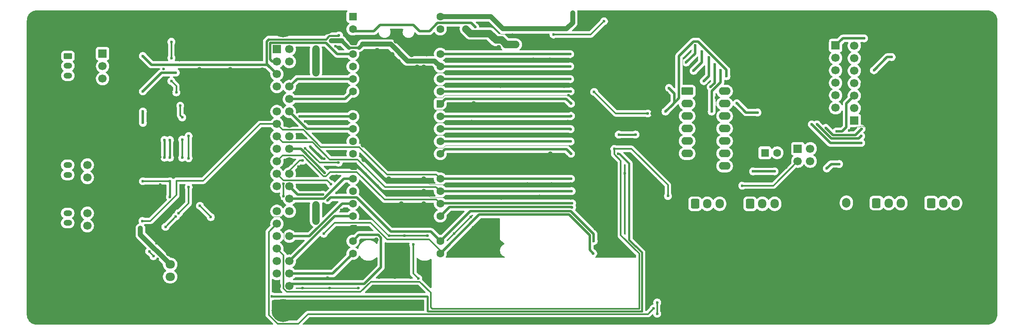
<source format=gbr>
%TF.GenerationSoftware,KiCad,Pcbnew,9.0.2*%
%TF.CreationDate,2025-06-02T17:23:56+01:00*%
%TF.ProjectId,TWUSDiySynthKit,54575553-4469-4795-9379-6e74684b6974,rev?*%
%TF.SameCoordinates,Original*%
%TF.FileFunction,Copper,L2,Bot*%
%TF.FilePolarity,Positive*%
%FSLAX46Y46*%
G04 Gerber Fmt 4.6, Leading zero omitted, Abs format (unit mm)*
G04 Created by KiCad (PCBNEW 9.0.2) date 2025-06-02 17:23:56*
%MOMM*%
%LPD*%
G01*
G04 APERTURE LIST*
G04 Aperture macros list*
%AMRoundRect*
0 Rectangle with rounded corners*
0 $1 Rounding radius*
0 $2 $3 $4 $5 $6 $7 $8 $9 X,Y pos of 4 corners*
0 Add a 4 corners polygon primitive as box body*
4,1,4,$2,$3,$4,$5,$6,$7,$8,$9,$2,$3,0*
0 Add four circle primitives for the rounded corners*
1,1,$1+$1,$2,$3*
1,1,$1+$1,$4,$5*
1,1,$1+$1,$6,$7*
1,1,$1+$1,$8,$9*
0 Add four rect primitives between the rounded corners*
20,1,$1+$1,$2,$3,$4,$5,0*
20,1,$1+$1,$4,$5,$6,$7,0*
20,1,$1+$1,$6,$7,$8,$9,0*
20,1,$1+$1,$8,$9,$2,$3,0*%
%AMFreePoly0*
4,1,37,0.603843,0.796157,0.639018,0.796157,0.711114,0.766294,0.766294,0.711114,0.796157,0.639018,0.796157,0.603843,0.800000,0.600000,0.800000,-0.600000,0.796157,-0.603843,0.796157,-0.639018,0.766294,-0.711114,0.711114,-0.766294,0.639018,-0.796157,0.603843,-0.796157,0.600000,-0.800000,0.000000,-0.800000,0.000000,-0.796148,-0.078414,-0.796148,-0.232228,-0.765552,-0.377117,-0.705537,
-0.507515,-0.618408,-0.618408,-0.507515,-0.705537,-0.377117,-0.765552,-0.232228,-0.796148,-0.078414,-0.796148,0.078414,-0.765552,0.232228,-0.705537,0.377117,-0.618408,0.507515,-0.507515,0.618408,-0.377117,0.705537,-0.232228,0.765552,-0.078414,0.796148,0.000000,0.796148,0.000000,0.800000,0.600000,0.800000,0.603843,0.796157,0.603843,0.796157,$1*%
%AMFreePoly1*
4,1,37,0.000000,0.796148,0.078414,0.796148,0.232228,0.765552,0.377117,0.705537,0.507515,0.618408,0.618408,0.507515,0.705537,0.377117,0.765552,0.232228,0.796148,0.078414,0.796148,-0.078414,0.765552,-0.232228,0.705537,-0.377117,0.618408,-0.507515,0.507515,-0.618408,0.377117,-0.705537,0.232228,-0.765552,0.078414,-0.796148,0.000000,-0.796148,0.000000,-0.800000,-0.600000,-0.800000,
-0.603843,-0.796157,-0.639018,-0.796157,-0.711114,-0.766294,-0.766294,-0.711114,-0.796157,-0.639018,-0.796157,-0.603843,-0.800000,-0.600000,-0.800000,0.600000,-0.796157,0.603843,-0.796157,0.639018,-0.766294,0.711114,-0.711114,0.766294,-0.639018,0.796157,-0.603843,0.796157,-0.600000,0.800000,0.000000,0.800000,0.000000,0.796148,0.000000,0.796148,$1*%
G04 Aperture macros list end*
%TA.AperFunction,ComponentPad*%
%ADD10C,4.700000*%
%TD*%
%TA.AperFunction,ComponentPad*%
%ADD11R,1.700000X1.700000*%
%TD*%
%TA.AperFunction,ComponentPad*%
%ADD12C,1.700000*%
%TD*%
%TA.AperFunction,ComponentPad*%
%ADD13RoundRect,0.250000X-0.600000X-0.725000X0.600000X-0.725000X0.600000X0.725000X-0.600000X0.725000X0*%
%TD*%
%TA.AperFunction,ComponentPad*%
%ADD14O,1.700000X1.950000*%
%TD*%
%TA.AperFunction,ComponentPad*%
%ADD15RoundRect,0.250000X-0.600000X-0.750000X0.600000X-0.750000X0.600000X0.750000X-0.600000X0.750000X0*%
%TD*%
%TA.AperFunction,ComponentPad*%
%ADD16O,1.700000X2.000000*%
%TD*%
%TA.AperFunction,ComponentPad*%
%ADD17RoundRect,0.250000X-0.950000X-0.550000X0.950000X-0.550000X0.950000X0.550000X-0.950000X0.550000X0*%
%TD*%
%TA.AperFunction,ComponentPad*%
%ADD18O,2.400000X1.600000*%
%TD*%
%TA.AperFunction,ComponentPad*%
%ADD19RoundRect,0.250000X-0.625000X0.350000X-0.625000X-0.350000X0.625000X-0.350000X0.625000X0.350000X0*%
%TD*%
%TA.AperFunction,ComponentPad*%
%ADD20O,1.750000X1.200000*%
%TD*%
%TA.AperFunction,ComponentPad*%
%ADD21R,1.600000X1.600000*%
%TD*%
%TA.AperFunction,ComponentPad*%
%ADD22C,1.600000*%
%TD*%
%TA.AperFunction,ComponentPad*%
%ADD23RoundRect,0.250000X0.725000X-0.600000X0.725000X0.600000X-0.725000X0.600000X-0.725000X-0.600000X0*%
%TD*%
%TA.AperFunction,ComponentPad*%
%ADD24O,1.950000X1.700000*%
%TD*%
%TA.AperFunction,ComponentPad*%
%ADD25RoundRect,0.200000X-0.600000X-0.600000X0.600000X-0.600000X0.600000X0.600000X-0.600000X0.600000X0*%
%TD*%
%TA.AperFunction,ComponentPad*%
%ADD26FreePoly0,0.000000*%
%TD*%
%TA.AperFunction,ComponentPad*%
%ADD27FreePoly1,0.000000*%
%TD*%
%TA.AperFunction,ViaPad*%
%ADD28C,0.600000*%
%TD*%
%TA.AperFunction,ViaPad*%
%ADD29C,1.000000*%
%TD*%
%TA.AperFunction,Conductor*%
%ADD30C,0.300000*%
%TD*%
%TA.AperFunction,Conductor*%
%ADD31C,0.500000*%
%TD*%
%TA.AperFunction,Conductor*%
%ADD32C,0.100000*%
%TD*%
%TA.AperFunction,Conductor*%
%ADD33C,1.500000*%
%TD*%
%TA.AperFunction,Conductor*%
%ADD34C,0.400000*%
%TD*%
%TA.AperFunction,Conductor*%
%ADD35C,1.000000*%
%TD*%
%TA.AperFunction,Conductor*%
%ADD36C,0.750000*%
%TD*%
G04 APERTURE END LIST*
D10*
%TO.P,H9,1,1*%
%TO.N,GND*%
X60600000Y-81600000D03*
%TD*%
D11*
%TO.P,J12,1,Pin_1*%
%TO.N,GND*%
X69800000Y-49460000D03*
D12*
%TO.P,J12,2,Pin_2*%
%TO.N,+3.3V*%
X69800000Y-52000000D03*
%TO.P,J12,3,Pin_3*%
%TO.N,Net-(A1-GPIO22)*%
X69800000Y-54540000D03*
%TD*%
D13*
%TO.P,R3,1*%
%TO.N,Net-(J1-Pin_1)*%
X204600000Y-59900000D03*
D14*
%TO.P,R3,2,Wiper*%
%TO.N,Net-(J2-Pin_2)*%
X207100000Y-59900000D03*
%TO.P,R3,3*%
%TO.N,unconnected-(R3-Pad3)*%
X209600000Y-59900000D03*
%TD*%
D10*
%TO.P,H8,1,1*%
%TO.N,GND*%
X118100000Y-23100000D03*
%TD*%
D15*
%TO.P,J2,1,Pin_1*%
%TO.N,GND*%
X221700000Y-59700000D03*
D16*
%TO.P,J2,2,Pin_2*%
%TO.N,Net-(J2-Pin_2)*%
X224200000Y-59700000D03*
%TD*%
D13*
%TO.P,R1,1*%
%TO.N,unconnected-(R1-Pad1)*%
X241400000Y-59750000D03*
D14*
%TO.P,R1,2,Wiper*%
%TO.N,13DIS*%
X243900000Y-59750000D03*
%TO.P,R1,3*%
%TO.N,5V*%
X246400000Y-59750000D03*
%TD*%
D10*
%TO.P,H11,1,1*%
%TO.N,GND*%
X60600000Y-23600000D03*
%TD*%
%TO.P,H12,1,1*%
%TO.N,GND*%
X109600000Y-23600000D03*
%TD*%
D11*
%TO.P,J3,1,Pin_1*%
%TO.N,1DIS*%
X222000000Y-27650000D03*
D12*
%TO.P,J3,2,Pin_2*%
%TO.N,2THR*%
X222000000Y-30190000D03*
%TO.P,J3,3,Pin_3*%
%TO.N,3CV*%
X222000000Y-32730000D03*
%TO.P,J3,4,Pin_4*%
%TO.N,4RST*%
X222000000Y-35270000D03*
%TO.P,J3,5,Pin_5*%
%TO.N,5OUT*%
X222000000Y-37810000D03*
%TO.P,J3,6,Pin_6*%
%TO.N,6TRIG*%
X222000000Y-40350000D03*
%TO.P,J3,7,Pin_7*%
%TO.N,GND*%
X222000000Y-42890000D03*
%TD*%
D10*
%TO.P,H10,1,1*%
%TO.N,GND*%
X109600000Y-81600000D03*
%TD*%
%TO.P,H5,1,1*%
%TO.N,GND*%
X252300000Y-23100000D03*
%TD*%
%TO.P,H7,1,1*%
%TO.N,GND*%
X118100000Y-69300000D03*
%TD*%
D11*
%TO.P,J1,1,Pin_1*%
%TO.N,Net-(J1-Pin_1)*%
X214300000Y-48675000D03*
D12*
%TO.P,J1,2,Pin_2*%
%TO.N,Net-(J1-Pin_2)*%
X214300000Y-51215000D03*
%TO.P,J1,3,Pin_3*%
%TO.N,unconnected-(J1-Pin_3-Pad3)*%
X216840000Y-48675000D03*
%TO.P,J1,4,Pin_4*%
%TO.N,Net-(J1-Pin_4)*%
X216840000Y-51215000D03*
%TD*%
D17*
%TO.P,U1,1,DIS*%
%TO.N,1DIS*%
X191800000Y-36960000D03*
D18*
%TO.P,U1,2,THR*%
%TO.N,2THR*%
X191800000Y-39500000D03*
%TO.P,U1,3,CV*%
%TO.N,3CV*%
X191800000Y-42040000D03*
%TO.P,U1,4,R*%
%TO.N,4RST*%
X191800000Y-44580000D03*
%TO.P,U1,5,Q*%
%TO.N,5OUT*%
X191800000Y-47120000D03*
%TO.P,U1,6,TR*%
%TO.N,6TRIG*%
X191800000Y-49660000D03*
%TO.P,U1,7,GND*%
%TO.N,GND*%
X191800000Y-52200000D03*
%TO.P,U1,8,TR*%
%TO.N,8TRIG*%
X199420000Y-52200000D03*
%TO.P,U1,9,Q*%
%TO.N,9OUT*%
X199420000Y-49660000D03*
%TO.P,U1,10,R*%
%TO.N,10RST*%
X199420000Y-47120000D03*
%TO.P,U1,11,CV*%
%TO.N,11CV*%
X199420000Y-44580000D03*
%TO.P,U1,12,THR*%
%TO.N,12THR*%
X199420000Y-42040000D03*
%TO.P,U1,13,DIS*%
%TO.N,13DIS*%
X199420000Y-39500000D03*
%TO.P,U1,14,VCC*%
%TO.N,5V*%
X199420000Y-36960000D03*
%TD*%
D19*
%TO.P,J9,1,Pin_1*%
%TO.N,GND*%
X65800000Y-50000000D03*
D20*
%TO.P,J9,2,Pin_2*%
%TO.N,+3.3V*%
X65800000Y-52000000D03*
%TO.P,J9,3,Pin_3*%
%TO.N,Net-(A1-GPIO22)*%
X65800000Y-54000000D03*
%TD*%
D21*
%TO.P,C7,1*%
%TO.N,9OUT*%
X207617621Y-49500000D03*
D22*
%TO.P,C7,2*%
%TO.N,Net-(J1-Pin_1)*%
X210117621Y-49500000D03*
%TD*%
D13*
%TO.P,R6,1*%
%TO.N,Net-(J1-Pin_4)*%
X193400000Y-59900000D03*
D14*
%TO.P,R6,2,Wiper*%
%TO.N,Net-(J1-Pin_2)*%
X195900000Y-59900000D03*
%TO.P,R6,3*%
%TO.N,unconnected-(R6-Pad3)*%
X198400000Y-59900000D03*
%TD*%
D23*
%TO.P,J6,1,Pin_1*%
%TO.N,GND*%
X86650000Y-77250000D03*
D24*
%TO.P,J6,2,Pin_2*%
%TO.N,Net-(J6-Pin_2)*%
X86650000Y-74750000D03*
%TO.P,J6,3,Pin_3*%
%TO.N,Net-(J6-Pin_3)*%
X86650000Y-72250000D03*
%TO.P,J6,4,Pin_4*%
%TO.N,GND*%
X86650000Y-69750000D03*
%TD*%
D13*
%TO.P,R2,1*%
%TO.N,unconnected-(R2-Pad1)*%
X230300000Y-59750000D03*
D14*
%TO.P,R2,2,Wiper*%
%TO.N,1DIS*%
X232800000Y-59750000D03*
%TO.P,R2,3*%
%TO.N,5V*%
X235300000Y-59750000D03*
%TD*%
D11*
%TO.P,J14,1,Pin_1*%
%TO.N,Net-(A1-GPIO3)*%
X72900000Y-29320000D03*
D12*
%TO.P,J14,2,Pin_2*%
%TO.N,Net-(A1-GPIO2)*%
X72900000Y-31860000D03*
%TO.P,J14,3,Pin_3*%
%TO.N,+3.3V*%
X72900000Y-34400000D03*
%TO.P,J14,4,Pin_4*%
%TO.N,GND*%
X72900000Y-36940000D03*
%TD*%
D19*
%TO.P,J10,1,Pin_1*%
%TO.N,GND*%
X65800000Y-59800000D03*
D20*
%TO.P,J10,2,Pin_2*%
%TO.N,+3.3V*%
X65800000Y-61800000D03*
%TO.P,J10,3,Pin_3*%
%TO.N,Net-(A1-GPIO21)*%
X65800000Y-63800000D03*
%TD*%
D11*
%TO.P,J4,8,Pin_8*%
%TO.N,8TRIG*%
X225800000Y-42950000D03*
D12*
%TO.P,J4,9,Pin_9*%
%TO.N,9OUT*%
X225800000Y-40410000D03*
%TO.P,J4,10,Pin_10*%
%TO.N,10RST*%
X225800000Y-37870000D03*
%TO.P,J4,11,Pin_11*%
%TO.N,11CV*%
X225800000Y-35330000D03*
%TO.P,J4,12,Pin_12*%
%TO.N,12THR*%
X225800000Y-32790000D03*
%TO.P,J4,13,Pin_13*%
%TO.N,13DIS*%
X225800000Y-30250000D03*
%TO.P,J4,14,Pin_14*%
%TO.N,5V*%
X225800000Y-27710000D03*
%TD*%
D11*
%TO.P,J11,1,Pin_1*%
%TO.N,GND*%
X69800000Y-59275000D03*
D12*
%TO.P,J11,2,Pin_2*%
%TO.N,+3.3V*%
X69800000Y-61815000D03*
%TO.P,J11,3,Pin_3*%
%TO.N,Net-(A1-GPIO21)*%
X69800000Y-64355000D03*
%TD*%
D11*
%TO.P,J5,1,3V3*%
%TO.N,+3.3V*%
X108360000Y-28400000D03*
D12*
%TO.P,J5,2,5V*%
%TO.N,5V*%
X110900000Y-28400000D03*
%TO.P,J5,3,SDA/GPIO2*%
%TO.N,Net-(A1-GPIO2)*%
X108360000Y-30940000D03*
%TO.P,J5,4,5V*%
%TO.N,5V*%
X110900000Y-30940000D03*
%TO.P,J5,5,SCL/GPIO3*%
%TO.N,Net-(A1-GPIO3)*%
X108360000Y-33480000D03*
%TO.P,J5,6,GND*%
%TO.N,GND*%
X110900000Y-33480000D03*
%TO.P,J5,7,GCLK0/GPIO4*%
%TO.N,Net-(A1-GPIO28_ADC2)*%
X108360000Y-36020000D03*
%TO.P,J5,8,GPIO14/TXD*%
%TO.N,Net-(A1-GPIO4)*%
X110900000Y-36020000D03*
%TO.P,J5,9,GND*%
%TO.N,GND*%
X108360000Y-38560000D03*
%TO.P,J5,10,GPIO15/RXD*%
%TO.N,Net-(A1-GPIO5)*%
X110900000Y-38560000D03*
%TO.P,J5,11,GPIO17*%
%TO.N,Net-(A1-GPIO22)*%
X108360000Y-41100000D03*
%TO.P,J5,12,GPIO18/PWM0*%
%TO.N,Net-(A1-GPIO7)*%
X110900000Y-41100000D03*
%TO.P,J5,13,GPIO27*%
%TO.N,Net-(A1-GPIO21)*%
X108360000Y-43640000D03*
%TO.P,J5,14,GND*%
%TO.N,GND*%
X110900000Y-43640000D03*
%TO.P,J5,15,GPIO22*%
%TO.N,Net-(A1-GPIO20)*%
X108360000Y-46180000D03*
%TO.P,J5,16,GPIO23*%
%TO.N,Net-(A1-GPIO6)*%
X110900000Y-46180000D03*
%TO.P,J5,17,3V3*%
%TO.N,+3.3V*%
X108360000Y-48720000D03*
%TO.P,J5,18,GPIO24*%
%TO.N,Net-(A1-GPIO11)*%
X110900000Y-48720000D03*
%TO.P,J5,19,PICO0/GPIO10*%
%TO.N,Net-(A1-GPIO19)*%
X108360000Y-51260000D03*
%TO.P,J5,20,GND*%
%TO.N,GND*%
X110900000Y-51260000D03*
%TO.P,J5,21,POCI0/GPIO9*%
%TO.N,Net-(A1-GPIO16)*%
X108360000Y-53800000D03*
%TO.P,J5,22,GPIO25*%
%TO.N,Net-(A1-GPIO9)*%
X110900000Y-53800000D03*
%TO.P,J5,23,SCLK0/GPIO11*%
%TO.N,Net-(A1-GPIO18)*%
X108360000Y-56340000D03*
%TO.P,J5,24,~{CE0}/GPIO8*%
%TO.N,Net-(A1-GPIO17)*%
X110900000Y-56340000D03*
%TO.P,J5,25,GND*%
%TO.N,GND*%
X108360000Y-58880000D03*
%TO.P,J5,26,~{CE1}/GPIO7*%
%TO.N,Net-(A1-GPIO10)*%
X110900000Y-58880000D03*
%TO.P,J5,27,ID_SD/GPIO0*%
%TO.N,unconnected-(J5-ID_SD{slash}GPIO0-Pad27)*%
X108360000Y-61420000D03*
%TO.P,J5,28,ID_SC/GPIO1*%
%TO.N,unconnected-(J5-ID_SC{slash}GPIO1-Pad28)*%
X110900000Y-61420000D03*
%TO.P,J5,29,GCLK1/GPIO5*%
%TO.N,Net-(A1-GPIO0)*%
X108360000Y-63960000D03*
%TO.P,J5,30,GND*%
%TO.N,GND*%
X110900000Y-63960000D03*
%TO.P,J5,31,GCLK2/GPIO6*%
%TO.N,Net-(A1-GPIO1)*%
X108360000Y-66500000D03*
%TO.P,J5,32,PWM0/GPIO12*%
%TO.N,Net-(A1-GPIO12)*%
X110900000Y-66500000D03*
%TO.P,J5,33,PWM1/GPIO13*%
%TO.N,OUTPUTB_ADC*%
X108360000Y-69040000D03*
%TO.P,J5,34,GND*%
%TO.N,GND*%
X110900000Y-69040000D03*
%TO.P,J5,35,GPIO19/POCI1*%
%TO.N,Net-(A1-GPIO8)*%
X108360000Y-71580000D03*
%TO.P,J5,36,GPIO16*%
%TO.N,Net-(A1-GPIO13)*%
X110900000Y-71580000D03*
%TO.P,J5,37,GPIO26*%
%TO.N,Net-(A1-GPIO27_ADC1)*%
X108360000Y-74120000D03*
%TO.P,J5,38,GPIO20/PICO1*%
%TO.N,Net-(A1-GPIO15)*%
X110900000Y-74120000D03*
%TO.P,J5,39,GND*%
%TO.N,GND*%
X108360000Y-76660000D03*
%TO.P,J5,40,GPIO21/SCLK1*%
%TO.N,Net-(A1-GPIO14)*%
X110900000Y-76660000D03*
%TD*%
D10*
%TO.P,H6,1,1*%
%TO.N,GND*%
X252300000Y-69300000D03*
%TD*%
D19*
%TO.P,J7,1,Pin_1*%
%TO.N,Net-(A1-GPIO3)*%
X65850000Y-29800000D03*
D20*
%TO.P,J7,2,Pin_2*%
%TO.N,Net-(A1-GPIO2)*%
X65850000Y-31800000D03*
%TO.P,J7,3,Pin_3*%
%TO.N,+3.3V*%
X65850000Y-33800000D03*
%TO.P,J7,4,Pin_4*%
%TO.N,GND*%
X65850000Y-35800000D03*
%TD*%
D25*
%TO.P,A2,1,GPIO0*%
%TO.N,Net-(A1-GPIO0)*%
X123810000Y-21770000D03*
D22*
%TO.P,A2,2,GPIO1*%
%TO.N,Net-(A1-GPIO1)*%
X123810000Y-24310000D03*
D26*
%TO.P,A2,3,GND*%
%TO.N,GND*%
X123810000Y-26850000D03*
D22*
%TO.P,A2,4,GPIO2*%
%TO.N,Net-(A1-GPIO2)*%
X123810000Y-29390000D03*
%TO.P,A2,5,GPIO3*%
%TO.N,Net-(A1-GPIO3)*%
X123810000Y-31930000D03*
%TO.P,A2,6,GPIO4*%
%TO.N,Net-(A1-GPIO4)*%
X123810000Y-34470000D03*
%TO.P,A2,7,GPIO5*%
%TO.N,Net-(A1-GPIO5)*%
X123810000Y-37010000D03*
D26*
%TO.P,A2,8,GND*%
%TO.N,GND*%
X123810000Y-39550000D03*
D22*
%TO.P,A2,9,GPIO6*%
%TO.N,Net-(A1-GPIO6)*%
X123810000Y-42090000D03*
%TO.P,A2,10,GPIO7*%
%TO.N,Net-(A1-GPIO7)*%
X123810000Y-44630000D03*
%TO.P,A2,11,GPIO8*%
%TO.N,Net-(A1-GPIO8)*%
X123810000Y-47170000D03*
%TO.P,A2,12,GPIO9*%
%TO.N,Net-(A1-GPIO9)*%
X123810000Y-49710000D03*
D26*
%TO.P,A2,13,GND*%
%TO.N,GND*%
X123810000Y-52250000D03*
D22*
%TO.P,A2,14,GPIO10*%
%TO.N,Net-(A1-GPIO10)*%
X123810000Y-54790000D03*
%TO.P,A2,15,GPIO11*%
%TO.N,Net-(A1-GPIO11)*%
X123810000Y-57330000D03*
%TO.P,A2,16,GPIO12*%
%TO.N,Net-(A1-GPIO12)*%
X123810000Y-59870000D03*
%TO.P,A2,17,GPIO13*%
%TO.N,Net-(A1-GPIO13)*%
X123810000Y-62410000D03*
D26*
%TO.P,A2,18,GND*%
%TO.N,GND*%
X123810000Y-64950000D03*
D22*
%TO.P,A2,19,GPIO14*%
%TO.N,Net-(A1-GPIO14)*%
X123810000Y-67490000D03*
%TO.P,A2,20,GPIO15*%
%TO.N,Net-(A1-GPIO15)*%
X123810000Y-70030000D03*
%TO.P,A2,21,GPIO16*%
%TO.N,Net-(A1-GPIO16)*%
X141590000Y-70030000D03*
%TO.P,A2,22,GPIO17*%
%TO.N,Net-(A1-GPIO17)*%
X141590000Y-67490000D03*
D27*
%TO.P,A2,23,GND*%
%TO.N,GND*%
X141590000Y-64950000D03*
D22*
%TO.P,A2,24,GPIO18*%
%TO.N,Net-(A1-GPIO18)*%
X141590000Y-62410000D03*
%TO.P,A2,25,GPIO19*%
%TO.N,Net-(A1-GPIO19)*%
X141590000Y-59870000D03*
%TO.P,A2,26,GPIO20*%
%TO.N,Net-(A1-GPIO20)*%
X141590000Y-57330000D03*
%TO.P,A2,27,GPIO21*%
%TO.N,Net-(A1-GPIO21)*%
X141590000Y-54790000D03*
D27*
%TO.P,A2,28,GND*%
%TO.N,GND*%
X141590000Y-52250000D03*
D22*
%TO.P,A2,29,GPIO22*%
%TO.N,Net-(A1-GPIO22)*%
X141590000Y-49710000D03*
%TO.P,A2,30,RUN*%
%TO.N,Net-(A1-RUN)*%
X141590000Y-47170000D03*
%TO.P,A2,31,GPIO26_ADC0*%
%TO.N,OUTPUTB_ADC*%
X141590000Y-44630000D03*
%TO.P,A2,32,GPIO27_ADC1*%
%TO.N,Net-(A1-GPIO27_ADC1)*%
X141590000Y-42090000D03*
D27*
%TO.P,A2,33,AGND*%
%TO.N,Net-(A1-AGND)*%
X141590000Y-39550000D03*
D22*
%TO.P,A2,34,GPIO28_ADC2*%
%TO.N,Net-(A1-GPIO28_ADC2)*%
X141590000Y-37010000D03*
%TO.P,A2,35,ADC_VREF*%
%TO.N,Net-(A1-ADC_VREF)*%
X141590000Y-34470000D03*
%TO.P,A2,36,3V3*%
%TO.N,+3.3V*%
X141590000Y-31930000D03*
%TO.P,A2,37,3V3_EN*%
%TO.N,Net-(A1-3V3_EN)*%
X141590000Y-29390000D03*
D27*
%TO.P,A2,38,GND*%
%TO.N,GND*%
X141590000Y-26850000D03*
D22*
%TO.P,A2,39,VSYS*%
%TO.N,5V*%
X141590000Y-24310000D03*
%TO.P,A2,40,VBUS*%
%TO.N,Net-(A1-VBUS)*%
X141590000Y-21770000D03*
%TD*%
D28*
%TO.N,Net-(A1-GPIO16)*%
X117900000Y-66000000D03*
X119369669Y-55930331D03*
X172700000Y-70000000D03*
%TO.N,Net-(A1-GPIO18)*%
X137100000Y-75100000D03*
X168398411Y-60616576D03*
X136100000Y-68200000D03*
%TO.N,Net-(A1-GPIO19)*%
X168400000Y-59800000D03*
%TO.N,Net-(A1-RUN)*%
X168100000Y-47200000D03*
%TO.N,OUTPUTB_ADC*%
X168100000Y-44700000D03*
X187900000Y-58300000D03*
X177000000Y-48700000D03*
D29*
%TO.N,GND*%
X200400000Y-59100000D03*
D28*
X144800000Y-70600000D03*
D29*
X115500000Y-80700000D03*
X190900000Y-23200000D03*
X219200000Y-68200000D03*
X74600000Y-75900000D03*
X237800000Y-65700000D03*
X72200000Y-74700000D03*
X201400000Y-35100000D03*
X100100000Y-25300000D03*
X74600000Y-68700000D03*
X126000000Y-50900000D03*
X100100000Y-22400000D03*
X177100000Y-66100000D03*
X184800000Y-41500000D03*
X72200000Y-69900000D03*
X245500000Y-25000000D03*
X85800000Y-81800000D03*
X88200000Y-81800000D03*
X190400000Y-68700000D03*
X200000000Y-68700000D03*
X138200000Y-49600000D03*
X132700000Y-71400000D03*
X77500000Y-65300000D03*
X221700000Y-61800000D03*
X104500000Y-83300000D03*
X119800000Y-49600000D03*
X156300000Y-25700000D03*
D28*
X213600000Y-20900000D03*
X118000000Y-50700000D03*
X145000000Y-43400000D03*
D29*
X196500000Y-76800000D03*
X244400000Y-65800000D03*
X67800000Y-69900000D03*
D28*
X220400000Y-29900000D03*
D29*
X253100000Y-49900000D03*
X74600000Y-73500000D03*
X242200000Y-31500000D03*
X126200000Y-62400000D03*
X188400000Y-28900000D03*
X94600000Y-64400000D03*
X226800000Y-72700000D03*
X211200000Y-75100000D03*
X160500000Y-30600000D03*
X252400000Y-30000000D03*
X252300000Y-81900000D03*
X146300000Y-69100000D03*
D28*
X193800000Y-43900000D03*
D29*
X221600000Y-68200000D03*
X80900000Y-50300000D03*
X209500000Y-23200000D03*
X80900000Y-53600000D03*
X153600000Y-45900000D03*
D28*
X84600000Y-41400000D03*
D29*
X220700000Y-49100000D03*
X167500000Y-43300000D03*
X74600000Y-67500000D03*
X252400000Y-35700000D03*
X75000000Y-24400000D03*
X249100000Y-32200000D03*
X250300000Y-63800000D03*
X60200000Y-53300000D03*
X208800000Y-76900000D03*
D28*
X147800000Y-62600000D03*
D29*
X79600000Y-37300000D03*
D28*
X146400000Y-50100000D03*
D29*
X216700000Y-23200000D03*
X177100000Y-56200000D03*
X231600000Y-72700000D03*
X87900000Y-45500000D03*
X196800000Y-48500000D03*
X192800000Y-68700000D03*
D28*
X122900000Y-74900000D03*
D29*
X148400000Y-26900000D03*
X77700000Y-56800000D03*
X95900000Y-70100000D03*
X73600000Y-81600000D03*
D28*
X193700000Y-41400000D03*
D29*
X208700000Y-55000000D03*
X235100000Y-68300000D03*
X101700000Y-81900000D03*
X160500000Y-35700000D03*
X135700000Y-77200000D03*
X230200000Y-35300000D03*
X213300000Y-72600000D03*
X177100000Y-60800000D03*
X166800000Y-33200000D03*
D28*
X173400000Y-33300000D03*
D29*
X129000000Y-39200000D03*
X134600000Y-68400000D03*
D28*
X130900000Y-57800000D03*
D29*
X65700000Y-75900000D03*
X63400000Y-75900000D03*
X173200000Y-52300000D03*
X205600000Y-23200000D03*
X65100000Y-40400000D03*
X61900000Y-59600000D03*
X224400000Y-72700000D03*
X61900000Y-48500000D03*
X242000000Y-81900000D03*
X94000000Y-75800000D03*
X77700000Y-60000000D03*
D28*
X76700000Y-32800000D03*
X139000000Y-66400000D03*
D29*
X208800000Y-75100000D03*
X127400000Y-40800000D03*
X80800000Y-45300000D03*
X94500000Y-81900000D03*
X209600000Y-62600000D03*
X67700000Y-50000000D03*
X59000000Y-71100000D03*
X205600000Y-45800000D03*
X63400000Y-77100000D03*
X61300000Y-77100000D03*
X242300000Y-57200000D03*
X118300000Y-37100000D03*
X234200000Y-37900000D03*
X195300000Y-73100000D03*
D28*
X182600000Y-56500000D03*
D29*
X74600000Y-74700000D03*
X138300000Y-39600000D03*
D28*
X143900000Y-63700000D03*
D29*
X61900000Y-49700000D03*
X193700000Y-62900000D03*
X113500000Y-33000000D03*
X69900000Y-67500000D03*
X133700000Y-59900000D03*
X188100000Y-73100000D03*
X204600000Y-62700000D03*
X200800000Y-23200000D03*
X228000000Y-27800000D03*
X83400000Y-81800000D03*
X185200000Y-34600000D03*
X222600000Y-55400000D03*
X217900000Y-23200000D03*
X105400000Y-32600000D03*
X232700000Y-68300000D03*
X239100000Y-45800000D03*
X157600000Y-52000000D03*
D28*
X211600000Y-43400000D03*
X145300000Y-61700000D03*
D29*
X72000000Y-65200000D03*
X227900000Y-68300000D03*
X69900000Y-77100000D03*
X135800000Y-29600000D03*
D28*
X114100000Y-43100000D03*
D29*
X61900000Y-55700000D03*
X249100000Y-31000000D03*
X228000000Y-65400000D03*
X178600000Y-32100000D03*
X193410000Y-52175000D03*
X69900000Y-72300000D03*
X219600000Y-43000000D03*
X234300000Y-33100000D03*
X68000000Y-53800000D03*
X132200000Y-39500000D03*
D28*
X206200000Y-38700000D03*
D29*
X61300000Y-67500000D03*
X61900000Y-53300000D03*
X248400000Y-37800000D03*
X102600000Y-72200000D03*
X216900000Y-72600000D03*
X118600000Y-31800000D03*
X249100000Y-28600000D03*
X173200000Y-64900000D03*
X164000000Y-49700000D03*
X153800000Y-50200000D03*
X77900000Y-26900000D03*
X61900000Y-50900000D03*
X182200000Y-28300000D03*
X63400000Y-72300000D03*
X159300000Y-56000000D03*
X134300000Y-26600000D03*
X61300000Y-75900000D03*
X190410000Y-52175000D03*
D28*
X124900000Y-74900000D03*
D29*
X63400000Y-68700000D03*
X92600000Y-53800000D03*
X119300000Y-36500000D03*
X71000000Y-24400000D03*
X74199904Y-45554606D03*
X187300000Y-23200000D03*
X211900000Y-23200000D03*
X196500000Y-75000000D03*
X63400000Y-71100000D03*
X105500000Y-75200000D03*
X188100000Y-76800000D03*
X238300000Y-25000000D03*
X74600000Y-69900000D03*
X212100000Y-72600000D03*
X91800000Y-57200000D03*
X185000000Y-51400000D03*
X90600000Y-68600000D03*
X206600000Y-57700000D03*
X106300000Y-39500000D03*
X63300000Y-30100000D03*
X243100000Y-70700000D03*
D28*
X219300000Y-31400000D03*
D29*
X239000000Y-40500000D03*
X118400000Y-46600000D03*
X239400000Y-51900000D03*
X213300000Y-37800000D03*
D28*
X125900000Y-35300000D03*
D29*
X201200000Y-68700000D03*
X61300000Y-73500000D03*
X87200000Y-65400000D03*
X72700000Y-57200000D03*
X138200000Y-59900000D03*
X67800000Y-68700000D03*
X114200000Y-63700000D03*
X233900000Y-68300000D03*
D28*
X120300000Y-27800000D03*
D29*
X230200000Y-44900000D03*
X249100000Y-25000000D03*
X244300000Y-25000000D03*
X238300000Y-59000000D03*
D28*
X121500000Y-61100000D03*
D29*
X118900000Y-80700000D03*
X59000000Y-72300000D03*
X67800000Y-77100000D03*
X197700000Y-75000000D03*
X82400000Y-72800000D03*
X185000000Y-31300000D03*
X231500000Y-68300000D03*
D28*
X167700000Y-37800000D03*
D29*
X61900000Y-62000000D03*
X202000000Y-23200000D03*
X190500000Y-75000000D03*
X202900000Y-58100000D03*
X187400000Y-79900000D03*
X106300000Y-42400000D03*
D28*
X182600000Y-59700000D03*
X216600000Y-26800000D03*
D29*
X113500000Y-40400000D03*
X209414433Y-35241138D03*
X208500000Y-72600000D03*
X147400000Y-51100000D03*
X234200000Y-44500000D03*
X101700000Y-44600000D03*
X240500000Y-69700000D03*
X198900000Y-76800000D03*
X61900000Y-60800000D03*
X239700000Y-34500000D03*
X61900000Y-52100000D03*
X188100000Y-75000000D03*
X160500000Y-45900000D03*
D28*
X114200000Y-46500000D03*
X119100000Y-77100000D03*
X85300000Y-32400000D03*
D29*
X106300000Y-44900000D03*
X204000000Y-76900000D03*
X242500000Y-52100000D03*
X245300000Y-41800000D03*
X61300000Y-72300000D03*
X138200000Y-47200000D03*
X129700000Y-77200000D03*
X126000000Y-80600000D03*
X90400000Y-64600000D03*
X187600000Y-37400000D03*
X241700000Y-36400000D03*
X160500000Y-40300000D03*
D28*
X106200000Y-47000000D03*
D29*
X247900000Y-25000000D03*
X245600000Y-28600000D03*
D28*
X135600000Y-74900000D03*
D29*
X189700000Y-23200000D03*
X74200000Y-53600000D03*
X196400000Y-68700000D03*
X234000000Y-72700000D03*
X243500000Y-22800000D03*
X198400000Y-23200000D03*
X58700000Y-43800000D03*
X65700000Y-73500000D03*
X188600000Y-44300000D03*
X234700000Y-22700000D03*
X230500582Y-39800000D03*
X99600000Y-69400000D03*
D28*
X182700000Y-65800000D03*
X77800000Y-63000000D03*
X185300000Y-60100000D03*
D29*
X153700000Y-53500000D03*
X113700000Y-30400000D03*
X68500000Y-37600000D03*
D28*
X86800000Y-60700000D03*
D29*
X131800000Y-33100000D03*
X103600000Y-24200000D03*
X194100000Y-76800000D03*
X232900000Y-62500000D03*
X146200000Y-28100000D03*
X148000000Y-43300000D03*
X185300000Y-63600000D03*
X153800000Y-33200000D03*
X209200000Y-79900000D03*
X194100000Y-75000000D03*
X60200000Y-58400000D03*
X101700000Y-42400000D03*
X244600000Y-39400000D03*
X246700000Y-25000000D03*
X98400000Y-34600000D03*
X167500000Y-45900000D03*
D28*
X120500000Y-57700000D03*
D29*
X215600000Y-60000000D03*
X191700000Y-75000000D03*
X138200000Y-62500000D03*
X205200000Y-76900000D03*
D28*
X84600000Y-38000000D03*
D29*
X131800000Y-29500000D03*
X94300000Y-60000000D03*
X190500000Y-55200000D03*
X190500000Y-73100000D03*
D28*
X153300000Y-56100000D03*
D29*
X182200000Y-44300000D03*
X60600000Y-28400000D03*
D28*
X99000000Y-29900000D03*
D29*
X204600000Y-66800000D03*
X210700000Y-23200000D03*
X67600000Y-81600000D03*
X125400000Y-30800000D03*
X60700000Y-37300000D03*
X249100000Y-29800000D03*
X75600000Y-38400000D03*
X206400000Y-75100000D03*
D28*
X85300000Y-30200000D03*
D29*
X189300000Y-75000000D03*
X202100000Y-62800000D03*
X60200000Y-52100000D03*
D28*
X145000000Y-58600000D03*
D29*
X58900000Y-34100000D03*
X213600000Y-75100000D03*
X229100000Y-68300000D03*
X232800000Y-72700000D03*
D28*
X129200000Y-74900000D03*
D29*
X207300000Y-45800000D03*
X161800000Y-58500000D03*
D28*
X84600000Y-44700000D03*
X75300000Y-43400000D03*
D29*
X215800000Y-66600000D03*
D28*
X194600000Y-40500000D03*
D29*
X133300000Y-77200000D03*
X205200000Y-75100000D03*
X201800000Y-48200000D03*
X236300000Y-68300000D03*
X133300000Y-80600000D03*
X74900000Y-65400000D03*
X92200000Y-42500000D03*
X207600000Y-75100000D03*
X195200000Y-68700000D03*
X85100000Y-22700000D03*
X232500000Y-28300000D03*
X230300000Y-56400000D03*
X184900000Y-23200000D03*
D28*
X227800000Y-33500000D03*
D29*
X138300000Y-34500000D03*
X210200000Y-40100000D03*
X113500000Y-36500000D03*
X63400000Y-69900000D03*
X204000000Y-75100000D03*
X61300000Y-69900000D03*
X87900000Y-51500000D03*
X197600000Y-68700000D03*
X91900000Y-50800000D03*
X160500000Y-33200000D03*
X129700000Y-80600000D03*
X65700000Y-72300000D03*
X148400000Y-39500000D03*
D28*
X68000000Y-31000000D03*
D29*
X230200000Y-82400000D03*
X87900000Y-53700000D03*
X212400000Y-76900000D03*
D28*
X144900000Y-56000000D03*
D29*
X148400000Y-52300000D03*
D28*
X145000000Y-45900000D03*
D29*
X72200000Y-67500000D03*
X195300000Y-76800000D03*
X60200000Y-63200000D03*
X59000000Y-69900000D03*
X207600000Y-76900000D03*
X215700000Y-62400000D03*
X168100000Y-58600000D03*
X237500000Y-68300000D03*
X187500000Y-53000000D03*
X95900000Y-50800000D03*
X190500000Y-76800000D03*
X214400000Y-68200000D03*
X196300000Y-57000000D03*
X131100000Y-54800000D03*
X61900000Y-57200000D03*
X72400000Y-50200000D03*
X100500000Y-74800000D03*
D28*
X224800000Y-45000000D03*
D29*
X226900000Y-55100000D03*
X60200000Y-48500000D03*
X249100000Y-26200000D03*
X138200000Y-52200000D03*
D28*
X126900000Y-58100000D03*
D29*
X135500000Y-34500000D03*
X113600000Y-56600000D03*
X249100000Y-27400000D03*
X82200000Y-81800000D03*
X214500000Y-72600000D03*
X120100000Y-46600000D03*
X160800000Y-26700000D03*
X153800000Y-35800000D03*
X246400000Y-49100000D03*
D28*
X112200000Y-60100000D03*
D29*
X219100000Y-23200000D03*
D28*
X207200000Y-43400000D03*
D29*
X220400000Y-68200000D03*
X139400000Y-26700000D03*
X114300000Y-53900000D03*
D28*
X194900000Y-20900000D03*
D29*
X247100000Y-76100000D03*
X131000000Y-42000000D03*
X133100000Y-30900000D03*
X163900000Y-30600000D03*
X67800000Y-75900000D03*
X59000000Y-74700000D03*
X88500000Y-30400000D03*
X215700000Y-72600000D03*
X177200000Y-52262500D03*
X154000000Y-58600000D03*
D28*
X134300000Y-66400000D03*
D29*
X130900000Y-68500000D03*
X61900000Y-63200000D03*
D28*
X120800000Y-74900000D03*
X182600000Y-62700000D03*
X118700000Y-74900000D03*
D29*
X60200000Y-49700000D03*
X103700000Y-60000000D03*
D28*
X199300000Y-26700000D03*
D29*
X189300000Y-73100000D03*
X72200000Y-73500000D03*
X128500000Y-77200000D03*
X200700000Y-56600000D03*
X60200000Y-57200000D03*
X253100000Y-43700000D03*
X192900000Y-75000000D03*
X135900000Y-64200000D03*
X67600000Y-65300000D03*
X196500000Y-73100000D03*
X174400000Y-70300000D03*
D28*
X128800000Y-56200000D03*
D29*
X128750000Y-28600000D03*
D28*
X113600000Y-77100000D03*
D29*
X197700000Y-76800000D03*
D28*
X84600000Y-50400000D03*
D29*
X93900000Y-72000000D03*
X153600000Y-43400000D03*
X210000000Y-75100000D03*
X88400000Y-77200000D03*
X211800000Y-59900000D03*
X69900000Y-71100000D03*
X166800000Y-30700000D03*
X106300000Y-37400000D03*
X160500000Y-43400000D03*
X65700000Y-77100000D03*
X188400000Y-24900000D03*
X89100000Y-58800000D03*
X197700000Y-54300000D03*
X65700000Y-68700000D03*
X134500000Y-77200000D03*
X92000000Y-25400000D03*
X236800000Y-31600000D03*
D28*
X131200000Y-66400000D03*
D29*
X198900000Y-75000000D03*
X134100000Y-37000000D03*
X72400000Y-81600000D03*
D28*
X197700000Y-38300000D03*
D29*
X138200000Y-42100000D03*
D28*
X192900000Y-34600000D03*
D29*
X173600000Y-29300000D03*
X177600000Y-47100000D03*
X233600000Y-76500000D03*
X60200000Y-54500000D03*
X66400000Y-81600000D03*
X101500000Y-66700000D03*
X87900000Y-42900000D03*
X241900000Y-25000000D03*
D28*
X82000000Y-64900000D03*
X112600000Y-75100000D03*
D29*
X181600000Y-34700000D03*
D28*
X84600000Y-66100000D03*
D29*
X213200000Y-68200000D03*
D28*
X195600000Y-39600000D03*
D29*
X89400000Y-81800000D03*
X105200000Y-69300000D03*
D28*
X79700000Y-43400000D03*
D29*
X209200000Y-82600000D03*
X118600000Y-29200000D03*
X204400000Y-23200000D03*
X220300000Y-23200000D03*
X235200000Y-72700000D03*
X70000000Y-39500000D03*
D28*
X227300000Y-35600000D03*
D29*
X61300000Y-71100000D03*
X204700000Y-48300000D03*
X68700000Y-35800000D03*
X248400000Y-61700000D03*
X155500000Y-56100000D03*
X60200000Y-59600000D03*
X195300000Y-75000000D03*
X60200000Y-62000000D03*
X196000000Y-65500000D03*
X230900000Y-26800000D03*
X178900000Y-28500000D03*
X104900000Y-79100000D03*
X63400000Y-67500000D03*
X103700000Y-63900000D03*
D28*
X66600000Y-44400000D03*
D29*
X118300000Y-60800000D03*
D28*
X124900000Y-77100000D03*
D29*
X136900000Y-77200000D03*
X98800000Y-55100000D03*
X210800000Y-68200000D03*
X235300000Y-78400000D03*
D28*
X144900000Y-53400000D03*
D29*
X159600000Y-50200000D03*
X98800000Y-60000000D03*
X203200000Y-51500000D03*
X122300000Y-80700000D03*
X245700000Y-34900000D03*
X67400000Y-47000000D03*
X215600000Y-68200000D03*
X67800000Y-67500000D03*
X138200000Y-54800000D03*
X125900000Y-47900000D03*
X72200000Y-72300000D03*
X72200000Y-68700000D03*
X250200000Y-54300000D03*
X176600000Y-68600000D03*
X74600000Y-71100000D03*
D28*
X215000000Y-43400000D03*
D29*
X224300000Y-52300000D03*
X198900000Y-73100000D03*
X231000000Y-51300000D03*
D28*
X85300000Y-34900000D03*
D29*
X100500000Y-81900000D03*
X192900000Y-73100000D03*
X92600000Y-32501000D03*
D28*
X220400000Y-26800000D03*
D29*
X153500000Y-40400000D03*
X219300000Y-59800000D03*
X174200000Y-47800000D03*
X132100000Y-77200000D03*
X239150285Y-28866381D03*
X118200000Y-56700000D03*
X80300000Y-75400000D03*
X249100000Y-33400000D03*
X88150000Y-69750000D03*
X193300000Y-23200000D03*
D28*
X132400000Y-74900000D03*
D29*
X92500000Y-34700000D03*
X90500000Y-73300000D03*
X136900000Y-32000000D03*
X212400000Y-75100000D03*
X61300000Y-74700000D03*
X74600000Y-77100000D03*
D28*
X84600000Y-56000000D03*
D29*
X118800000Y-40300000D03*
X211200000Y-76900000D03*
X242600000Y-48100000D03*
X239500000Y-25000000D03*
X146800000Y-39800000D03*
X128700000Y-30700000D03*
X99800000Y-50700000D03*
X59000000Y-68700000D03*
X162600000Y-26500000D03*
X69900000Y-69900000D03*
X65700000Y-74700000D03*
X119900000Y-30500000D03*
X79600000Y-39700000D03*
X230300000Y-68300000D03*
X105800000Y-50800000D03*
X86800000Y-39800000D03*
X191700000Y-73100000D03*
X66900000Y-40800000D03*
D28*
X207800000Y-26700000D03*
D29*
X197700000Y-73100000D03*
X90300000Y-44000000D03*
X93900000Y-79200000D03*
X246900000Y-45300000D03*
X92800000Y-62800000D03*
X64400000Y-38900000D03*
X189400000Y-66400000D03*
X84600000Y-81800000D03*
X230100000Y-79900000D03*
X215900000Y-55500000D03*
X164200000Y-56000000D03*
D28*
X144800000Y-40700000D03*
X84142893Y-71157107D03*
D29*
X77200000Y-47200000D03*
X194500000Y-23200000D03*
X69900000Y-75900000D03*
X98100000Y-81900000D03*
X59000000Y-67500000D03*
X62500000Y-35100000D03*
X59000000Y-73500000D03*
X215100000Y-35400000D03*
D28*
X84600000Y-53500000D03*
X195900000Y-41800000D03*
X218700000Y-52400000D03*
X125400000Y-72100000D03*
D29*
X228000000Y-72700000D03*
X168100000Y-56000000D03*
X67800000Y-74700000D03*
X249100000Y-58100000D03*
X96900000Y-81900000D03*
X219100000Y-55500000D03*
X118700000Y-43400000D03*
D28*
X120500000Y-54200000D03*
D29*
X61900000Y-54500000D03*
X203100000Y-55000000D03*
X181600000Y-37600000D03*
X210900000Y-72600000D03*
X60200000Y-50900000D03*
X138800000Y-29400000D03*
X125700000Y-43400000D03*
D28*
X219200000Y-33800000D03*
D29*
X148400000Y-64900000D03*
X105900000Y-55200000D03*
X59000000Y-77100000D03*
X65700000Y-67500000D03*
X174000000Y-26900000D03*
D28*
X105900000Y-62600000D03*
X148500000Y-70600000D03*
D29*
X70000000Y-81600000D03*
X96500000Y-43600000D03*
X228000000Y-30000000D03*
X192900000Y-76800000D03*
X214300000Y-23200000D03*
X243100000Y-25000000D03*
X61300000Y-68700000D03*
X98900000Y-32501000D03*
X218000000Y-68200000D03*
X225600000Y-72700000D03*
X196500000Y-46500000D03*
X60200000Y-60800000D03*
X206800000Y-23200000D03*
X105600000Y-34700000D03*
X191700000Y-76800000D03*
X253300000Y-58400000D03*
X240700000Y-25000000D03*
X242200000Y-41100000D03*
X132500000Y-62500000D03*
X166600000Y-40300000D03*
X60200000Y-55700000D03*
D28*
X147400000Y-56000000D03*
D29*
X69900000Y-74700000D03*
X89400000Y-37500000D03*
X59000000Y-75900000D03*
D28*
X112709620Y-52309620D03*
D29*
X226700000Y-68300000D03*
X208000000Y-23200000D03*
D28*
X104100000Y-30000000D03*
D29*
X153800000Y-30700000D03*
X69900000Y-68700000D03*
D28*
X229900000Y-20900000D03*
D29*
X249100000Y-34600000D03*
X209700000Y-66800000D03*
X72200000Y-71100000D03*
D28*
X139200000Y-71900000D03*
X147500000Y-58600000D03*
D29*
X72200000Y-75900000D03*
X180400000Y-70300000D03*
X203200000Y-23200000D03*
X190400000Y-62900000D03*
X195500000Y-51400000D03*
X227800000Y-48900000D03*
X162900000Y-53500000D03*
X72200000Y-77100000D03*
X189300000Y-58300000D03*
X128900000Y-44900000D03*
X128700000Y-34500000D03*
X186100000Y-23200000D03*
X87000000Y-81800000D03*
X132600000Y-26800000D03*
X67800000Y-73500000D03*
X188500000Y-23200000D03*
X184900000Y-47000000D03*
X78300000Y-78800000D03*
X67800000Y-72300000D03*
D28*
X176300000Y-20900000D03*
D29*
X206400000Y-76900000D03*
X216800000Y-68200000D03*
X63400000Y-74700000D03*
D28*
X78500000Y-68600000D03*
D29*
X218100000Y-72600000D03*
X60200000Y-64400000D03*
D28*
X85000000Y-63200000D03*
D29*
X187500000Y-82200000D03*
X153500000Y-28000000D03*
X213300000Y-40300000D03*
X210000000Y-76900000D03*
D28*
X146000000Y-67300000D03*
D29*
X65700000Y-69900000D03*
X68800000Y-81600000D03*
X95700000Y-81900000D03*
X62700000Y-40000000D03*
D28*
X81200000Y-32800000D03*
D29*
X63400000Y-73500000D03*
X195700000Y-23200000D03*
X201600000Y-45800000D03*
X98500000Y-76900000D03*
D28*
X91300000Y-47100000D03*
D29*
X212000000Y-68200000D03*
X167500000Y-26600000D03*
X120400000Y-33100000D03*
X136500000Y-26100000D03*
X72900000Y-38900000D03*
X189300000Y-76800000D03*
X194600000Y-47100000D03*
X66300000Y-25200000D03*
X199600000Y-23200000D03*
X138200000Y-57300000D03*
X199000000Y-62800000D03*
X234400000Y-41700000D03*
D28*
X144400000Y-66000000D03*
D29*
X196900000Y-44575000D03*
X209700000Y-72600000D03*
X76900000Y-72700000D03*
X237700000Y-36700000D03*
X223900000Y-34000000D03*
X130500000Y-49900000D03*
X138200000Y-44600000D03*
X214800000Y-75100000D03*
X229200000Y-72700000D03*
X192100000Y-23200000D03*
X211800000Y-55500000D03*
X67800000Y-71100000D03*
X90200000Y-39700000D03*
X96100000Y-25300000D03*
X79600000Y-25200000D03*
X138300000Y-37100000D03*
X74600000Y-72300000D03*
X191600000Y-68700000D03*
X67600000Y-59800000D03*
X219300000Y-72600000D03*
D28*
X68300000Y-63000000D03*
D29*
X235300000Y-49300000D03*
X198800000Y-68700000D03*
X213100000Y-23200000D03*
D28*
X201800000Y-43500000D03*
D29*
X194100000Y-73100000D03*
X218200000Y-38400000D03*
D28*
X194900000Y-42800000D03*
D29*
X211800000Y-52300000D03*
X233000000Y-65900000D03*
X69900000Y-73500000D03*
X230400000Y-72700000D03*
X245300000Y-47300000D03*
X188900000Y-32100000D03*
D28*
X179100000Y-53700000D03*
D29*
X92200000Y-44800000D03*
D28*
X219200000Y-36300000D03*
D29*
X61900000Y-58400000D03*
D28*
X92200000Y-29900000D03*
X126400000Y-53800000D03*
D29*
X86700000Y-37300000D03*
X148100000Y-45900000D03*
D28*
X96500000Y-47100000D03*
D29*
X234300000Y-48000000D03*
X71200000Y-81600000D03*
X96500000Y-38200000D03*
X89000000Y-34800000D03*
X138200000Y-32000000D03*
X65700000Y-71100000D03*
X213600000Y-76900000D03*
X202100000Y-60700000D03*
X231400000Y-47800000D03*
X81000000Y-58400000D03*
X197200000Y-23200000D03*
X99300000Y-81900000D03*
D28*
X83900000Y-67900000D03*
D29*
X214800000Y-76900000D03*
X128600000Y-67200000D03*
X61900000Y-64400000D03*
X194000000Y-68700000D03*
X194200000Y-54800000D03*
X62600000Y-37200000D03*
X130900000Y-77200000D03*
X215500000Y-23200000D03*
X166800000Y-35800000D03*
X185200000Y-55000000D03*
D28*
X81100000Y-27000000D03*
%TO.N,Net-(A1-GPIO2)*%
X87800000Y-33200000D03*
X81100000Y-41100000D03*
X81100000Y-43400000D03*
X81100000Y-37000000D03*
%TO.N,Net-(A1-AGND)*%
X168200000Y-39500000D03*
%TO.N,Net-(A1-GPIO21)*%
X81000000Y-63400000D03*
X168200000Y-54800000D03*
%TO.N,Net-(A1-ADC_VREF)*%
X168000000Y-34500000D03*
D29*
%TO.N,5V*%
X116324000Y-33200000D03*
X146800000Y-24300000D03*
X116300000Y-63400000D03*
X116324000Y-60100000D03*
X156956354Y-27456354D03*
X116300000Y-28400000D03*
D28*
%TO.N,Net-(A1-GPIO8)*%
X109667896Y-58328256D03*
X109667896Y-55788256D03*
%TO.N,Net-(A1-GPIO17)*%
X118680331Y-59180331D03*
X172800000Y-67500000D03*
X117699000Y-58040341D03*
%TO.N,Net-(A1-GPIO27_ADC1)*%
X181300000Y-45800000D03*
X177900000Y-45800000D03*
X168200000Y-42000000D03*
%TO.N,Net-(A1-GPIO3)*%
X81100000Y-29800000D03*
X121000000Y-25600000D03*
%TO.N,Net-(A1-GPIO20)*%
X90400000Y-46100000D03*
X90400000Y-56500000D03*
X90400000Y-50600000D03*
X85700000Y-64600000D03*
X88400000Y-61800000D03*
X168300000Y-57300000D03*
X87800000Y-62500000D03*
%TO.N,Net-(A1-GPIO0)*%
X164616116Y-25416116D03*
X174900000Y-22700000D03*
X185000000Y-81200000D03*
%TO.N,Net-(A1-GPIO9)*%
X120900000Y-51511000D03*
X113600000Y-51100000D03*
X114142744Y-48582082D03*
%TO.N,Net-(A1-GPIO11)*%
X118100000Y-53600000D03*
%TO.N,Net-(A1-GPIO6)*%
X113000000Y-42100000D03*
%TO.N,+3.3V*%
X168000000Y-31900000D03*
D29*
X119400000Y-26700000D03*
D28*
%TO.N,Net-(A1-GPIO1)*%
X94900000Y-62600000D03*
X89100000Y-50500000D03*
X89100000Y-42300000D03*
X86900000Y-26900000D03*
X88700000Y-39900000D03*
X87900000Y-37200000D03*
X92700000Y-60300000D03*
X86900000Y-34900000D03*
X89100000Y-46800000D03*
X86900000Y-30200000D03*
X148700000Y-23900000D03*
%TO.N,Net-(A1-3V3_EN)*%
X168000000Y-29400000D03*
%TO.N,Net-(A1-GPIO22)*%
X86600000Y-58500000D03*
X177800000Y-49700000D03*
X86600000Y-55300000D03*
X168200000Y-49700000D03*
X81100000Y-55300000D03*
X86600000Y-46900000D03*
X86600000Y-50500000D03*
X107360774Y-78739226D03*
%TO.N,12THR*%
X218200000Y-43699000D03*
X227200000Y-46100000D03*
%TO.N,2THR*%
X193108995Y-32798962D03*
X194800000Y-28900000D03*
%TO.N,Net-(J1-Pin_2)*%
X203000000Y-56200000D03*
%TO.N,3CV*%
X196200000Y-30100000D03*
X195200000Y-34900000D03*
%TO.N,4RST*%
X196600000Y-36100000D03*
X197400000Y-31500000D03*
%TO.N,5OUT*%
X198600000Y-32700000D03*
X196800000Y-41100000D03*
%TO.N,1DIS*%
X191600000Y-31100000D03*
X227800000Y-26200000D03*
X193428589Y-27594139D03*
%TO.N,10RST*%
X222200000Y-45150000D03*
%TO.N,11CV*%
X220000000Y-44449000D03*
X227283813Y-44618072D03*
%TO.N,13DIS*%
X229800000Y-32700000D03*
X206108023Y-41291977D03*
X217139340Y-43699000D03*
X227200000Y-47500000D03*
X201900000Y-39400000D03*
X233400000Y-30000000D03*
%TO.N,6TRIG*%
X199800000Y-33900000D03*
X187400000Y-41100000D03*
X188100000Y-36300000D03*
%TO.N,8TRIG*%
X205200000Y-53300000D03*
X222707107Y-51792893D03*
X220200000Y-52700000D03*
X209600000Y-53300000D03*
D29*
%TO.N,Net-(A1-VBUS)*%
X168500000Y-21000000D03*
D28*
%TO.N,Net-(A1-GPIO28_ADC2)*%
X172900000Y-37100000D03*
X85500000Y-50500000D03*
X185700000Y-82300000D03*
X185700000Y-80000000D03*
X183799997Y-41500000D03*
X85500000Y-46900000D03*
X168100000Y-37000000D03*
%TO.N,Net-(J6-Pin_2)*%
X82396630Y-69596630D03*
X83265870Y-70565870D03*
D29*
%TO.N,Net-(J6-Pin_3)*%
X80600000Y-64900000D03*
%TD*%
D30*
%TO.N,Net-(A1-GPIO16)*%
X130743860Y-67149000D02*
X127388860Y-63794000D01*
D31*
X167800000Y-62100000D02*
X149520000Y-62100000D01*
D30*
X109699000Y-55139000D02*
X118578338Y-55139000D01*
D31*
X172000000Y-69300000D02*
X172000000Y-66300000D01*
D30*
X141590000Y-69406605D02*
X139332395Y-67149000D01*
X127388860Y-63794000D02*
X120106000Y-63794000D01*
X141590000Y-70030000D02*
X141590000Y-69406605D01*
D31*
X172700000Y-70000000D02*
X172000000Y-69300000D01*
X149520000Y-62100000D02*
X141590000Y-70030000D01*
X172000000Y-66300000D02*
X167800000Y-62100000D01*
D30*
X120106000Y-63794000D02*
X117900000Y-66000000D01*
X108360000Y-53800000D02*
X109699000Y-55139000D01*
X118578338Y-55139000D02*
X119369669Y-55930331D01*
X139332395Y-67149000D02*
X130743860Y-67149000D01*
%TO.N,Net-(A1-GPIO18)*%
X136100000Y-74100000D02*
X136100000Y-68200000D01*
D31*
X168398411Y-60616576D02*
X168332835Y-60551000D01*
X143449000Y-60551000D02*
X141590000Y-62410000D01*
X168332835Y-60551000D02*
X143449000Y-60551000D01*
D30*
X137100000Y-75100000D02*
X136100000Y-74100000D01*
D31*
%TO.N,Net-(A1-GPIO19)*%
X168400000Y-59800000D02*
X141660000Y-59800000D01*
D30*
X118369654Y-54251000D02*
X119214654Y-53406000D01*
X124640306Y-53406000D02*
X130283306Y-59049000D01*
X108360000Y-51260000D02*
X109561000Y-50059000D01*
X130283306Y-59049000D02*
X140769000Y-59049000D01*
X113638346Y-50059000D02*
X117830346Y-54251000D01*
D31*
X141660000Y-59800000D02*
X141590000Y-59870000D01*
D30*
X109561000Y-50059000D02*
X113638346Y-50059000D01*
X117830346Y-54251000D02*
X118369654Y-54251000D01*
X140769000Y-59049000D02*
X141590000Y-59870000D01*
X119214654Y-53406000D02*
X124640306Y-53406000D01*
D31*
%TO.N,Net-(A1-RUN)*%
X168100000Y-47200000D02*
X168070000Y-47170000D01*
X168070000Y-47170000D02*
X141590000Y-47170000D01*
%TO.N,Net-(A1-GPIO7)*%
X114430000Y-44630000D02*
X123810000Y-44630000D01*
X110900000Y-41100000D02*
X114430000Y-44630000D01*
%TO.N,Net-(A1-GPIO10)*%
X117920000Y-58880000D02*
X122010000Y-54790000D01*
X110900000Y-58880000D02*
X117920000Y-58880000D01*
X122010000Y-54790000D02*
X123810000Y-54790000D01*
%TO.N,OUTPUTB_ADC*%
X168100000Y-44700000D02*
X168030000Y-44630000D01*
D30*
X139649000Y-80962546D02*
X139649000Y-78000000D01*
X109699000Y-70379000D02*
X108360000Y-69040000D01*
X139649000Y-78000000D02*
X137400000Y-75751000D01*
X178300000Y-66279232D02*
X182049000Y-70028232D01*
X182049000Y-81249000D02*
X139935454Y-81249000D01*
X178300000Y-51120654D02*
X177000000Y-49820654D01*
X177000000Y-48700000D02*
X180500000Y-48700000D01*
X187900000Y-56100000D02*
X187900000Y-58300000D01*
X110402529Y-77861000D02*
X109699000Y-77157471D01*
X182049000Y-70028232D02*
X182049000Y-81249000D01*
X137400000Y-75751000D02*
X127454024Y-75751000D01*
X127454024Y-75751000D02*
X125344024Y-77861000D01*
X109699000Y-77157471D02*
X109699000Y-70379000D01*
X177000000Y-49820654D02*
X177000000Y-48700000D01*
X139935454Y-81249000D02*
X139649000Y-80962546D01*
D31*
X168030000Y-44630000D02*
X141590000Y-44630000D01*
D30*
X178300000Y-57800000D02*
X178300000Y-66279232D01*
X180500000Y-48700000D02*
X187900000Y-56100000D01*
X125344024Y-77861000D02*
X110402529Y-77861000D01*
X178300000Y-57800000D02*
X178300000Y-51120654D01*
D32*
%TO.N,GND*%
X142591479Y-48000000D02*
X174000000Y-48000000D01*
X110900000Y-63960000D02*
X109461000Y-62521000D01*
X139400000Y-40700000D02*
X144800000Y-40700000D01*
X226922653Y-44200000D02*
X227055581Y-44067072D01*
X139600000Y-35800000D02*
X153800000Y-35800000D01*
X109461000Y-62521000D02*
X105979000Y-62521000D01*
X105979000Y-62521000D02*
X105900000Y-62600000D01*
X139500000Y-45900000D02*
X145000000Y-45900000D01*
X156300000Y-25700000D02*
X155900000Y-25300000D01*
X139300000Y-48500000D02*
X142091479Y-48500000D01*
X190900000Y-32600000D02*
X190900000Y-30400000D01*
X227644973Y-44200000D02*
X229500000Y-44200000D01*
X226100000Y-44200000D02*
X226922653Y-44200000D01*
X138200000Y-32000000D02*
X139400000Y-33200000D01*
X110900000Y-63960000D02*
X113940000Y-63960000D01*
X174000000Y-48000000D02*
X174200000Y-47800000D01*
X190900000Y-30400000D02*
X192900000Y-28400000D01*
D30*
X131200000Y-66400000D02*
X139000000Y-66400000D01*
D32*
X138200000Y-49600000D02*
X139300000Y-48500000D01*
X138200000Y-47200000D02*
X139500000Y-45900000D01*
X139500000Y-58600000D02*
X154000000Y-58600000D01*
X138200000Y-54800000D02*
X139400000Y-56000000D01*
X227512045Y-44067072D02*
X227644973Y-44200000D01*
X138300000Y-34500000D02*
X139600000Y-35800000D01*
X139600000Y-38300000D02*
X138300000Y-39600000D01*
X153900000Y-25300000D02*
X152000000Y-23400000D01*
X138200000Y-57300000D02*
X139500000Y-58600000D01*
X142500000Y-37800000D02*
X142000000Y-38300000D01*
X229500000Y-44200000D02*
X230200000Y-44900000D01*
X155900000Y-25300000D02*
X153900000Y-25300000D01*
X110900000Y-69040000D02*
X109799000Y-67939000D01*
X197700000Y-38300000D02*
X197700000Y-43775000D01*
X192900000Y-34600000D02*
X190900000Y-32600000D01*
X139500000Y-43400000D02*
X145000000Y-43400000D01*
X138300000Y-39600000D02*
X139400000Y-40700000D01*
X142000000Y-38300000D02*
X139600000Y-38300000D01*
X167700000Y-37800000D02*
X142500000Y-37800000D01*
X139400000Y-33200000D02*
X153800000Y-33200000D01*
X138200000Y-42100000D02*
X139500000Y-43400000D01*
X197700000Y-43775000D02*
X196900000Y-44575000D01*
X139400000Y-56000000D02*
X147400000Y-56000000D01*
X113940000Y-63960000D02*
X114200000Y-63700000D01*
X109799000Y-65061000D02*
X110900000Y-63960000D01*
X142091479Y-48500000D02*
X142591479Y-48000000D01*
X225300000Y-45000000D02*
X226100000Y-44200000D01*
X109799000Y-67939000D02*
X109799000Y-65061000D01*
X224800000Y-45000000D02*
X225300000Y-45000000D01*
X227055581Y-44067072D02*
X227512045Y-44067072D01*
X152000000Y-23400000D02*
X149500000Y-23400000D01*
D31*
%TO.N,Net-(A1-GPIO4)*%
X112450000Y-34470000D02*
X123810000Y-34470000D01*
X110900000Y-36020000D02*
X112450000Y-34470000D01*
%TO.N,Net-(A1-GPIO2)*%
X107000000Y-27100000D02*
X118355083Y-27100000D01*
X120645083Y-29390000D02*
X123810000Y-29390000D01*
X107000000Y-30500000D02*
X107000000Y-27100000D01*
X84900000Y-33200000D02*
X87800000Y-33200000D01*
X118355083Y-27100000D02*
X120645083Y-29390000D01*
X81100000Y-43400000D02*
X81100000Y-41100000D01*
X108360000Y-30940000D02*
X107440000Y-30940000D01*
X81100000Y-37000000D02*
X84900000Y-33200000D01*
X107440000Y-30940000D02*
X107000000Y-30500000D01*
%TO.N,Net-(A1-AGND)*%
X167200000Y-38500000D02*
X142640000Y-38500000D01*
X168200000Y-39500000D02*
X167200000Y-38500000D01*
X142640000Y-38500000D02*
X141590000Y-39550000D01*
%TO.N,Net-(A1-GPIO15)*%
X119720000Y-74120000D02*
X123810000Y-70030000D01*
X110900000Y-74120000D02*
X119720000Y-74120000D01*
D30*
%TO.N,Net-(A1-GPIO21)*%
X108360000Y-43640000D02*
X109561000Y-44841000D01*
X104956504Y-43640000D02*
X108360000Y-43640000D01*
D31*
X168200000Y-54800000D02*
X168190000Y-54790000D01*
X168190000Y-54790000D02*
X141590000Y-54790000D01*
D30*
X109561000Y-44841000D02*
X113791058Y-44841000D01*
X93396504Y-55200000D02*
X104956504Y-43640000D01*
X87900000Y-58120654D02*
X87900000Y-55200000D01*
X117271058Y-48321000D02*
X125117504Y-48321000D01*
X87900000Y-55200000D02*
X93396504Y-55200000D01*
X125117504Y-48321000D02*
X130746504Y-53950000D01*
X82620654Y-63400000D02*
X87900000Y-58120654D01*
X81000000Y-63400000D02*
X82620654Y-63400000D01*
X113791058Y-44841000D02*
X117271058Y-48321000D01*
X140750000Y-53950000D02*
X141590000Y-54790000D01*
X130746504Y-53950000D02*
X140750000Y-53950000D01*
D31*
%TO.N,Net-(A1-ADC_VREF)*%
X167970000Y-34470000D02*
X141590000Y-34470000D01*
X168000000Y-34500000D02*
X167970000Y-34470000D01*
%TO.N,Net-(A1-GPIO5)*%
X110900000Y-38560000D02*
X110904699Y-38564699D01*
X110904699Y-38564699D02*
X122255301Y-38564699D01*
X122255301Y-38564699D02*
X123810000Y-37010000D01*
D33*
%TO.N,5V*%
X116300000Y-28400000D02*
X116300000Y-33176000D01*
X116300000Y-33176000D02*
X116324000Y-33200000D01*
X152949000Y-26549000D02*
X151600000Y-25200000D01*
X156956354Y-27456354D02*
X154951000Y-27456354D01*
X154951000Y-27456354D02*
X154951000Y-27398976D01*
X154951000Y-27398976D02*
X154101024Y-26549000D01*
X147700000Y-25200000D02*
X146800000Y-24300000D01*
X154101024Y-26549000D02*
X152949000Y-26549000D01*
X151600000Y-25200000D02*
X147700000Y-25200000D01*
X116300000Y-60124000D02*
X116324000Y-60100000D01*
X116300000Y-63400000D02*
X116300000Y-60124000D01*
D30*
%TO.N,Net-(A1-GPIO8)*%
X109667896Y-58328256D02*
X109667896Y-55788256D01*
D31*
%TO.N,Net-(A1-GPIO17)*%
X168100000Y-61367576D02*
X147712424Y-61367576D01*
X172800000Y-67500000D02*
X172800000Y-66067576D01*
X139649000Y-65549000D02*
X141590000Y-67490000D01*
X172800000Y-66067576D02*
X168100000Y-61367576D01*
X147712424Y-61367576D02*
X141590000Y-67490000D01*
X118680331Y-59180331D02*
X119241662Y-58619000D01*
X110900000Y-56340000D02*
X112600341Y-58040341D01*
X112600341Y-58040341D02*
X117699000Y-58040341D01*
X124574082Y-58619000D02*
X131504082Y-65549000D01*
X131504082Y-65549000D02*
X139649000Y-65549000D01*
X119241662Y-58619000D02*
X124574082Y-58619000D01*
%TO.N,Net-(A1-GPIO14)*%
X126155082Y-76200000D02*
X129551000Y-72804082D01*
X128993918Y-66249000D02*
X125051000Y-66249000D01*
X129551000Y-66806082D02*
X128993918Y-66249000D01*
X110900000Y-76660000D02*
X111360000Y-76200000D01*
X129551000Y-72804082D02*
X129551000Y-66806082D01*
X111360000Y-76200000D02*
X126155082Y-76200000D01*
X125051000Y-66249000D02*
X123810000Y-67490000D01*
%TO.N,Net-(A1-GPIO27_ADC1)*%
X168200000Y-42000000D02*
X168110000Y-42090000D01*
D34*
X181300000Y-45800000D02*
X177900000Y-45800000D01*
D31*
X168110000Y-42090000D02*
X141590000Y-42090000D01*
%TO.N,Net-(A1-GPIO3)*%
X108360000Y-33480000D02*
X106299000Y-31419000D01*
D34*
X120900000Y-25700000D02*
X119000000Y-25700000D01*
D31*
X106299000Y-26809636D02*
X106709636Y-26399000D01*
D34*
X121000000Y-25600000D02*
X120900000Y-25700000D01*
D31*
X106299000Y-31419000D02*
X106299000Y-26809636D01*
X106431000Y-31551000D02*
X108360000Y-33480000D01*
D34*
X118301000Y-26399000D02*
X106709636Y-26399000D01*
D31*
X81100000Y-29800000D02*
X82851000Y-31551000D01*
D34*
X119000000Y-25700000D02*
X118301000Y-26399000D01*
D31*
X82851000Y-31551000D02*
X106431000Y-31551000D01*
D30*
%TO.N,Net-(A1-GPIO20)*%
X115622538Y-47381000D02*
X119102538Y-50861000D01*
X119102538Y-50861000D02*
X124757504Y-50861000D01*
X108360000Y-46180000D02*
X109561000Y-47381000D01*
X130345504Y-56449000D02*
X140709000Y-56449000D01*
X140709000Y-56449000D02*
X141590000Y-57330000D01*
X90400000Y-59800000D02*
X88400000Y-61800000D01*
D31*
X141620000Y-57300000D02*
X141590000Y-57330000D01*
D30*
X90400000Y-56500000D02*
X90400000Y-59800000D01*
X90400000Y-46100000D02*
X90400000Y-50600000D01*
D31*
X168300000Y-57300000D02*
X141620000Y-57300000D01*
D30*
X109561000Y-47381000D02*
X115622538Y-47381000D01*
X124757504Y-50861000D02*
X130345504Y-56449000D01*
X87800000Y-62500000D02*
X85700000Y-64600000D01*
%TO.N,Net-(A1-GPIO0)*%
X185000000Y-81200000D02*
X183849000Y-82351000D01*
X172183884Y-25416116D02*
X174900000Y-22700000D01*
X108481209Y-84301000D02*
X106709774Y-82529565D01*
X183849000Y-82351000D02*
X114660774Y-82351000D01*
X114660774Y-82351000D02*
X112710774Y-84301000D01*
X112710774Y-84301000D02*
X108481209Y-84301000D01*
X106709774Y-82529565D02*
X106709774Y-65610226D01*
X164616116Y-25416116D02*
X172183884Y-25416116D01*
X106709774Y-65610226D02*
X108360000Y-63960000D01*
%TO.N,Net-(A1-GPIO9)*%
X117071662Y-51511000D02*
X120900000Y-51511000D01*
X114142744Y-48582082D02*
X117071662Y-51511000D01*
X113000000Y-51100000D02*
X113600000Y-51100000D01*
X110900000Y-53800000D02*
X110900000Y-53200000D01*
X110900000Y-53200000D02*
X113000000Y-51100000D01*
D31*
%TO.N,Net-(A1-GPIO13)*%
X120070000Y-62410000D02*
X123810000Y-62410000D01*
X110900000Y-71580000D02*
X120070000Y-62410000D01*
%TO.N,Net-(A1-GPIO11)*%
X110900000Y-48720000D02*
X113220000Y-48720000D01*
X113220000Y-48720000D02*
X118100000Y-53600000D01*
%TO.N,Net-(A1-GPIO6)*%
X113010000Y-42090000D02*
X123810000Y-42090000D01*
X113000000Y-42100000D02*
X113010000Y-42090000D01*
D35*
%TO.N,+3.3V*%
X125748074Y-27399000D02*
X131500529Y-27399000D01*
D31*
X161400000Y-31900000D02*
X161370000Y-31930000D01*
D35*
X134902529Y-30801000D02*
X136400529Y-30801000D01*
D31*
X122953729Y-28123537D02*
X125023537Y-28123537D01*
D36*
X125748074Y-27399000D02*
X125023537Y-28123537D01*
D35*
X138699471Y-30801000D02*
X140461000Y-30801000D01*
X137700529Y-30801000D02*
X137702529Y-30799000D01*
D31*
X168000000Y-31900000D02*
X161400000Y-31900000D01*
D35*
X136400529Y-30801000D02*
X136402529Y-30799000D01*
X136402529Y-30799000D02*
X137397471Y-30799000D01*
X131500529Y-27399000D02*
X134902529Y-30801000D01*
D31*
X161370000Y-31930000D02*
X141590000Y-31930000D01*
D36*
X121530192Y-26700000D02*
X122953729Y-28123537D01*
D35*
X137397471Y-30799000D02*
X137399471Y-30801000D01*
X140461000Y-30801000D02*
X141590000Y-31930000D01*
X119400000Y-26700000D02*
X121530192Y-26700000D01*
X137702529Y-30799000D02*
X138697471Y-30799000D01*
X137399471Y-30801000D02*
X137700529Y-30801000D01*
X138697471Y-30799000D02*
X138699471Y-30801000D01*
D30*
%TO.N,Net-(A1-GPIO1)*%
X89100000Y-46800000D02*
X89100000Y-50500000D01*
X88700000Y-41900000D02*
X89100000Y-42300000D01*
X92700000Y-60300000D02*
X94900000Y-62500000D01*
X86900000Y-26900000D02*
X86900000Y-30200000D01*
D31*
X147859000Y-23059000D02*
X148700000Y-23900000D01*
X141065816Y-23059000D02*
X147859000Y-23059000D01*
X129311844Y-23501000D02*
X136101000Y-23501000D01*
X137351000Y-24751000D02*
X139373816Y-24751000D01*
D30*
X87900000Y-35900000D02*
X87900000Y-37200000D01*
X86900000Y-34900000D02*
X87900000Y-35900000D01*
D31*
X123810000Y-24310000D02*
X124251000Y-24751000D01*
X128061844Y-24751000D02*
X129311844Y-23501000D01*
X136101000Y-23501000D02*
X137351000Y-24751000D01*
X124251000Y-24751000D02*
X128061844Y-24751000D01*
X139373816Y-24751000D02*
X141065816Y-23059000D01*
D30*
X88700000Y-39900000D02*
X88700000Y-41900000D01*
X94900000Y-62500000D02*
X94900000Y-62600000D01*
D31*
%TO.N,Net-(A1-3V3_EN)*%
X167990000Y-29390000D02*
X141590000Y-29390000D01*
X168000000Y-29400000D02*
X167990000Y-29390000D01*
D34*
%TO.N,Net-(A1-GPIO22)*%
X138939226Y-78739226D02*
X139000000Y-78800000D01*
D30*
X81100000Y-55300000D02*
X86600000Y-55300000D01*
D31*
X168200000Y-49700000D02*
X167249000Y-48749000D01*
D34*
X180000000Y-55800000D02*
X180000000Y-51700000D01*
D31*
X167249000Y-48749000D02*
X142551000Y-48749000D01*
X142551000Y-48749000D02*
X141590000Y-49710000D01*
D34*
X139000000Y-81700000D02*
X139100000Y-81800000D01*
X180000000Y-67200000D02*
X180000000Y-55800000D01*
X86600000Y-46900000D02*
X86600000Y-50500000D01*
X182600000Y-69800000D02*
X180000000Y-67200000D01*
X107360774Y-78739226D02*
X138939226Y-78739226D01*
X182600000Y-81800000D02*
X182600000Y-69800000D01*
X86600000Y-55300000D02*
X86600000Y-58500000D01*
X180000000Y-51700000D02*
X178000000Y-49700000D01*
X139100000Y-81800000D02*
X182600000Y-81800000D01*
X139000000Y-78800000D02*
X139000000Y-81700000D01*
X178000000Y-49700000D02*
X177800000Y-49700000D01*
D31*
%TO.N,Net-(A1-GPIO12)*%
X121618636Y-59870000D02*
X123810000Y-59870000D01*
X110900000Y-66500000D02*
X114988636Y-66500000D01*
X114988636Y-66500000D02*
X121618636Y-59870000D01*
%TO.N,12THR*%
X227200000Y-46100000D02*
X226698000Y-46602000D01*
X221090925Y-46602000D02*
X218200000Y-43711075D01*
X226698000Y-46602000D02*
X221090925Y-46602000D01*
X218200000Y-43711075D02*
X218200000Y-43699000D01*
%TO.N,2THR*%
X194800000Y-31107957D02*
X193108995Y-32798962D01*
X194800000Y-28900000D02*
X194800000Y-31107957D01*
D30*
%TO.N,Net-(J1-Pin_2)*%
X209315000Y-56200000D02*
X214300000Y-51215000D01*
X203000000Y-56200000D02*
X209315000Y-56200000D01*
D31*
%TO.N,3CV*%
X196200000Y-30100000D02*
X196200000Y-33900000D01*
X196200000Y-33900000D02*
X195200000Y-34900000D01*
%TO.N,4RST*%
X197400000Y-35300000D02*
X196600000Y-36100000D01*
X197400000Y-31500000D02*
X197400000Y-35300000D01*
%TO.N,5OUT*%
X196800000Y-36962075D02*
X196800000Y-41100000D01*
X198600000Y-32700000D02*
X198600000Y-35162075D01*
X198600000Y-35162075D02*
X196800000Y-36962075D01*
%TO.N,1DIS*%
X193428589Y-27594139D02*
X193428589Y-29271411D01*
X193428589Y-29271411D02*
X191600000Y-31100000D01*
X222000000Y-27650000D02*
X223450000Y-26200000D01*
X223450000Y-26200000D02*
X227800000Y-26200000D01*
%TO.N,10RST*%
X225800000Y-37870000D02*
X224200000Y-39470000D01*
X223350000Y-45150000D02*
X222200000Y-45150000D01*
X224200000Y-39470000D02*
X224200000Y-44300000D01*
X224200000Y-44300000D02*
X223350000Y-45150000D01*
%TO.N,11CV*%
X227283813Y-44618072D02*
X226000885Y-45901000D01*
X226000885Y-45901000D02*
X221452000Y-45901000D01*
X221452000Y-45901000D02*
X220000000Y-44449000D01*
%TO.N,13DIS*%
X227200000Y-47500000D02*
X220940340Y-47500000D01*
X220940340Y-47500000D02*
X217139340Y-43699000D01*
X232500000Y-30000000D02*
X229800000Y-32700000D01*
X233400000Y-30000000D02*
X232500000Y-30000000D01*
X203791977Y-41291977D02*
X201900000Y-39400000D01*
X206108023Y-41291977D02*
X203791977Y-41291977D01*
%TO.N,6TRIG*%
X188100000Y-36300000D02*
X189200000Y-37400000D01*
X190149000Y-38351000D02*
X188650000Y-39850000D01*
X188650000Y-39850000D02*
X187400000Y-41100000D01*
X190149000Y-29811653D02*
X190149000Y-38351000D01*
X193117514Y-26843139D02*
X190149000Y-29811653D01*
X199800000Y-33900000D02*
X199800000Y-32637925D01*
X194005214Y-26843139D02*
X193117514Y-26843139D01*
X199800000Y-32637925D02*
X194005214Y-26843139D01*
X189200000Y-37400000D02*
X189200000Y-39300000D01*
X189200000Y-39300000D02*
X188650000Y-39850000D01*
%TO.N,8TRIG*%
X221107107Y-51792893D02*
X220200000Y-52700000D01*
X222707107Y-51792893D02*
X221107107Y-51792893D01*
X209600000Y-53300000D02*
X205200000Y-53300000D01*
D33*
%TO.N,Net-(A1-VBUS)*%
X141620000Y-21800000D02*
X141590000Y-21770000D01*
D35*
X154343833Y-24251000D02*
X167266709Y-24251000D01*
X167266709Y-24251000D02*
X168500000Y-23017709D01*
X141590000Y-21770000D02*
X151862833Y-21770000D01*
X168500000Y-23017709D02*
X168500000Y-21000000D01*
X151862833Y-21770000D02*
X154343833Y-24251000D01*
D30*
%TO.N,Net-(A1-GPIO28_ADC2)*%
X185700000Y-82300000D02*
X185700000Y-80000000D01*
D31*
X168090000Y-37010000D02*
X141590000Y-37010000D01*
D30*
X177300000Y-41500000D02*
X172900000Y-37100000D01*
X183799997Y-41500000D02*
X177300000Y-41500000D01*
D34*
X85500000Y-46900000D02*
X85500000Y-50500000D01*
D31*
X168100000Y-37000000D02*
X168090000Y-37010000D01*
D30*
%TO.N,Net-(J6-Pin_2)*%
X82396630Y-69696630D02*
X83265870Y-70565870D01*
X82396630Y-69596630D02*
X82396630Y-69696630D01*
D35*
%TO.N,Net-(J6-Pin_3)*%
X80600000Y-64900000D02*
X80600000Y-66200000D01*
X80600000Y-66200000D02*
X86650000Y-72250000D01*
%TD*%
%TA.AperFunction,Conductor*%
%TO.N,GND*%
G36*
X122656519Y-20520185D02*
G01*
X122702274Y-20572989D01*
X122712218Y-20642147D01*
X122683193Y-20705703D01*
X122677161Y-20712181D01*
X122654531Y-20734810D01*
X122654530Y-20734811D01*
X122566522Y-20880393D01*
X122515913Y-21042807D01*
X122509500Y-21113386D01*
X122509500Y-22426613D01*
X122515913Y-22497192D01*
X122515913Y-22497194D01*
X122515914Y-22497196D01*
X122566522Y-22659606D01*
X122638605Y-22778846D01*
X122654530Y-22805188D01*
X122774811Y-22925469D01*
X122774813Y-22925470D01*
X122774815Y-22925472D01*
X122920394Y-23013478D01*
X123007566Y-23040641D01*
X123065712Y-23079378D01*
X123093686Y-23143403D01*
X123082605Y-23212388D01*
X123043560Y-23259344D01*
X122962782Y-23318032D01*
X122818028Y-23462786D01*
X122697715Y-23628386D01*
X122604781Y-23810776D01*
X122541522Y-24005465D01*
X122509500Y-24207648D01*
X122509500Y-24412351D01*
X122541522Y-24614534D01*
X122604781Y-24809223D01*
X122646250Y-24890609D01*
X122690885Y-24978210D01*
X122697715Y-24991613D01*
X122818028Y-25157213D01*
X122962786Y-25301971D01*
X123071882Y-25381232D01*
X123128390Y-25422287D01*
X123231845Y-25475000D01*
X123310776Y-25515218D01*
X123310778Y-25515218D01*
X123310781Y-25515220D01*
X123405808Y-25546096D01*
X123505465Y-25578477D01*
X123606557Y-25594488D01*
X123707648Y-25610500D01*
X123707649Y-25610500D01*
X123912351Y-25610500D01*
X123912352Y-25610500D01*
X124114534Y-25578477D01*
X124309219Y-25515220D01*
X124309443Y-25515105D01*
X124309626Y-25515013D01*
X124309848Y-25514959D01*
X124313728Y-25513353D01*
X124313982Y-25513967D01*
X124365917Y-25501500D01*
X128135764Y-25501500D01*
X128268983Y-25475000D01*
X128280757Y-25472658D01*
X128417339Y-25416084D01*
X128469494Y-25381235D01*
X128540260Y-25333952D01*
X128893538Y-24980673D01*
X128954856Y-24947191D01*
X129024548Y-24952175D01*
X129080482Y-24994046D01*
X129103688Y-25048959D01*
X129128444Y-25205265D01*
X129185619Y-25381231D01*
X129185620Y-25381235D01*
X129269622Y-25546096D01*
X129378379Y-25695787D01*
X129509213Y-25826621D01*
X129658904Y-25935378D01*
X129719990Y-25966503D01*
X129823764Y-26019379D01*
X129823767Y-26019380D01*
X129892204Y-26041616D01*
X129999736Y-26076555D01*
X130182486Y-26105500D01*
X130182487Y-26105500D01*
X130367513Y-26105500D01*
X130367514Y-26105500D01*
X130550264Y-26076555D01*
X130726235Y-26019379D01*
X130891096Y-25935378D01*
X131040787Y-25826621D01*
X131171621Y-25695787D01*
X131280378Y-25546096D01*
X131364379Y-25381235D01*
X131364381Y-25381231D01*
X131400136Y-25271185D01*
X131421555Y-25205264D01*
X131450500Y-25022514D01*
X131450500Y-24837486D01*
X131421555Y-24654736D01*
X131364379Y-24478765D01*
X131364376Y-24478759D01*
X131340447Y-24431794D01*
X131327551Y-24363125D01*
X131353828Y-24298385D01*
X131410934Y-24258128D01*
X131450932Y-24251500D01*
X133949068Y-24251500D01*
X134016107Y-24271185D01*
X134061862Y-24323989D01*
X134071806Y-24393147D01*
X134059553Y-24431794D01*
X134035623Y-24478759D01*
X134035619Y-24478767D01*
X133978445Y-24654734D01*
X133964001Y-24745931D01*
X133949500Y-24837486D01*
X133949500Y-25022514D01*
X133953689Y-25048959D01*
X133978445Y-25205265D01*
X134035619Y-25381231D01*
X134035620Y-25381235D01*
X134119622Y-25546096D01*
X134228379Y-25695787D01*
X134359213Y-25826621D01*
X134508904Y-25935378D01*
X134569990Y-25966503D01*
X134673764Y-26019379D01*
X134673767Y-26019380D01*
X134742204Y-26041616D01*
X134849736Y-26076555D01*
X135032486Y-26105500D01*
X135032487Y-26105500D01*
X135217513Y-26105500D01*
X135217514Y-26105500D01*
X135400264Y-26076555D01*
X135576235Y-26019379D01*
X135741096Y-25935378D01*
X135890787Y-25826621D01*
X136021621Y-25695787D01*
X136130378Y-25546096D01*
X136214379Y-25381235D01*
X136214381Y-25381231D01*
X136250136Y-25271185D01*
X136271555Y-25205264D01*
X136298067Y-25037870D01*
X136327996Y-24974738D01*
X136387307Y-24937806D01*
X136457170Y-24938804D01*
X136508221Y-24969589D01*
X136872586Y-25333954D01*
X136900890Y-25352865D01*
X136943350Y-25381235D01*
X136995505Y-25416084D01*
X136995507Y-25416085D01*
X136995511Y-25416087D01*
X137090024Y-25455235D01*
X137132087Y-25472658D01*
X137132091Y-25472658D01*
X137132092Y-25472659D01*
X137277079Y-25501500D01*
X137277082Y-25501500D01*
X139447736Y-25501500D01*
X139580955Y-25475000D01*
X139592729Y-25472658D01*
X139729311Y-25416084D01*
X139781466Y-25381235D01*
X139852232Y-25333952D01*
X140261459Y-24924723D01*
X140322782Y-24891239D01*
X140392473Y-24896223D01*
X140448407Y-24938094D01*
X140459625Y-24956110D01*
X140477715Y-24991614D01*
X140598028Y-25157213D01*
X140742786Y-25301971D01*
X140851882Y-25381232D01*
X140908390Y-25422287D01*
X141011845Y-25475000D01*
X141090776Y-25515218D01*
X141090778Y-25515218D01*
X141090781Y-25515220D01*
X141185808Y-25546096D01*
X141285465Y-25578477D01*
X141386557Y-25594488D01*
X141487648Y-25610500D01*
X141487649Y-25610500D01*
X141692351Y-25610500D01*
X141692352Y-25610500D01*
X141894534Y-25578477D01*
X142089219Y-25515220D01*
X142271610Y-25422287D01*
X142364590Y-25354732D01*
X142437213Y-25301971D01*
X142437215Y-25301968D01*
X142437219Y-25301966D01*
X142581966Y-25157219D01*
X142581968Y-25157215D01*
X142581971Y-25157213D01*
X142675747Y-25028139D01*
X142702287Y-24991610D01*
X142795220Y-24809219D01*
X142858477Y-24614534D01*
X142890500Y-24412352D01*
X142890500Y-24207648D01*
X142858477Y-24005466D01*
X142858475Y-24005462D01*
X142858475Y-24005457D01*
X142847545Y-23971817D01*
X142845550Y-23901976D01*
X142881631Y-23842144D01*
X142944332Y-23811316D01*
X142965476Y-23809500D01*
X145473847Y-23809500D01*
X145540886Y-23829185D01*
X145586641Y-23881989D01*
X145596585Y-23951147D01*
X145591778Y-23971818D01*
X145580291Y-24007169D01*
X145580291Y-24007172D01*
X145549500Y-24201577D01*
X145549500Y-24398422D01*
X145580290Y-24592826D01*
X145641117Y-24780030D01*
X145700321Y-24896223D01*
X145730476Y-24955405D01*
X145846172Y-25114646D01*
X146885354Y-26153828D01*
X147044595Y-26269524D01*
X147219974Y-26358884D01*
X147348055Y-26400500D01*
X147377614Y-26410104D01*
X147407173Y-26419709D01*
X147601578Y-26450500D01*
X147601583Y-26450500D01*
X151030664Y-26450500D01*
X151097703Y-26470185D01*
X151118345Y-26486819D01*
X152134354Y-27502828D01*
X152293595Y-27618524D01*
X152468974Y-27707884D01*
X152596070Y-27749180D01*
X152626122Y-27758944D01*
X152656173Y-27768709D01*
X152850578Y-27799500D01*
X152850583Y-27799500D01*
X153531688Y-27799500D01*
X153598727Y-27819185D01*
X153619369Y-27835819D01*
X153853217Y-28069667D01*
X153876018Y-28101048D01*
X153881476Y-28111759D01*
X153997172Y-28271000D01*
X154136354Y-28410182D01*
X154143237Y-28415183D01*
X154185902Y-28470511D01*
X154191881Y-28540125D01*
X154159276Y-28601920D01*
X154098437Y-28636277D01*
X154070351Y-28639500D01*
X142715418Y-28639500D01*
X142648379Y-28619815D01*
X142615100Y-28588385D01*
X142581971Y-28542787D01*
X142581967Y-28542782D01*
X142437213Y-28398028D01*
X142271613Y-28277715D01*
X142271612Y-28277714D01*
X142271610Y-28277713D01*
X142214653Y-28248691D01*
X142089223Y-28184781D01*
X141894534Y-28121522D01*
X141719995Y-28093878D01*
X141692352Y-28089500D01*
X141487648Y-28089500D01*
X141463329Y-28093351D01*
X141285465Y-28121522D01*
X141090776Y-28184781D01*
X140908386Y-28277715D01*
X140742786Y-28398028D01*
X140598028Y-28542786D01*
X140477715Y-28708386D01*
X140384781Y-28890776D01*
X140321522Y-29085465D01*
X140289500Y-29287648D01*
X140289500Y-29492351D01*
X140315594Y-29657102D01*
X140306639Y-29726396D01*
X140261643Y-29779848D01*
X140194892Y-29800487D01*
X140193121Y-29800500D01*
X138818281Y-29800500D01*
X138802093Y-29798905D01*
X138802075Y-29799097D01*
X138796013Y-29798500D01*
X138796012Y-29798500D01*
X137801069Y-29798500D01*
X137603988Y-29798500D01*
X137603987Y-29798500D01*
X137597925Y-29799097D01*
X137597906Y-29798905D01*
X137581719Y-29800500D01*
X137518281Y-29800500D01*
X137502093Y-29798905D01*
X137502075Y-29799097D01*
X137496013Y-29798500D01*
X137496012Y-29798500D01*
X136501069Y-29798500D01*
X136303988Y-29798500D01*
X136303987Y-29798500D01*
X136297925Y-29799097D01*
X136297906Y-29798905D01*
X136281719Y-29800500D01*
X135368312Y-29800500D01*
X135301273Y-29780815D01*
X135280631Y-29764181D01*
X132284738Y-26768289D01*
X132284735Y-26768285D01*
X132284735Y-26768286D01*
X132277668Y-26761219D01*
X132277668Y-26761218D01*
X132138311Y-26621861D01*
X132138310Y-26621860D01*
X132138309Y-26621859D01*
X131974449Y-26512371D01*
X131974436Y-26512364D01*
X131841306Y-26457221D01*
X131841304Y-26457220D01*
X131833872Y-26454142D01*
X131792365Y-26436949D01*
X131695717Y-26417724D01*
X131691655Y-26416916D01*
X131599073Y-26398500D01*
X131599070Y-26398500D01*
X125649533Y-26398500D01*
X125649531Y-26398500D01*
X125456244Y-26436947D01*
X125456234Y-26436950D01*
X125274166Y-26512364D01*
X125274153Y-26512371D01*
X125110292Y-26621860D01*
X125110288Y-26621863D01*
X124970937Y-26761214D01*
X124970934Y-26761218D01*
X124861445Y-26925079D01*
X124861440Y-26925088D01*
X124784331Y-27111249D01*
X124757451Y-27151477D01*
X124572210Y-27336719D01*
X124510890Y-27370203D01*
X124484531Y-27373037D01*
X123492735Y-27373037D01*
X123425696Y-27353352D01*
X123405054Y-27336718D01*
X122520816Y-26452480D01*
X122493936Y-26412251D01*
X122416827Y-26226092D01*
X122416820Y-26226079D01*
X122307331Y-26062218D01*
X122307328Y-26062214D01*
X122167977Y-25922863D01*
X122167973Y-25922860D01*
X122004112Y-25813371D01*
X122004102Y-25813366D01*
X121877047Y-25760738D01*
X121822644Y-25716897D01*
X121800579Y-25650603D01*
X121800500Y-25646177D01*
X121800500Y-25521155D01*
X121800499Y-25521153D01*
X121791639Y-25476612D01*
X121769737Y-25366503D01*
X121756253Y-25333950D01*
X121709397Y-25220827D01*
X121709390Y-25220814D01*
X121621789Y-25089711D01*
X121621786Y-25089707D01*
X121510292Y-24978213D01*
X121510288Y-24978210D01*
X121379185Y-24890609D01*
X121379172Y-24890602D01*
X121233501Y-24830264D01*
X121233489Y-24830261D01*
X121078845Y-24799500D01*
X121078842Y-24799500D01*
X120921158Y-24799500D01*
X120921155Y-24799500D01*
X120766510Y-24830261D01*
X120766498Y-24830264D01*
X120620827Y-24890602D01*
X120620814Y-24890609D01*
X120489125Y-24978602D01*
X120422447Y-24999480D01*
X120420234Y-24999500D01*
X118931003Y-24999500D01*
X118822590Y-25021065D01*
X118822589Y-25021065D01*
X118795671Y-25026420D01*
X118668190Y-25079224D01*
X118553454Y-25155887D01*
X118553453Y-25155888D01*
X118047162Y-25662181D01*
X117985839Y-25695666D01*
X117959481Y-25698500D01*
X107004293Y-25698500D01*
X106956841Y-25689061D01*
X106928552Y-25677343D01*
X106928542Y-25677340D01*
X106783555Y-25648500D01*
X106783553Y-25648500D01*
X106635719Y-25648500D01*
X106635717Y-25648500D01*
X106490729Y-25677340D01*
X106490723Y-25677342D01*
X106354145Y-25733914D01*
X106354138Y-25733918D01*
X106313999Y-25760738D01*
X106231220Y-25816048D01*
X106231218Y-25816049D01*
X106231215Y-25816052D01*
X106231214Y-25816052D01*
X105716049Y-26331217D01*
X105674932Y-26392753D01*
X105674933Y-26392754D01*
X105633914Y-26454144D01*
X105577343Y-26590718D01*
X105577340Y-26590728D01*
X105548500Y-26735715D01*
X105548500Y-30676500D01*
X105528815Y-30743539D01*
X105476011Y-30789294D01*
X105424500Y-30800500D01*
X87693500Y-30800500D01*
X87626461Y-30780815D01*
X87580706Y-30728011D01*
X87570762Y-30658853D01*
X87590398Y-30607609D01*
X87598676Y-30595220D01*
X87609394Y-30579179D01*
X87669737Y-30433497D01*
X87700500Y-30278842D01*
X87700500Y-30121158D01*
X87700500Y-30121155D01*
X87700499Y-30121153D01*
X87669737Y-29966503D01*
X87609394Y-29820821D01*
X87571396Y-29763953D01*
X87550520Y-29697276D01*
X87550500Y-29695064D01*
X87550500Y-27404935D01*
X87570185Y-27337896D01*
X87571366Y-27336090D01*
X87609394Y-27279179D01*
X87669737Y-27133497D01*
X87700500Y-26978842D01*
X87700500Y-26821158D01*
X87700500Y-26821155D01*
X87700499Y-26821153D01*
X87696480Y-26800948D01*
X87669737Y-26666503D01*
X87659466Y-26641706D01*
X87609397Y-26520827D01*
X87609390Y-26520814D01*
X87521789Y-26389711D01*
X87521786Y-26389707D01*
X87410292Y-26278213D01*
X87410288Y-26278210D01*
X87279185Y-26190609D01*
X87279172Y-26190602D01*
X87133501Y-26130264D01*
X87133489Y-26130261D01*
X86978845Y-26099500D01*
X86978842Y-26099500D01*
X86821158Y-26099500D01*
X86821155Y-26099500D01*
X86666510Y-26130261D01*
X86666498Y-26130264D01*
X86520827Y-26190602D01*
X86520814Y-26190609D01*
X86389711Y-26278210D01*
X86389707Y-26278213D01*
X86278213Y-26389707D01*
X86278210Y-26389711D01*
X86190609Y-26520814D01*
X86190602Y-26520827D01*
X86130264Y-26666498D01*
X86130261Y-26666510D01*
X86099500Y-26821153D01*
X86099500Y-26978846D01*
X86130261Y-27133489D01*
X86130264Y-27133501D01*
X86190602Y-27279172D01*
X86190606Y-27279179D01*
X86228602Y-27336044D01*
X86249480Y-27402721D01*
X86249500Y-27404935D01*
X86249500Y-29695064D01*
X86229815Y-29762103D01*
X86228603Y-29763954D01*
X86190608Y-29820817D01*
X86190602Y-29820828D01*
X86130264Y-29966498D01*
X86130261Y-29966510D01*
X86099500Y-30121153D01*
X86099500Y-30278846D01*
X86130261Y-30433489D01*
X86130264Y-30433501D01*
X86190602Y-30579172D01*
X86190609Y-30579184D01*
X86209602Y-30607609D01*
X86230480Y-30674286D01*
X86211996Y-30741666D01*
X86160017Y-30788357D01*
X86106500Y-30800500D01*
X83213230Y-30800500D01*
X83146191Y-30780815D01*
X83125549Y-30764181D01*
X81846071Y-29484703D01*
X81819191Y-29444475D01*
X81809394Y-29420821D01*
X81795477Y-29399993D01*
X81721789Y-29289710D01*
X81610292Y-29178213D01*
X81610288Y-29178210D01*
X81479185Y-29090609D01*
X81479172Y-29090602D01*
X81333501Y-29030264D01*
X81333489Y-29030261D01*
X81178845Y-28999500D01*
X81178842Y-28999500D01*
X81021158Y-28999500D01*
X81021155Y-28999500D01*
X80866510Y-29030261D01*
X80866498Y-29030264D01*
X80720827Y-29090602D01*
X80720814Y-29090609D01*
X80589711Y-29178210D01*
X80589707Y-29178213D01*
X80478213Y-29289707D01*
X80478210Y-29289711D01*
X80390609Y-29420814D01*
X80390602Y-29420827D01*
X80330264Y-29566498D01*
X80330261Y-29566510D01*
X80299500Y-29721153D01*
X80299500Y-29878846D01*
X80330261Y-30033489D01*
X80330264Y-30033501D01*
X80390602Y-30179172D01*
X80390609Y-30179185D01*
X80478210Y-30310288D01*
X80478213Y-30310292D01*
X80589710Y-30421789D01*
X80710180Y-30502284D01*
X80720821Y-30509394D01*
X80744475Y-30519191D01*
X80784703Y-30546071D01*
X82372578Y-32133947D01*
X82372581Y-32133950D01*
X82410832Y-32159508D01*
X82437270Y-32177173D01*
X82495505Y-32216084D01*
X82540050Y-32234535D01*
X82631734Y-32272512D01*
X82632087Y-32272658D01*
X82632091Y-32272658D01*
X82632092Y-32272659D01*
X82777079Y-32301500D01*
X82777082Y-32301500D01*
X82777083Y-32301500D01*
X82924917Y-32301500D01*
X84486160Y-32301500D01*
X84553199Y-32321185D01*
X84598954Y-32373989D01*
X84608898Y-32443147D01*
X84579873Y-32506703D01*
X84549294Y-32531119D01*
X84549570Y-32531532D01*
X84544714Y-32534776D01*
X84544611Y-32534859D01*
X84544509Y-32534913D01*
X84476957Y-32580050D01*
X84421582Y-32617049D01*
X84421579Y-32617052D01*
X80784703Y-36253927D01*
X80744480Y-36280805D01*
X80720819Y-36290606D01*
X80720818Y-36290607D01*
X80589715Y-36378207D01*
X80589707Y-36378213D01*
X80478213Y-36489707D01*
X80478210Y-36489711D01*
X80390609Y-36620814D01*
X80390602Y-36620827D01*
X80330264Y-36766498D01*
X80330261Y-36766510D01*
X80299500Y-36921153D01*
X80299500Y-37078846D01*
X80330261Y-37233489D01*
X80330264Y-37233501D01*
X80390602Y-37379172D01*
X80390609Y-37379185D01*
X80478210Y-37510288D01*
X80478213Y-37510292D01*
X80589707Y-37621786D01*
X80589711Y-37621789D01*
X80720814Y-37709390D01*
X80720827Y-37709397D01*
X80866498Y-37769735D01*
X80866503Y-37769737D01*
X80991065Y-37794514D01*
X81021153Y-37800499D01*
X81021156Y-37800500D01*
X81021158Y-37800500D01*
X81178844Y-37800500D01*
X81178845Y-37800499D01*
X81333497Y-37769737D01*
X81449262Y-37721786D01*
X81479172Y-37709397D01*
X81479172Y-37709396D01*
X81479179Y-37709394D01*
X81610289Y-37621789D01*
X81721789Y-37510289D01*
X81809394Y-37379179D01*
X81819191Y-37355524D01*
X81846069Y-37315297D01*
X85174548Y-33986819D01*
X85235871Y-33953334D01*
X85262229Y-33950500D01*
X86477098Y-33950500D01*
X86544137Y-33970185D01*
X86589892Y-34022989D01*
X86599836Y-34092147D01*
X86570811Y-34155703D01*
X86524549Y-34189062D01*
X86520821Y-34190605D01*
X86520814Y-34190609D01*
X86389711Y-34278210D01*
X86389707Y-34278213D01*
X86278213Y-34389707D01*
X86278210Y-34389711D01*
X86190609Y-34520814D01*
X86190602Y-34520827D01*
X86130264Y-34666498D01*
X86130261Y-34666510D01*
X86099500Y-34821153D01*
X86099500Y-34978846D01*
X86130261Y-35133489D01*
X86130264Y-35133501D01*
X86190602Y-35279172D01*
X86190609Y-35279185D01*
X86278210Y-35410288D01*
X86278213Y-35410292D01*
X86389707Y-35521786D01*
X86389711Y-35521789D01*
X86520814Y-35609390D01*
X86520827Y-35609397D01*
X86572601Y-35630842D01*
X86666503Y-35669737D01*
X86733580Y-35683079D01*
X86795490Y-35715463D01*
X86797069Y-35717015D01*
X87213181Y-36133127D01*
X87246666Y-36194450D01*
X87249500Y-36220808D01*
X87249500Y-36695064D01*
X87229815Y-36762103D01*
X87228603Y-36763954D01*
X87190608Y-36820817D01*
X87190602Y-36820828D01*
X87130264Y-36966498D01*
X87130261Y-36966510D01*
X87099500Y-37121153D01*
X87099500Y-37278846D01*
X87130261Y-37433489D01*
X87130264Y-37433501D01*
X87190602Y-37579172D01*
X87190609Y-37579185D01*
X87278210Y-37710288D01*
X87278213Y-37710292D01*
X87389707Y-37821786D01*
X87389711Y-37821789D01*
X87520814Y-37909390D01*
X87520827Y-37909397D01*
X87666498Y-37969735D01*
X87666503Y-37969737D01*
X87821153Y-38000499D01*
X87821156Y-38000500D01*
X87821158Y-38000500D01*
X87978844Y-38000500D01*
X87978845Y-38000499D01*
X88133497Y-37969737D01*
X88246166Y-37923067D01*
X88279172Y-37909397D01*
X88279172Y-37909396D01*
X88279179Y-37909394D01*
X88410289Y-37821789D01*
X88521789Y-37710289D01*
X88609394Y-37579179D01*
X88669737Y-37433497D01*
X88700500Y-37278842D01*
X88700500Y-37121158D01*
X88700500Y-37121155D01*
X88700499Y-37121153D01*
X88695944Y-37098256D01*
X88669737Y-36966503D01*
X88609394Y-36820821D01*
X88571396Y-36763953D01*
X88550520Y-36697276D01*
X88550500Y-36695064D01*
X88550500Y-35835928D01*
X88525502Y-35710261D01*
X88525501Y-35710260D01*
X88525501Y-35710256D01*
X88517283Y-35690417D01*
X88488876Y-35621835D01*
X88476467Y-35591877D01*
X88476466Y-35591874D01*
X88470060Y-35582287D01*
X88405278Y-35485332D01*
X88405272Y-35485325D01*
X87717014Y-34797068D01*
X87683529Y-34735745D01*
X87683105Y-34733714D01*
X87669737Y-34666503D01*
X87609794Y-34521786D01*
X87609397Y-34520827D01*
X87609390Y-34520814D01*
X87521789Y-34389711D01*
X87521786Y-34389707D01*
X87410292Y-34278213D01*
X87410288Y-34278210D01*
X87279185Y-34190609D01*
X87279178Y-34190605D01*
X87275451Y-34189062D01*
X87266674Y-34181989D01*
X87255863Y-34178815D01*
X87239961Y-34160463D01*
X87221047Y-34145222D01*
X87217487Y-34134526D01*
X87210108Y-34126011D01*
X87206651Y-34101973D01*
X87198981Y-34078928D01*
X87201767Y-34068008D01*
X87200164Y-34056853D01*
X87210253Y-34034760D01*
X87216259Y-34011229D01*
X87224506Y-34003549D01*
X87229189Y-33993297D01*
X87249620Y-33980166D01*
X87267395Y-33963617D01*
X87280011Y-33960635D01*
X87287967Y-33955523D01*
X87322902Y-33950500D01*
X87495396Y-33950500D01*
X87542844Y-33959937D01*
X87566503Y-33969737D01*
X87566508Y-33969738D01*
X87566511Y-33969739D01*
X87721153Y-34000499D01*
X87721156Y-34000500D01*
X87721158Y-34000500D01*
X87878844Y-34000500D01*
X87878845Y-34000499D01*
X88033497Y-33969737D01*
X88179179Y-33909394D01*
X88310289Y-33821789D01*
X88421789Y-33710289D01*
X88509394Y-33579179D01*
X88569737Y-33433497D01*
X88600500Y-33278842D01*
X88600500Y-33121158D01*
X88600500Y-33121155D01*
X88600499Y-33121153D01*
X88592924Y-33083070D01*
X88569737Y-32966503D01*
X88566915Y-32959691D01*
X88509397Y-32820827D01*
X88509390Y-32820814D01*
X88421789Y-32689711D01*
X88421786Y-32689707D01*
X88310292Y-32578213D01*
X88310288Y-32578210D01*
X88236045Y-32528602D01*
X88191240Y-32474990D01*
X88182533Y-32405665D01*
X88212688Y-32342637D01*
X88272131Y-32305918D01*
X88304936Y-32301500D01*
X106068770Y-32301500D01*
X106135809Y-32321185D01*
X106156451Y-32337819D01*
X106989824Y-33171192D01*
X107023309Y-33232515D01*
X107024616Y-33278271D01*
X107009500Y-33373707D01*
X107009500Y-33373713D01*
X107009500Y-33586287D01*
X107013222Y-33609786D01*
X107041861Y-33790609D01*
X107042754Y-33796243D01*
X107107234Y-33994692D01*
X107108444Y-33998414D01*
X107204951Y-34187820D01*
X107329890Y-34359786D01*
X107480213Y-34510109D01*
X107652182Y-34635050D01*
X107660946Y-34639516D01*
X107711742Y-34687491D01*
X107728536Y-34755312D01*
X107705998Y-34821447D01*
X107660946Y-34860484D01*
X107652182Y-34864949D01*
X107480213Y-34989890D01*
X107329890Y-35140213D01*
X107204951Y-35312179D01*
X107108444Y-35501585D01*
X107042753Y-35703760D01*
X107009500Y-35913713D01*
X107009500Y-36126286D01*
X107042319Y-36333501D01*
X107042754Y-36336243D01*
X107107234Y-36534692D01*
X107108444Y-36538414D01*
X107204951Y-36727820D01*
X107329890Y-36899786D01*
X107480213Y-37050109D01*
X107652179Y-37175048D01*
X107652181Y-37175049D01*
X107652184Y-37175051D01*
X107841588Y-37271557D01*
X108043757Y-37337246D01*
X108253713Y-37370500D01*
X108253714Y-37370500D01*
X108466286Y-37370500D01*
X108466287Y-37370500D01*
X108676243Y-37337246D01*
X108878412Y-37271557D01*
X109067816Y-37175051D01*
X109142001Y-37121153D01*
X109239786Y-37050109D01*
X109239788Y-37050106D01*
X109239792Y-37050104D01*
X109390104Y-36899792D01*
X109390106Y-36899788D01*
X109390109Y-36899786D01*
X109515048Y-36727820D01*
X109515047Y-36727820D01*
X109515051Y-36727816D01*
X109519514Y-36719054D01*
X109567488Y-36668259D01*
X109635308Y-36651463D01*
X109701444Y-36673999D01*
X109740484Y-36719054D01*
X109741385Y-36720821D01*
X109744951Y-36727820D01*
X109869890Y-36899786D01*
X110020213Y-37050109D01*
X110192182Y-37175050D01*
X110200946Y-37179516D01*
X110251742Y-37227491D01*
X110268536Y-37295312D01*
X110245998Y-37361447D01*
X110200946Y-37400484D01*
X110192182Y-37404949D01*
X110020213Y-37529890D01*
X109869890Y-37680213D01*
X109744951Y-37852179D01*
X109648444Y-38041585D01*
X109582753Y-38243760D01*
X109549500Y-38453713D01*
X109549500Y-38666286D01*
X109565578Y-38767802D01*
X109582754Y-38876243D01*
X109647234Y-39074692D01*
X109648444Y-39078414D01*
X109744951Y-39267820D01*
X109869890Y-39439786D01*
X110020213Y-39590109D01*
X110192182Y-39715050D01*
X110200946Y-39719516D01*
X110251742Y-39767491D01*
X110268536Y-39835312D01*
X110245998Y-39901447D01*
X110200946Y-39940484D01*
X110192182Y-39944949D01*
X110020213Y-40069890D01*
X109869890Y-40220213D01*
X109744949Y-40392182D01*
X109740484Y-40400946D01*
X109692509Y-40451742D01*
X109624688Y-40468536D01*
X109558553Y-40445998D01*
X109519516Y-40400946D01*
X109515050Y-40392182D01*
X109390109Y-40220213D01*
X109239786Y-40069890D01*
X109067820Y-39944951D01*
X108878414Y-39848444D01*
X108878413Y-39848443D01*
X108878412Y-39848443D01*
X108676243Y-39782754D01*
X108676241Y-39782753D01*
X108676240Y-39782753D01*
X108514957Y-39757208D01*
X108466287Y-39749500D01*
X108253713Y-39749500D01*
X108205042Y-39757208D01*
X108043760Y-39782753D01*
X108043757Y-39782754D01*
X107858645Y-39842901D01*
X107841585Y-39848444D01*
X107652179Y-39944951D01*
X107480213Y-40069890D01*
X107329890Y-40220213D01*
X107204951Y-40392179D01*
X107108444Y-40581585D01*
X107108443Y-40581587D01*
X107108443Y-40581588D01*
X107105151Y-40591721D01*
X107042753Y-40783760D01*
X107026753Y-40884780D01*
X107009500Y-40993713D01*
X107009500Y-41206287D01*
X107013298Y-41230264D01*
X107042603Y-41415294D01*
X107042754Y-41416243D01*
X107105803Y-41610288D01*
X107108444Y-41618414D01*
X107204951Y-41807820D01*
X107329890Y-41979786D01*
X107480213Y-42130109D01*
X107652182Y-42255050D01*
X107660946Y-42259516D01*
X107711742Y-42307491D01*
X107728536Y-42375312D01*
X107705998Y-42441447D01*
X107660946Y-42480484D01*
X107652182Y-42484949D01*
X107480213Y-42609890D01*
X107329890Y-42760213D01*
X107202085Y-42936125D01*
X107200740Y-42935148D01*
X107154295Y-42977166D01*
X107100382Y-42989500D01*
X104892433Y-42989500D01*
X104766765Y-43014497D01*
X104766759Y-43014499D01*
X104690732Y-43045991D01*
X104690731Y-43045991D01*
X104648380Y-43063532D01*
X104541830Y-43134726D01*
X104541829Y-43134727D01*
X93163377Y-54513181D01*
X93102054Y-54546666D01*
X93075696Y-54549500D01*
X87835929Y-54549500D01*
X87710261Y-54574497D01*
X87710255Y-54574499D01*
X87591875Y-54623533D01*
X87591866Y-54623538D01*
X87485331Y-54694723D01*
X87393747Y-54786307D01*
X87332423Y-54819791D01*
X87262732Y-54814807D01*
X87218385Y-54786306D01*
X87110292Y-54678213D01*
X87110288Y-54678210D01*
X86979185Y-54590609D01*
X86979172Y-54590602D01*
X86833501Y-54530264D01*
X86833489Y-54530261D01*
X86678845Y-54499500D01*
X86678842Y-54499500D01*
X86521158Y-54499500D01*
X86521155Y-54499500D01*
X86366510Y-54530261D01*
X86366498Y-54530264D01*
X86220827Y-54590602D01*
X86220820Y-54590606D01*
X86191928Y-54609911D01*
X86163955Y-54628602D01*
X86097279Y-54649480D01*
X86095065Y-54649500D01*
X81604935Y-54649500D01*
X81537896Y-54629815D01*
X81536090Y-54628633D01*
X81479179Y-54590606D01*
X81479172Y-54590602D01*
X81333501Y-54530264D01*
X81333489Y-54530261D01*
X81178845Y-54499500D01*
X81178842Y-54499500D01*
X81021158Y-54499500D01*
X81021155Y-54499500D01*
X80866510Y-54530261D01*
X80866498Y-54530264D01*
X80720827Y-54590602D01*
X80720814Y-54590609D01*
X80589711Y-54678210D01*
X80589707Y-54678213D01*
X80478213Y-54789707D01*
X80478210Y-54789711D01*
X80390609Y-54920814D01*
X80390602Y-54920827D01*
X80330264Y-55066498D01*
X80330261Y-55066510D01*
X80299500Y-55221153D01*
X80299500Y-55378846D01*
X80330261Y-55533489D01*
X80330264Y-55533501D01*
X80390602Y-55679172D01*
X80390609Y-55679185D01*
X80478210Y-55810288D01*
X80478213Y-55810292D01*
X80589707Y-55921786D01*
X80589711Y-55921789D01*
X80720814Y-56009390D01*
X80720827Y-56009397D01*
X80866498Y-56069735D01*
X80866503Y-56069737D01*
X81002311Y-56096751D01*
X81021153Y-56100499D01*
X81021156Y-56100500D01*
X81021158Y-56100500D01*
X81178844Y-56100500D01*
X81178845Y-56100499D01*
X81333497Y-56069737D01*
X81479179Y-56009394D01*
X81536044Y-55971397D01*
X81602721Y-55950520D01*
X81604935Y-55950500D01*
X85775500Y-55950500D01*
X85842539Y-55970185D01*
X85888294Y-56022989D01*
X85899500Y-56074500D01*
X85899500Y-58074684D01*
X85890061Y-58122136D01*
X85830264Y-58266498D01*
X85830261Y-58266510D01*
X85799500Y-58421153D01*
X85799500Y-58578846D01*
X85830261Y-58733489D01*
X85830264Y-58733501D01*
X85890602Y-58879172D01*
X85890609Y-58879185D01*
X85966617Y-58992939D01*
X85987495Y-59059617D01*
X85969010Y-59126997D01*
X85951196Y-59149511D01*
X82387527Y-62713181D01*
X82326204Y-62746666D01*
X82299846Y-62749500D01*
X81504935Y-62749500D01*
X81437896Y-62729815D01*
X81436090Y-62728633D01*
X81379179Y-62690606D01*
X81379172Y-62690602D01*
X81233501Y-62630264D01*
X81233489Y-62630261D01*
X81078845Y-62599500D01*
X81078842Y-62599500D01*
X80921158Y-62599500D01*
X80921155Y-62599500D01*
X80766510Y-62630261D01*
X80766498Y-62630264D01*
X80620827Y-62690602D01*
X80620814Y-62690609D01*
X80489711Y-62778210D01*
X80489707Y-62778213D01*
X80378213Y-62889707D01*
X80378210Y-62889711D01*
X80290609Y-63020814D01*
X80290602Y-63020827D01*
X80230264Y-63166498D01*
X80230261Y-63166510D01*
X80199500Y-63321153D01*
X80199500Y-63478846D01*
X80230261Y-63633489D01*
X80230264Y-63633501D01*
X80290602Y-63779172D01*
X80290610Y-63779186D01*
X80293559Y-63783600D01*
X80314435Y-63850278D01*
X80295949Y-63917657D01*
X80243969Y-63964346D01*
X80237908Y-63967049D01*
X80126089Y-64013366D01*
X80126079Y-64013371D01*
X79962218Y-64122860D01*
X79962214Y-64122863D01*
X79822863Y-64262214D01*
X79822860Y-64262218D01*
X79713371Y-64426079D01*
X79713364Y-64426092D01*
X79637950Y-64608160D01*
X79637947Y-64608170D01*
X79599500Y-64801456D01*
X79599500Y-66298543D01*
X79600542Y-66303780D01*
X79615248Y-66377713D01*
X79615540Y-66379178D01*
X79615540Y-66379179D01*
X79637946Y-66491828D01*
X79637948Y-66491832D01*
X79637949Y-66491836D01*
X79645594Y-66510292D01*
X79652274Y-66526420D01*
X79713366Y-66673911D01*
X79713371Y-66673920D01*
X79822860Y-66837781D01*
X79822863Y-66837785D01*
X79966537Y-66981459D01*
X79966559Y-66981479D01*
X81835449Y-68850369D01*
X81868934Y-68911692D01*
X81863950Y-68981384D01*
X81835450Y-69025731D01*
X81774840Y-69086341D01*
X81687239Y-69217444D01*
X81687232Y-69217457D01*
X81626894Y-69363128D01*
X81626891Y-69363140D01*
X81596130Y-69517783D01*
X81596130Y-69675476D01*
X81626891Y-69830119D01*
X81626894Y-69830131D01*
X81687232Y-69975802D01*
X81687239Y-69975815D01*
X81774840Y-70106918D01*
X81774843Y-70106922D01*
X81886340Y-70218419D01*
X82002883Y-70296290D01*
X82017451Y-70306024D01*
X82017453Y-70306025D01*
X82017457Y-70306027D01*
X82111815Y-70345110D01*
X82152044Y-70371990D01*
X82448854Y-70668800D01*
X82482339Y-70730123D01*
X82482790Y-70732290D01*
X82496131Y-70799359D01*
X82496134Y-70799371D01*
X82556472Y-70945042D01*
X82556479Y-70945055D01*
X82644080Y-71076158D01*
X82644083Y-71076162D01*
X82755577Y-71187656D01*
X82755581Y-71187659D01*
X82886684Y-71275260D01*
X82886697Y-71275267D01*
X83032368Y-71335605D01*
X83032373Y-71335607D01*
X83137273Y-71356473D01*
X83187023Y-71366369D01*
X83187026Y-71366370D01*
X83187028Y-71366370D01*
X83344714Y-71366370D01*
X83344715Y-71366369D01*
X83499367Y-71335607D01*
X83645049Y-71275264D01*
X83776159Y-71187659D01*
X83886769Y-71077048D01*
X83948090Y-71043565D01*
X84017782Y-71048549D01*
X84062130Y-71077050D01*
X85138181Y-72153101D01*
X85171666Y-72214424D01*
X85174500Y-72240782D01*
X85174500Y-72356286D01*
X85201939Y-72529533D01*
X85207754Y-72566243D01*
X85264053Y-72739514D01*
X85273444Y-72768414D01*
X85369951Y-72957820D01*
X85494890Y-73129786D01*
X85645209Y-73280105D01*
X85645214Y-73280109D01*
X85809793Y-73399682D01*
X85852459Y-73455011D01*
X85858438Y-73524625D01*
X85825833Y-73586420D01*
X85809793Y-73600318D01*
X85645214Y-73719890D01*
X85645209Y-73719894D01*
X85494890Y-73870213D01*
X85369951Y-74042179D01*
X85273444Y-74231585D01*
X85207753Y-74433760D01*
X85174500Y-74643713D01*
X85174500Y-74856286D01*
X85202040Y-75030170D01*
X85207754Y-75066243D01*
X85259396Y-75225181D01*
X85273444Y-75268414D01*
X85369951Y-75457820D01*
X85494890Y-75629786D01*
X85645213Y-75780109D01*
X85817179Y-75905048D01*
X85817181Y-75905049D01*
X85817184Y-75905051D01*
X86006588Y-76001557D01*
X86208757Y-76067246D01*
X86418713Y-76100500D01*
X86418714Y-76100500D01*
X86881286Y-76100500D01*
X86881287Y-76100500D01*
X87091243Y-76067246D01*
X87293412Y-76001557D01*
X87482816Y-75905051D01*
X87504789Y-75889086D01*
X87654786Y-75780109D01*
X87654788Y-75780106D01*
X87654792Y-75780104D01*
X87805104Y-75629792D01*
X87805106Y-75629788D01*
X87805109Y-75629786D01*
X87930048Y-75457820D01*
X87930047Y-75457820D01*
X87930051Y-75457816D01*
X88026557Y-75268412D01*
X88092246Y-75066243D01*
X88125500Y-74856287D01*
X88125500Y-74643713D01*
X88092246Y-74433757D01*
X88026557Y-74231588D01*
X87930051Y-74042184D01*
X87930049Y-74042181D01*
X87930048Y-74042179D01*
X87805109Y-73870213D01*
X87654792Y-73719896D01*
X87654784Y-73719890D01*
X87490204Y-73600316D01*
X87447540Y-73544989D01*
X87441561Y-73475376D01*
X87474166Y-73413580D01*
X87490199Y-73399686D01*
X87654792Y-73280104D01*
X87805104Y-73129792D01*
X87805106Y-73129788D01*
X87805109Y-73129786D01*
X87930048Y-72957820D01*
X87930047Y-72957820D01*
X87930051Y-72957816D01*
X88026557Y-72768412D01*
X88092246Y-72566243D01*
X88125500Y-72356287D01*
X88125500Y-72143713D01*
X88092246Y-71933757D01*
X88026557Y-71731588D01*
X87930051Y-71542184D01*
X87930049Y-71542181D01*
X87930048Y-71542179D01*
X87805109Y-71370213D01*
X87654786Y-71219890D01*
X87482820Y-71094951D01*
X87293414Y-70998444D01*
X87293413Y-70998443D01*
X87293412Y-70998443D01*
X87091243Y-70932754D01*
X87091241Y-70932753D01*
X87091240Y-70932753D01*
X86929957Y-70907208D01*
X86881287Y-70899500D01*
X86881286Y-70899500D01*
X86765782Y-70899500D01*
X86698743Y-70879815D01*
X86678101Y-70863181D01*
X81636819Y-65821899D01*
X81603334Y-65760576D01*
X81600500Y-65734218D01*
X81600500Y-64801456D01*
X81562052Y-64608170D01*
X81562051Y-64608169D01*
X81562051Y-64608165D01*
X81562049Y-64608160D01*
X81486635Y-64426092D01*
X81486628Y-64426079D01*
X81376064Y-64260609D01*
X81373358Y-64251969D01*
X81367309Y-64245234D01*
X81363082Y-64219150D01*
X81355186Y-64193932D01*
X81357581Y-64185200D01*
X81356133Y-64176264D01*
X81366678Y-64152036D01*
X81373670Y-64126551D01*
X81381143Y-64118805D01*
X81384019Y-64112200D01*
X81410273Y-64088617D01*
X81436045Y-64071396D01*
X81502723Y-64050520D01*
X81504935Y-64050500D01*
X82684725Y-64050500D01*
X82769269Y-64033682D01*
X82810398Y-64025501D01*
X82928781Y-63976465D01*
X82931723Y-63974499D01*
X83035323Y-63905277D01*
X88405277Y-58535323D01*
X88476465Y-58428781D01*
X88490479Y-58394949D01*
X88525501Y-58310398D01*
X88534231Y-58266510D01*
X88550500Y-58184725D01*
X88550500Y-55974500D01*
X88570185Y-55907461D01*
X88622989Y-55861706D01*
X88674500Y-55850500D01*
X89639241Y-55850500D01*
X89706280Y-55870185D01*
X89752035Y-55922989D01*
X89761979Y-55992147D01*
X89742343Y-56043391D01*
X89690609Y-56120815D01*
X89690602Y-56120827D01*
X89630264Y-56266498D01*
X89630261Y-56266510D01*
X89599500Y-56421153D01*
X89599500Y-56578846D01*
X89630261Y-56733489D01*
X89630264Y-56733501D01*
X89690602Y-56879172D01*
X89690606Y-56879179D01*
X89728602Y-56936044D01*
X89749480Y-57002721D01*
X89749500Y-57004935D01*
X89749500Y-59479192D01*
X89729815Y-59546231D01*
X89713181Y-59566873D01*
X88297069Y-60982984D01*
X88235746Y-61016469D01*
X88233580Y-61016920D01*
X88166508Y-61030261D01*
X88166498Y-61030264D01*
X88020827Y-61090602D01*
X88020814Y-61090609D01*
X87889711Y-61178210D01*
X87889707Y-61178213D01*
X87778213Y-61289707D01*
X87778210Y-61289711D01*
X87690609Y-61420814D01*
X87690602Y-61420827D01*
X87630266Y-61566494D01*
X87630261Y-61566508D01*
X87613419Y-61651180D01*
X87581034Y-61713091D01*
X87539255Y-61741549D01*
X87420823Y-61790604D01*
X87420814Y-61790609D01*
X87289711Y-61878210D01*
X87289707Y-61878213D01*
X87178213Y-61989707D01*
X87178210Y-61989711D01*
X87090609Y-62120814D01*
X87090602Y-62120827D01*
X87030264Y-62266498D01*
X87030261Y-62266508D01*
X87016920Y-62333579D01*
X86984535Y-62395490D01*
X86982984Y-62397068D01*
X85597068Y-63782984D01*
X85535745Y-63816469D01*
X85533579Y-63816920D01*
X85466508Y-63830261D01*
X85466498Y-63830264D01*
X85320827Y-63890602D01*
X85320814Y-63890609D01*
X85189711Y-63978210D01*
X85189707Y-63978213D01*
X85078213Y-64089707D01*
X85078210Y-64089711D01*
X84990609Y-64220814D01*
X84990602Y-64220827D01*
X84930264Y-64366498D01*
X84930261Y-64366510D01*
X84899500Y-64521153D01*
X84899500Y-64678846D01*
X84930261Y-64833489D01*
X84930264Y-64833501D01*
X84990602Y-64979172D01*
X84990609Y-64979185D01*
X85078210Y-65110288D01*
X85078213Y-65110292D01*
X85189707Y-65221786D01*
X85189711Y-65221789D01*
X85320814Y-65309390D01*
X85320827Y-65309397D01*
X85466498Y-65369735D01*
X85466503Y-65369737D01*
X85621153Y-65400499D01*
X85621156Y-65400500D01*
X85621158Y-65400500D01*
X85778844Y-65400500D01*
X85778845Y-65400499D01*
X85933497Y-65369737D01*
X86079179Y-65309394D01*
X86210289Y-65221789D01*
X86321789Y-65110289D01*
X86409394Y-64979179D01*
X86469737Y-64833497D01*
X86483079Y-64766416D01*
X86515463Y-64704509D01*
X86516959Y-64702985D01*
X87902931Y-63317013D01*
X87964252Y-63283530D01*
X87966317Y-63283099D01*
X88033497Y-63269737D01*
X88179179Y-63209394D01*
X88310289Y-63121789D01*
X88421789Y-63010289D01*
X88509394Y-62879179D01*
X88569737Y-62733497D01*
X88586580Y-62648818D01*
X88618964Y-62586910D01*
X88660745Y-62558451D01*
X88779172Y-62509397D01*
X88779172Y-62509396D01*
X88779179Y-62509394D01*
X88910289Y-62421789D01*
X89021789Y-62310289D01*
X89109394Y-62179179D01*
X89169737Y-62033497D01*
X89183079Y-61966417D01*
X89215462Y-61904508D01*
X89216956Y-61902987D01*
X90898792Y-60221153D01*
X91899500Y-60221153D01*
X91899500Y-60378846D01*
X91930261Y-60533489D01*
X91930264Y-60533501D01*
X91990602Y-60679172D01*
X91990609Y-60679185D01*
X92078210Y-60810288D01*
X92078213Y-60810292D01*
X92189707Y-60921786D01*
X92189711Y-60921789D01*
X92320814Y-61009390D01*
X92320827Y-61009397D01*
X92408230Y-61045599D01*
X92466503Y-61069737D01*
X92533580Y-61083079D01*
X92595490Y-61115463D01*
X92597069Y-61117015D01*
X94063181Y-62583127D01*
X94096666Y-62644450D01*
X94099500Y-62670808D01*
X94099500Y-62678846D01*
X94130261Y-62833489D01*
X94130264Y-62833501D01*
X94190602Y-62979172D01*
X94190609Y-62979185D01*
X94278210Y-63110288D01*
X94278213Y-63110292D01*
X94389707Y-63221786D01*
X94389711Y-63221789D01*
X94520814Y-63309390D01*
X94520827Y-63309397D01*
X94666498Y-63369735D01*
X94666503Y-63369737D01*
X94821153Y-63400499D01*
X94821156Y-63400500D01*
X94821158Y-63400500D01*
X94978844Y-63400500D01*
X94978845Y-63400499D01*
X95133497Y-63369737D01*
X95279179Y-63309394D01*
X95410289Y-63221789D01*
X95521789Y-63110289D01*
X95609394Y-62979179D01*
X95611326Y-62974516D01*
X95623067Y-62946166D01*
X95669737Y-62833497D01*
X95700500Y-62678842D01*
X95700500Y-62521158D01*
X95700500Y-62521155D01*
X95700499Y-62521153D01*
X95680734Y-62421789D01*
X95669737Y-62366503D01*
X95656031Y-62333414D01*
X95609397Y-62220827D01*
X95609390Y-62220814D01*
X95521789Y-62089711D01*
X95521786Y-62089707D01*
X95410292Y-61978213D01*
X95410288Y-61978210D01*
X95279185Y-61890609D01*
X95279172Y-61890602D01*
X95184813Y-61851518D01*
X95144584Y-61824638D01*
X93517015Y-60197069D01*
X93483530Y-60135746D01*
X93483093Y-60133652D01*
X93469737Y-60066503D01*
X93434251Y-59980831D01*
X93409397Y-59920827D01*
X93409390Y-59920814D01*
X93321789Y-59789711D01*
X93321786Y-59789707D01*
X93210292Y-59678213D01*
X93210288Y-59678210D01*
X93079185Y-59590609D01*
X93079172Y-59590602D01*
X92933501Y-59530264D01*
X92933489Y-59530261D01*
X92778845Y-59499500D01*
X92778842Y-59499500D01*
X92621158Y-59499500D01*
X92621155Y-59499500D01*
X92466510Y-59530261D01*
X92466498Y-59530264D01*
X92320827Y-59590602D01*
X92320814Y-59590609D01*
X92189711Y-59678210D01*
X92189707Y-59678213D01*
X92078213Y-59789707D01*
X92078210Y-59789711D01*
X91990609Y-59920814D01*
X91990602Y-59920827D01*
X91930264Y-60066498D01*
X91930261Y-60066510D01*
X91899500Y-60221153D01*
X90898792Y-60221153D01*
X90905276Y-60214669D01*
X90976465Y-60108127D01*
X91025501Y-59989744D01*
X91027274Y-59980831D01*
X91039211Y-59920821D01*
X91050500Y-59864071D01*
X91050500Y-57004935D01*
X91070185Y-56937896D01*
X91071366Y-56936090D01*
X91109394Y-56879179D01*
X91169737Y-56733497D01*
X91200500Y-56578842D01*
X91200500Y-56421158D01*
X91200500Y-56421155D01*
X91200499Y-56421153D01*
X91178293Y-56309516D01*
X91169737Y-56266503D01*
X91149528Y-56217713D01*
X91109397Y-56120827D01*
X91109395Y-56120823D01*
X91109394Y-56120821D01*
X91068755Y-56060000D01*
X91057657Y-56043391D01*
X91036779Y-55976714D01*
X91055263Y-55909334D01*
X91107242Y-55862643D01*
X91160759Y-55850500D01*
X93460575Y-55850500D01*
X93545119Y-55833682D01*
X93586248Y-55825501D01*
X93704631Y-55776465D01*
X93811173Y-55705277D01*
X105189631Y-44326819D01*
X105250954Y-44293334D01*
X105277312Y-44290500D01*
X107100382Y-44290500D01*
X107167421Y-44310185D01*
X107201099Y-44344591D01*
X107202085Y-44343875D01*
X107329890Y-44519786D01*
X107480213Y-44670109D01*
X107652182Y-44795050D01*
X107660946Y-44799516D01*
X107711742Y-44847491D01*
X107728536Y-44915312D01*
X107705998Y-44981447D01*
X107660946Y-45020484D01*
X107652182Y-45024949D01*
X107480213Y-45149890D01*
X107329890Y-45300213D01*
X107204951Y-45472179D01*
X107108444Y-45661585D01*
X107042753Y-45863760D01*
X107023840Y-45983173D01*
X107009500Y-46073713D01*
X107009500Y-46286287D01*
X107013302Y-46310289D01*
X107041861Y-46490609D01*
X107042754Y-46496243D01*
X107099463Y-46670776D01*
X107108444Y-46698414D01*
X107204951Y-46887820D01*
X107329890Y-47059786D01*
X107480213Y-47210109D01*
X107652182Y-47335050D01*
X107660946Y-47339516D01*
X107711742Y-47387491D01*
X107728536Y-47455312D01*
X107705998Y-47521447D01*
X107660946Y-47560484D01*
X107652182Y-47564949D01*
X107480213Y-47689890D01*
X107329890Y-47840213D01*
X107204951Y-48012179D01*
X107108444Y-48201585D01*
X107108443Y-48201587D01*
X107108443Y-48201588D01*
X107098469Y-48232284D01*
X107042753Y-48403760D01*
X107009500Y-48613713D01*
X107009500Y-48826286D01*
X107041509Y-49028386D01*
X107042754Y-49036243D01*
X107099463Y-49210776D01*
X107108444Y-49238414D01*
X107204951Y-49427820D01*
X107329890Y-49599786D01*
X107480213Y-49750109D01*
X107652182Y-49875050D01*
X107660946Y-49879516D01*
X107711742Y-49927491D01*
X107728536Y-49995312D01*
X107705998Y-50061447D01*
X107660946Y-50100484D01*
X107652182Y-50104949D01*
X107480213Y-50229890D01*
X107329890Y-50380213D01*
X107204951Y-50552179D01*
X107108444Y-50741585D01*
X107042753Y-50943760D01*
X107014806Y-51120213D01*
X107009500Y-51153713D01*
X107009500Y-51366287D01*
X107010047Y-51369738D01*
X107040086Y-51559403D01*
X107042754Y-51576243D01*
X107097423Y-51744497D01*
X107108444Y-51778414D01*
X107204951Y-51967820D01*
X107329890Y-52139786D01*
X107480213Y-52290109D01*
X107652182Y-52415050D01*
X107660946Y-52419516D01*
X107711742Y-52467491D01*
X107728536Y-52535312D01*
X107705998Y-52601447D01*
X107660946Y-52640484D01*
X107652182Y-52644949D01*
X107480213Y-52769890D01*
X107329890Y-52920213D01*
X107204951Y-53092179D01*
X107108444Y-53281585D01*
X107042753Y-53483760D01*
X107009500Y-53693713D01*
X107009500Y-53906286D01*
X107040260Y-54100500D01*
X107042754Y-54116243D01*
X107099117Y-54289711D01*
X107108444Y-54318414D01*
X107204951Y-54507820D01*
X107329890Y-54679786D01*
X107480213Y-54830109D01*
X107652182Y-54955050D01*
X107660946Y-54959516D01*
X107711742Y-55007491D01*
X107728536Y-55075312D01*
X107705998Y-55141447D01*
X107660946Y-55180484D01*
X107652182Y-55184949D01*
X107480213Y-55309890D01*
X107329890Y-55460213D01*
X107204951Y-55632179D01*
X107108444Y-55821585D01*
X107042753Y-56023760D01*
X107009500Y-56233713D01*
X107009500Y-56446286D01*
X107042211Y-56652819D01*
X107042754Y-56656243D01*
X107105872Y-56850500D01*
X107108444Y-56858414D01*
X107204951Y-57047820D01*
X107329890Y-57219786D01*
X107480213Y-57370109D01*
X107652179Y-57495048D01*
X107652181Y-57495049D01*
X107652184Y-57495051D01*
X107841588Y-57591557D01*
X108043757Y-57657246D01*
X108253713Y-57690500D01*
X108253714Y-57690500D01*
X108466286Y-57690500D01*
X108466287Y-57690500D01*
X108676243Y-57657246D01*
X108855080Y-57599137D01*
X108883197Y-57598334D01*
X108911043Y-57594331D01*
X108917654Y-57597350D01*
X108924919Y-57597143D01*
X108949008Y-57611669D01*
X108974599Y-57623356D01*
X108978528Y-57629469D01*
X108984752Y-57633223D01*
X108997164Y-57658469D01*
X109012373Y-57682134D01*
X109013849Y-57692404D01*
X109015580Y-57695924D01*
X109017396Y-57717069D01*
X109017396Y-57823320D01*
X108997711Y-57890359D01*
X108996499Y-57892210D01*
X108958504Y-57949073D01*
X108958498Y-57949084D01*
X108898160Y-58094754D01*
X108898157Y-58094766D01*
X108867396Y-58249409D01*
X108867396Y-58407102D01*
X108898157Y-58561745D01*
X108898160Y-58561757D01*
X108958498Y-58707428D01*
X108958505Y-58707441D01*
X109046106Y-58838544D01*
X109046109Y-58838548D01*
X109157603Y-58950042D01*
X109157607Y-58950045D01*
X109288710Y-59037646D01*
X109288723Y-59037653D01*
X109366182Y-59069737D01*
X109434399Y-59097993D01*
X109487595Y-59108574D01*
X109549505Y-59140958D01*
X109581334Y-59191873D01*
X109582754Y-59196243D01*
X109639969Y-59372333D01*
X109648444Y-59398414D01*
X109744951Y-59587820D01*
X109869890Y-59759786D01*
X110020213Y-59910109D01*
X110192182Y-60035050D01*
X110200946Y-60039516D01*
X110251742Y-60087491D01*
X110268536Y-60155312D01*
X110245998Y-60221447D01*
X110200946Y-60260484D01*
X110192182Y-60264949D01*
X110020213Y-60389890D01*
X109869890Y-60540213D01*
X109744949Y-60712182D01*
X109740484Y-60720946D01*
X109692509Y-60771742D01*
X109624688Y-60788536D01*
X109558553Y-60765998D01*
X109519516Y-60720946D01*
X109515050Y-60712182D01*
X109390109Y-60540213D01*
X109239786Y-60389890D01*
X109067820Y-60264951D01*
X108878414Y-60168444D01*
X108878413Y-60168443D01*
X108878412Y-60168443D01*
X108676243Y-60102754D01*
X108676241Y-60102753D01*
X108676240Y-60102753D01*
X108514957Y-60077208D01*
X108466287Y-60069500D01*
X108253713Y-60069500D01*
X108205042Y-60077208D01*
X108043760Y-60102753D01*
X107841585Y-60168444D01*
X107652179Y-60264951D01*
X107480213Y-60389890D01*
X107329890Y-60540213D01*
X107204951Y-60712179D01*
X107108444Y-60901585D01*
X107042753Y-61103760D01*
X107009500Y-61313713D01*
X107009500Y-61526286D01*
X107041509Y-61728386D01*
X107042754Y-61736243D01*
X107102878Y-61921286D01*
X107108444Y-61938414D01*
X107204951Y-62127820D01*
X107329890Y-62299786D01*
X107480213Y-62450109D01*
X107652182Y-62575050D01*
X107660946Y-62579516D01*
X107711742Y-62627491D01*
X107728536Y-62695312D01*
X107705998Y-62761447D01*
X107660946Y-62800484D01*
X107652182Y-62804949D01*
X107480213Y-62929890D01*
X107329890Y-63080213D01*
X107204951Y-63252179D01*
X107108444Y-63441585D01*
X107042753Y-63643760D01*
X107034982Y-63692826D01*
X107009500Y-63853713D01*
X107009500Y-64066287D01*
X107013210Y-64089711D01*
X107043516Y-64281055D01*
X107041877Y-64281314D01*
X107038738Y-64343883D01*
X107009342Y-64390710D01*
X106204500Y-65195552D01*
X106185030Y-65224692D01*
X106140988Y-65290606D01*
X106140986Y-65290609D01*
X106133312Y-65302092D01*
X106133308Y-65302099D01*
X106084273Y-65420481D01*
X106084271Y-65420487D01*
X106059274Y-65546154D01*
X106059274Y-82593636D01*
X106079076Y-82693183D01*
X106079076Y-82693184D01*
X106084271Y-82719302D01*
X106084274Y-82719311D01*
X106121959Y-82810292D01*
X106133309Y-82837692D01*
X106204497Y-82944234D01*
X106204500Y-82944238D01*
X106204501Y-82944239D01*
X107548082Y-84287819D01*
X107581567Y-84349142D01*
X107576583Y-84418834D01*
X107534711Y-84474767D01*
X107469247Y-84499184D01*
X107460401Y-84499500D01*
X59504067Y-84499500D01*
X59495957Y-84499235D01*
X59247116Y-84482925D01*
X59231035Y-84480807D01*
X58990464Y-84432954D01*
X58974797Y-84428756D01*
X58742520Y-84349909D01*
X58727534Y-84343702D01*
X58507539Y-84235212D01*
X58493492Y-84227102D01*
X58289539Y-84090825D01*
X58276671Y-84080951D01*
X58092250Y-83919218D01*
X58080781Y-83907749D01*
X57919048Y-83723328D01*
X57909174Y-83710460D01*
X57867216Y-83647666D01*
X57772897Y-83506507D01*
X57764787Y-83492460D01*
X57658855Y-83277652D01*
X57656294Y-83272458D01*
X57650090Y-83257479D01*
X57571243Y-83025202D01*
X57567045Y-83009535D01*
X57554057Y-82944239D01*
X57519190Y-82768953D01*
X57517075Y-82752895D01*
X57500765Y-82504043D01*
X57500500Y-82495933D01*
X57500500Y-61713389D01*
X64424500Y-61713389D01*
X64424500Y-61886610D01*
X64437140Y-61966420D01*
X64451598Y-62057701D01*
X64505127Y-62222445D01*
X64583768Y-62376788D01*
X64685586Y-62516928D01*
X64808072Y-62639414D01*
X64821021Y-62648822D01*
X64891023Y-62699683D01*
X64933689Y-62755013D01*
X64939667Y-62824626D01*
X64907061Y-62886421D01*
X64891023Y-62900317D01*
X64808078Y-62960581D01*
X64808069Y-62960588D01*
X64685588Y-63083069D01*
X64685588Y-63083070D01*
X64685586Y-63083072D01*
X64641859Y-63143256D01*
X64583768Y-63223211D01*
X64505128Y-63377552D01*
X64451597Y-63542302D01*
X64427757Y-63692826D01*
X64424500Y-63713389D01*
X64424500Y-63886611D01*
X64428250Y-63910289D01*
X64450460Y-64050520D01*
X64451598Y-64057701D01*
X64505127Y-64222445D01*
X64583768Y-64376788D01*
X64685586Y-64516928D01*
X64808072Y-64639414D01*
X64948212Y-64741232D01*
X65102555Y-64819873D01*
X65267299Y-64873402D01*
X65438389Y-64900500D01*
X65438390Y-64900500D01*
X66161610Y-64900500D01*
X66161611Y-64900500D01*
X66332701Y-64873402D01*
X66497445Y-64819873D01*
X66651788Y-64741232D01*
X66791928Y-64639414D01*
X66914414Y-64516928D01*
X67016232Y-64376788D01*
X67094873Y-64222445D01*
X67148402Y-64057701D01*
X67175500Y-63886611D01*
X67175500Y-63713389D01*
X67148402Y-63542299D01*
X67094873Y-63377555D01*
X67016232Y-63223212D01*
X66914414Y-63083072D01*
X66791928Y-62960586D01*
X66708975Y-62900317D01*
X66666311Y-62844988D01*
X66660332Y-62775374D01*
X66692938Y-62713579D01*
X66708976Y-62699682D01*
X66714991Y-62695312D01*
X66791928Y-62639414D01*
X66914414Y-62516928D01*
X67016232Y-62376788D01*
X67094873Y-62222445D01*
X67148402Y-62057701D01*
X67175500Y-61886611D01*
X67175500Y-61713389D01*
X67174759Y-61708713D01*
X68449500Y-61708713D01*
X68449500Y-61921286D01*
X68482211Y-62127820D01*
X68482754Y-62131243D01*
X68547255Y-62329757D01*
X68548444Y-62333414D01*
X68644951Y-62522820D01*
X68769890Y-62694786D01*
X68920213Y-62845109D01*
X69092182Y-62970050D01*
X69100946Y-62974516D01*
X69151742Y-63022491D01*
X69168536Y-63090312D01*
X69145998Y-63156447D01*
X69100946Y-63195484D01*
X69092182Y-63199949D01*
X68920213Y-63324890D01*
X68769890Y-63475213D01*
X68644951Y-63647179D01*
X68548444Y-63836585D01*
X68482753Y-64038760D01*
X68449500Y-64248713D01*
X68449500Y-64461286D01*
X68482211Y-64667820D01*
X68482754Y-64671243D01*
X68537517Y-64839786D01*
X68548444Y-64873414D01*
X68644951Y-65062820D01*
X68769890Y-65234786D01*
X68920213Y-65385109D01*
X69092179Y-65510048D01*
X69092181Y-65510049D01*
X69092184Y-65510051D01*
X69281588Y-65606557D01*
X69483757Y-65672246D01*
X69693713Y-65705500D01*
X69693714Y-65705500D01*
X69906286Y-65705500D01*
X69906287Y-65705500D01*
X70116243Y-65672246D01*
X70318412Y-65606557D01*
X70507816Y-65510051D01*
X70563093Y-65469890D01*
X70679786Y-65385109D01*
X70679788Y-65385106D01*
X70679792Y-65385104D01*
X70830104Y-65234792D01*
X70830106Y-65234788D01*
X70830109Y-65234786D01*
X70955048Y-65062820D01*
X70955047Y-65062820D01*
X70955051Y-65062816D01*
X71051557Y-64873412D01*
X71117246Y-64671243D01*
X71150500Y-64461287D01*
X71150500Y-64248713D01*
X71117246Y-64038757D01*
X71051557Y-63836588D01*
X70955051Y-63647184D01*
X70955049Y-63647181D01*
X70955048Y-63647179D01*
X70830109Y-63475213D01*
X70679786Y-63324890D01*
X70507820Y-63199951D01*
X70507115Y-63199591D01*
X70499054Y-63195485D01*
X70448259Y-63147512D01*
X70431463Y-63079692D01*
X70453999Y-63013556D01*
X70499054Y-62974515D01*
X70507816Y-62970051D01*
X70572592Y-62922989D01*
X70679786Y-62845109D01*
X70679788Y-62845106D01*
X70679792Y-62845104D01*
X70830104Y-62694792D01*
X70830106Y-62694788D01*
X70830109Y-62694786D01*
X70955048Y-62522820D01*
X70955047Y-62522820D01*
X70955051Y-62522816D01*
X71051557Y-62333412D01*
X71117246Y-62131243D01*
X71150500Y-61921287D01*
X71150500Y-61708713D01*
X71117246Y-61498757D01*
X71051557Y-61296588D01*
X70955051Y-61107184D01*
X70955049Y-61107181D01*
X70955048Y-61107179D01*
X70830109Y-60935213D01*
X70679786Y-60784890D01*
X70507820Y-60659951D01*
X70318414Y-60563444D01*
X70318413Y-60563443D01*
X70318412Y-60563443D01*
X70116243Y-60497754D01*
X70116241Y-60497753D01*
X70116240Y-60497753D01*
X69954957Y-60472208D01*
X69906287Y-60464500D01*
X69693713Y-60464500D01*
X69645042Y-60472208D01*
X69483760Y-60497753D01*
X69483757Y-60497754D01*
X69373777Y-60533489D01*
X69281585Y-60563444D01*
X69092179Y-60659951D01*
X68920213Y-60784890D01*
X68769890Y-60935213D01*
X68644951Y-61107179D01*
X68548444Y-61296585D01*
X68482753Y-61498760D01*
X68449500Y-61708713D01*
X67174759Y-61708713D01*
X67148402Y-61542299D01*
X67094873Y-61377555D01*
X67016232Y-61223212D01*
X66914414Y-61083072D01*
X66791928Y-60960586D01*
X66651788Y-60858768D01*
X66497445Y-60780127D01*
X66332701Y-60726598D01*
X66332699Y-60726597D01*
X66332698Y-60726597D01*
X66201271Y-60705781D01*
X66161611Y-60699500D01*
X65438389Y-60699500D01*
X65398728Y-60705781D01*
X65267302Y-60726597D01*
X65102552Y-60780128D01*
X64948211Y-60858768D01*
X64884436Y-60905104D01*
X64808072Y-60960586D01*
X64808070Y-60960588D01*
X64808069Y-60960588D01*
X64685588Y-61083069D01*
X64685588Y-61083070D01*
X64685586Y-61083072D01*
X64653322Y-61127480D01*
X64583768Y-61223211D01*
X64505128Y-61377552D01*
X64451597Y-61542302D01*
X64424500Y-61713389D01*
X57500500Y-61713389D01*
X57500500Y-51913389D01*
X64424500Y-51913389D01*
X64424500Y-52086610D01*
X64449603Y-52245109D01*
X64451598Y-52257701D01*
X64505127Y-52422445D01*
X64583768Y-52576788D01*
X64685586Y-52716928D01*
X64808072Y-52839414D01*
X64808078Y-52839418D01*
X64891023Y-52899683D01*
X64933689Y-52955013D01*
X64939667Y-53024626D01*
X64907061Y-53086421D01*
X64891023Y-53100317D01*
X64808078Y-53160581D01*
X64808069Y-53160588D01*
X64685588Y-53283069D01*
X64685588Y-53283070D01*
X64685586Y-53283072D01*
X64649666Y-53332512D01*
X64583768Y-53423211D01*
X64505128Y-53577552D01*
X64451597Y-53742302D01*
X64424500Y-53913389D01*
X64424500Y-54086610D01*
X64443575Y-54207049D01*
X64451598Y-54257701D01*
X64505127Y-54422445D01*
X64583768Y-54576788D01*
X64685586Y-54716928D01*
X64808072Y-54839414D01*
X64948212Y-54941232D01*
X65102555Y-55019873D01*
X65267299Y-55073402D01*
X65438389Y-55100500D01*
X65438390Y-55100500D01*
X66161610Y-55100500D01*
X66161611Y-55100500D01*
X66332701Y-55073402D01*
X66497445Y-55019873D01*
X66651788Y-54941232D01*
X66791928Y-54839414D01*
X66914414Y-54716928D01*
X67016232Y-54576788D01*
X67094873Y-54422445D01*
X67148402Y-54257701D01*
X67175500Y-54086611D01*
X67175500Y-53913389D01*
X67148402Y-53742299D01*
X67094873Y-53577555D01*
X67016232Y-53423212D01*
X66914414Y-53283072D01*
X66791928Y-53160586D01*
X66708975Y-53100317D01*
X66666311Y-53044988D01*
X66660332Y-52975374D01*
X66692938Y-52913579D01*
X66708976Y-52899682D01*
X66721468Y-52890606D01*
X66791928Y-52839414D01*
X66914414Y-52716928D01*
X67016232Y-52576788D01*
X67094873Y-52422445D01*
X67148402Y-52257701D01*
X67175500Y-52086611D01*
X67175500Y-51913389D01*
X67172384Y-51893713D01*
X68449500Y-51893713D01*
X68449500Y-52106286D01*
X68482002Y-52311500D01*
X68482754Y-52316243D01*
X68543202Y-52502283D01*
X68548444Y-52518414D01*
X68644951Y-52707820D01*
X68769890Y-52879786D01*
X68920213Y-53030109D01*
X69092182Y-53155050D01*
X69100946Y-53159516D01*
X69151742Y-53207491D01*
X69168536Y-53275312D01*
X69145998Y-53341447D01*
X69100946Y-53380484D01*
X69092182Y-53384949D01*
X68920213Y-53509890D01*
X68769890Y-53660213D01*
X68644951Y-53832179D01*
X68548444Y-54021585D01*
X68482753Y-54223760D01*
X68449500Y-54433713D01*
X68449500Y-54646286D01*
X68480088Y-54839414D01*
X68482754Y-54856243D01*
X68535920Y-55019871D01*
X68548444Y-55058414D01*
X68644951Y-55247820D01*
X68769890Y-55419786D01*
X68920213Y-55570109D01*
X69092179Y-55695048D01*
X69092181Y-55695049D01*
X69092184Y-55695051D01*
X69281588Y-55791557D01*
X69483757Y-55857246D01*
X69693713Y-55890500D01*
X69693714Y-55890500D01*
X69906286Y-55890500D01*
X69906287Y-55890500D01*
X70116243Y-55857246D01*
X70318412Y-55791557D01*
X70507816Y-55695051D01*
X70545844Y-55667422D01*
X70679786Y-55570109D01*
X70679788Y-55570106D01*
X70679792Y-55570104D01*
X70830104Y-55419792D01*
X70830106Y-55419788D01*
X70830109Y-55419786D01*
X70955048Y-55247820D01*
X70955047Y-55247820D01*
X70955051Y-55247816D01*
X71051557Y-55058412D01*
X71117246Y-54856243D01*
X71150500Y-54646287D01*
X71150500Y-54433713D01*
X71117246Y-54223757D01*
X71051557Y-54021588D01*
X70955051Y-53832184D01*
X70955049Y-53832181D01*
X70955048Y-53832179D01*
X70830109Y-53660213D01*
X70679786Y-53509890D01*
X70507820Y-53384951D01*
X70507115Y-53384591D01*
X70499054Y-53380485D01*
X70448259Y-53332512D01*
X70431463Y-53264692D01*
X70453999Y-53198556D01*
X70499054Y-53159515D01*
X70507816Y-53155051D01*
X70583150Y-53100318D01*
X70679786Y-53030109D01*
X70679788Y-53030106D01*
X70679792Y-53030104D01*
X70830104Y-52879792D01*
X70830106Y-52879788D01*
X70830109Y-52879786D01*
X70955048Y-52707820D01*
X70955047Y-52707820D01*
X70955051Y-52707816D01*
X71051557Y-52518412D01*
X71117246Y-52316243D01*
X71150500Y-52106287D01*
X71150500Y-51893713D01*
X71117246Y-51683757D01*
X71051557Y-51481588D01*
X70955051Y-51292184D01*
X70955049Y-51292181D01*
X70955048Y-51292179D01*
X70830109Y-51120213D01*
X70679786Y-50969890D01*
X70507820Y-50844951D01*
X70318414Y-50748444D01*
X70318413Y-50748443D01*
X70318412Y-50748443D01*
X70116243Y-50682754D01*
X70116241Y-50682753D01*
X70116240Y-50682753D01*
X69954957Y-50657208D01*
X69906287Y-50649500D01*
X69693713Y-50649500D01*
X69645042Y-50657208D01*
X69483760Y-50682753D01*
X69424629Y-50701966D01*
X69327612Y-50733489D01*
X69281585Y-50748444D01*
X69092179Y-50844951D01*
X68920213Y-50969890D01*
X68769890Y-51120213D01*
X68644951Y-51292179D01*
X68548444Y-51481585D01*
X68482753Y-51683760D01*
X68449500Y-51893713D01*
X67172384Y-51893713D01*
X67148402Y-51742299D01*
X67094873Y-51577555D01*
X67016232Y-51423212D01*
X66914414Y-51283072D01*
X66791928Y-51160586D01*
X66651788Y-51058768D01*
X66497445Y-50980127D01*
X66332701Y-50926598D01*
X66332699Y-50926597D01*
X66332698Y-50926597D01*
X66172628Y-50901245D01*
X66161611Y-50899500D01*
X65438389Y-50899500D01*
X65427372Y-50901245D01*
X65267302Y-50926597D01*
X65102552Y-50980128D01*
X64948211Y-51058768D01*
X64868256Y-51116859D01*
X64808072Y-51160586D01*
X64808070Y-51160588D01*
X64808069Y-51160588D01*
X64685588Y-51283069D01*
X64685588Y-51283070D01*
X64685586Y-51283072D01*
X64678966Y-51292184D01*
X64583768Y-51423211D01*
X64505128Y-51577552D01*
X64451597Y-51742302D01*
X64424500Y-51913389D01*
X57500500Y-51913389D01*
X57500500Y-46821153D01*
X84699500Y-46821153D01*
X84699500Y-46978846D01*
X84730261Y-47133489D01*
X84730264Y-47133501D01*
X84790061Y-47277864D01*
X84799500Y-47325316D01*
X84799500Y-50074684D01*
X84790061Y-50122136D01*
X84730264Y-50266498D01*
X84730261Y-50266510D01*
X84699500Y-50421153D01*
X84699500Y-50578846D01*
X84730261Y-50733489D01*
X84730264Y-50733501D01*
X84790602Y-50879172D01*
X84790609Y-50879185D01*
X84878210Y-51010288D01*
X84878213Y-51010292D01*
X84989707Y-51121786D01*
X84989711Y-51121789D01*
X85120814Y-51209390D01*
X85120827Y-51209397D01*
X85227199Y-51253457D01*
X85266503Y-51269737D01*
X85379326Y-51292179D01*
X85421153Y-51300499D01*
X85421156Y-51300500D01*
X85421158Y-51300500D01*
X85578844Y-51300500D01*
X85578845Y-51300499D01*
X85733497Y-51269737D01*
X85877856Y-51209942D01*
X85879172Y-51209397D01*
X85879172Y-51209396D01*
X85879179Y-51209394D01*
X85981111Y-51141284D01*
X86047786Y-51120408D01*
X86115166Y-51138892D01*
X86118847Y-51141257D01*
X86220821Y-51209394D01*
X86220823Y-51209395D01*
X86220827Y-51209397D01*
X86327199Y-51253457D01*
X86366503Y-51269737D01*
X86479326Y-51292179D01*
X86521153Y-51300499D01*
X86521156Y-51300500D01*
X86521158Y-51300500D01*
X86678844Y-51300500D01*
X86678845Y-51300499D01*
X86833497Y-51269737D01*
X86977856Y-51209942D01*
X86979172Y-51209397D01*
X86979172Y-51209396D01*
X86979179Y-51209394D01*
X87110289Y-51121789D01*
X87221789Y-51010289D01*
X87309394Y-50879179D01*
X87369737Y-50733497D01*
X87400500Y-50578842D01*
X87400500Y-50421158D01*
X87400500Y-50421155D01*
X87400499Y-50421153D01*
X87385923Y-50347876D01*
X87369737Y-50266503D01*
X87364627Y-50254167D01*
X87309939Y-50122136D01*
X87300500Y-50074684D01*
X87300500Y-47325316D01*
X87309939Y-47277864D01*
X87369735Y-47133501D01*
X87369737Y-47133497D01*
X87400500Y-46978842D01*
X87400500Y-46821158D01*
X87400500Y-46821155D01*
X87384209Y-46739258D01*
X87384209Y-46739257D01*
X87380608Y-46721153D01*
X88299500Y-46721153D01*
X88299500Y-46878846D01*
X88330261Y-47033489D01*
X88330264Y-47033501D01*
X88390602Y-47179172D01*
X88390606Y-47179179D01*
X88428602Y-47236044D01*
X88449480Y-47302721D01*
X88449500Y-47304935D01*
X88449500Y-49995064D01*
X88429815Y-50062103D01*
X88428603Y-50063954D01*
X88390608Y-50120817D01*
X88390602Y-50120828D01*
X88330264Y-50266498D01*
X88330261Y-50266510D01*
X88299500Y-50421153D01*
X88299500Y-50578846D01*
X88330261Y-50733489D01*
X88330264Y-50733501D01*
X88390602Y-50879172D01*
X88390609Y-50879185D01*
X88478210Y-51010288D01*
X88478213Y-51010292D01*
X88589707Y-51121786D01*
X88589711Y-51121789D01*
X88720814Y-51209390D01*
X88720827Y-51209397D01*
X88827199Y-51253457D01*
X88866503Y-51269737D01*
X88979326Y-51292179D01*
X89021153Y-51300499D01*
X89021156Y-51300500D01*
X89021158Y-51300500D01*
X89178844Y-51300500D01*
X89178845Y-51300499D01*
X89333497Y-51269737D01*
X89477856Y-51209942D01*
X89479172Y-51209397D01*
X89479172Y-51209396D01*
X89479179Y-51209394D01*
X89610289Y-51121789D01*
X89612313Y-51119764D01*
X89613633Y-51119043D01*
X89614993Y-51117928D01*
X89615204Y-51118185D01*
X89673631Y-51086276D01*
X89743323Y-51091255D01*
X89787680Y-51119759D01*
X89889707Y-51221786D01*
X89889711Y-51221789D01*
X90020814Y-51309390D01*
X90020827Y-51309397D01*
X90158171Y-51366286D01*
X90166503Y-51369737D01*
X90321153Y-51400499D01*
X90321156Y-51400500D01*
X90321158Y-51400500D01*
X90478844Y-51400500D01*
X90478845Y-51400499D01*
X90633497Y-51369737D01*
X90779179Y-51309394D01*
X90910289Y-51221789D01*
X91021789Y-51110289D01*
X91109394Y-50979179D01*
X91169737Y-50833497D01*
X91200500Y-50678842D01*
X91200500Y-50521158D01*
X91200500Y-50521155D01*
X91200499Y-50521153D01*
X91190271Y-50469735D01*
X91169737Y-50366503D01*
X91169735Y-50366498D01*
X91109397Y-50220828D01*
X91109396Y-50220827D01*
X91109394Y-50220821D01*
X91071396Y-50163953D01*
X91050520Y-50097276D01*
X91050500Y-50095064D01*
X91050500Y-46604935D01*
X91070185Y-46537896D01*
X91071366Y-46536090D01*
X91109394Y-46479179D01*
X91169737Y-46333497D01*
X91200500Y-46178842D01*
X91200500Y-46021158D01*
X91200500Y-46021155D01*
X91200499Y-46021153D01*
X91192944Y-45983173D01*
X91169737Y-45866503D01*
X91162901Y-45850000D01*
X91109397Y-45720827D01*
X91109390Y-45720814D01*
X91021789Y-45589711D01*
X91021786Y-45589707D01*
X90910292Y-45478213D01*
X90910288Y-45478210D01*
X90779185Y-45390609D01*
X90779172Y-45390602D01*
X90633501Y-45330264D01*
X90633489Y-45330261D01*
X90478845Y-45299500D01*
X90478842Y-45299500D01*
X90321158Y-45299500D01*
X90321155Y-45299500D01*
X90166510Y-45330261D01*
X90166498Y-45330264D01*
X90020827Y-45390602D01*
X90020814Y-45390609D01*
X89889711Y-45478210D01*
X89889707Y-45478213D01*
X89778213Y-45589707D01*
X89778210Y-45589711D01*
X89690609Y-45720814D01*
X89690602Y-45720827D01*
X89630264Y-45866498D01*
X89630261Y-45866508D01*
X89607055Y-45983173D01*
X89574670Y-46045084D01*
X89513954Y-46079658D01*
X89444185Y-46075918D01*
X89437987Y-46073543D01*
X89341314Y-46033501D01*
X89333497Y-46030263D01*
X89333493Y-46030262D01*
X89333489Y-46030261D01*
X89178845Y-45999500D01*
X89178842Y-45999500D01*
X89021158Y-45999500D01*
X89021155Y-45999500D01*
X88866510Y-46030261D01*
X88866498Y-46030264D01*
X88720827Y-46090602D01*
X88720814Y-46090609D01*
X88589711Y-46178210D01*
X88589707Y-46178213D01*
X88478213Y-46289707D01*
X88478210Y-46289711D01*
X88390609Y-46420814D01*
X88390602Y-46420827D01*
X88330264Y-46566498D01*
X88330261Y-46566510D01*
X88299500Y-46721153D01*
X87380608Y-46721153D01*
X87377547Y-46705767D01*
X87369737Y-46666503D01*
X87362833Y-46649834D01*
X87309397Y-46520827D01*
X87309390Y-46520814D01*
X87221789Y-46389711D01*
X87221786Y-46389707D01*
X87110292Y-46278213D01*
X87110288Y-46278210D01*
X86979185Y-46190609D01*
X86979172Y-46190602D01*
X86833501Y-46130264D01*
X86833489Y-46130261D01*
X86678845Y-46099500D01*
X86678842Y-46099500D01*
X86521158Y-46099500D01*
X86521155Y-46099500D01*
X86366510Y-46130261D01*
X86366498Y-46130264D01*
X86220827Y-46190602D01*
X86220814Y-46190609D01*
X86118891Y-46258713D01*
X86052213Y-46279591D01*
X85984833Y-46261107D01*
X85981109Y-46258713D01*
X85879185Y-46190609D01*
X85879172Y-46190602D01*
X85733501Y-46130264D01*
X85733489Y-46130261D01*
X85578845Y-46099500D01*
X85578842Y-46099500D01*
X85421158Y-46099500D01*
X85421155Y-46099500D01*
X85266510Y-46130261D01*
X85266498Y-46130264D01*
X85120827Y-46190602D01*
X85120814Y-46190609D01*
X84989711Y-46278210D01*
X84989707Y-46278213D01*
X84878213Y-46389707D01*
X84878210Y-46389711D01*
X84790609Y-46520814D01*
X84790602Y-46520827D01*
X84730264Y-46666498D01*
X84730261Y-46666510D01*
X84699500Y-46821153D01*
X57500500Y-46821153D01*
X57500500Y-41021153D01*
X80299500Y-41021153D01*
X80299500Y-41178846D01*
X80330261Y-41333489D01*
X80330263Y-41333497D01*
X80340061Y-41357151D01*
X80349500Y-41404604D01*
X80349500Y-43095396D01*
X80340062Y-43142844D01*
X80330263Y-43166503D01*
X80330262Y-43166506D01*
X80330260Y-43166511D01*
X80299500Y-43321153D01*
X80299500Y-43478846D01*
X80330261Y-43633489D01*
X80330264Y-43633501D01*
X80390602Y-43779172D01*
X80390609Y-43779185D01*
X80478210Y-43910288D01*
X80478213Y-43910292D01*
X80589707Y-44021786D01*
X80589711Y-44021789D01*
X80720814Y-44109390D01*
X80720827Y-44109397D01*
X80828947Y-44154181D01*
X80866503Y-44169737D01*
X81021153Y-44200499D01*
X81021156Y-44200500D01*
X81021158Y-44200500D01*
X81178844Y-44200500D01*
X81178845Y-44200499D01*
X81333497Y-44169737D01*
X81479179Y-44109394D01*
X81610289Y-44021789D01*
X81721789Y-43910289D01*
X81809394Y-43779179D01*
X81869737Y-43633497D01*
X81900500Y-43478842D01*
X81900500Y-43321158D01*
X81900500Y-43321155D01*
X81900499Y-43321153D01*
X81869739Y-43166511D01*
X81869738Y-43166508D01*
X81869737Y-43166503D01*
X81859937Y-43142844D01*
X81850500Y-43095396D01*
X81850500Y-41404604D01*
X81859939Y-41357151D01*
X81867250Y-41339500D01*
X81869737Y-41333497D01*
X81900500Y-41178842D01*
X81900500Y-41021158D01*
X81900500Y-41021155D01*
X81900499Y-41021153D01*
X81894244Y-40989707D01*
X81869737Y-40866503D01*
X81869735Y-40866498D01*
X81809397Y-40720827D01*
X81809390Y-40720814D01*
X81721789Y-40589711D01*
X81721786Y-40589707D01*
X81610292Y-40478213D01*
X81610288Y-40478210D01*
X81479185Y-40390609D01*
X81479172Y-40390602D01*
X81333501Y-40330264D01*
X81333489Y-40330261D01*
X81178845Y-40299500D01*
X81178842Y-40299500D01*
X81021158Y-40299500D01*
X81021155Y-40299500D01*
X80866510Y-40330261D01*
X80866498Y-40330264D01*
X80720827Y-40390602D01*
X80720814Y-40390609D01*
X80589711Y-40478210D01*
X80589707Y-40478213D01*
X80478213Y-40589707D01*
X80478210Y-40589711D01*
X80390609Y-40720814D01*
X80390602Y-40720827D01*
X80330264Y-40866498D01*
X80330261Y-40866510D01*
X80299500Y-41021153D01*
X57500500Y-41021153D01*
X57500500Y-39821153D01*
X87899500Y-39821153D01*
X87899500Y-39978846D01*
X87930261Y-40133489D01*
X87930264Y-40133501D01*
X87990602Y-40279172D01*
X87990606Y-40279179D01*
X88028602Y-40336044D01*
X88049480Y-40402721D01*
X88049500Y-40404935D01*
X88049500Y-41964070D01*
X88054190Y-41987648D01*
X88069392Y-42064069D01*
X88074499Y-42089744D01*
X88087772Y-42121789D01*
X88123535Y-42208127D01*
X88194723Y-42314669D01*
X88282985Y-42402931D01*
X88316469Y-42464252D01*
X88316920Y-42466420D01*
X88330261Y-42533489D01*
X88330264Y-42533501D01*
X88390602Y-42679172D01*
X88390609Y-42679185D01*
X88478210Y-42810288D01*
X88478213Y-42810292D01*
X88589707Y-42921786D01*
X88589711Y-42921789D01*
X88720814Y-43009390D01*
X88720827Y-43009397D01*
X88851530Y-43063535D01*
X88866503Y-43069737D01*
X89021153Y-43100499D01*
X89021156Y-43100500D01*
X89021158Y-43100500D01*
X89178844Y-43100500D01*
X89178845Y-43100499D01*
X89333497Y-43069737D01*
X89479179Y-43009394D01*
X89610289Y-42921789D01*
X89721789Y-42810289D01*
X89809394Y-42679179D01*
X89869737Y-42533497D01*
X89900500Y-42378842D01*
X89900500Y-42221158D01*
X89900500Y-42221155D01*
X89900499Y-42221153D01*
X89882388Y-42130104D01*
X89869737Y-42066503D01*
X89863781Y-42052123D01*
X89809397Y-41920827D01*
X89809390Y-41920814D01*
X89721789Y-41789711D01*
X89721786Y-41789707D01*
X89610292Y-41678213D01*
X89610288Y-41678210D01*
X89479185Y-41590609D01*
X89479170Y-41590601D01*
X89427046Y-41569010D01*
X89372643Y-41525168D01*
X89350579Y-41458874D01*
X89350500Y-41454450D01*
X89350500Y-40404935D01*
X89370185Y-40337896D01*
X89371366Y-40336090D01*
X89409394Y-40279179D01*
X89469737Y-40133497D01*
X89500500Y-39978842D01*
X89500500Y-39821158D01*
X89500500Y-39821155D01*
X89500499Y-39821153D01*
X89488309Y-39759870D01*
X89469737Y-39666503D01*
X89454116Y-39628790D01*
X89409397Y-39520827D01*
X89409390Y-39520814D01*
X89321789Y-39389711D01*
X89321786Y-39389707D01*
X89210292Y-39278213D01*
X89210288Y-39278210D01*
X89079185Y-39190609D01*
X89079172Y-39190602D01*
X88933501Y-39130264D01*
X88933489Y-39130261D01*
X88778845Y-39099500D01*
X88778842Y-39099500D01*
X88621158Y-39099500D01*
X88621155Y-39099500D01*
X88466510Y-39130261D01*
X88466498Y-39130264D01*
X88320827Y-39190602D01*
X88320814Y-39190609D01*
X88189711Y-39278210D01*
X88189707Y-39278213D01*
X88078213Y-39389707D01*
X88078210Y-39389711D01*
X87990609Y-39520814D01*
X87990602Y-39520827D01*
X87930264Y-39666498D01*
X87930261Y-39666510D01*
X87899500Y-39821153D01*
X57500500Y-39821153D01*
X57500500Y-29399983D01*
X64474500Y-29399983D01*
X64474500Y-30200001D01*
X64474501Y-30200019D01*
X64485000Y-30302796D01*
X64485001Y-30302799D01*
X64540185Y-30469331D01*
X64540187Y-30469336D01*
X64564893Y-30509390D01*
X64632288Y-30618656D01*
X64756344Y-30742712D01*
X64804014Y-30772115D01*
X64820543Y-30782310D01*
X64867268Y-30834258D01*
X64878489Y-30903221D01*
X64850646Y-30967303D01*
X64843128Y-30975530D01*
X64735585Y-31083073D01*
X64633768Y-31223211D01*
X64555128Y-31377552D01*
X64501597Y-31542302D01*
X64474500Y-31713389D01*
X64474500Y-31886610D01*
X64495972Y-32022184D01*
X64501598Y-32057701D01*
X64555127Y-32222445D01*
X64633768Y-32376788D01*
X64735586Y-32516928D01*
X64858072Y-32639414D01*
X64858078Y-32639418D01*
X64941023Y-32699683D01*
X64983689Y-32755013D01*
X64989667Y-32824626D01*
X64957061Y-32886421D01*
X64941023Y-32900317D01*
X64858078Y-32960581D01*
X64858069Y-32960588D01*
X64735588Y-33083069D01*
X64735588Y-33083070D01*
X64735586Y-33083072D01*
X64707917Y-33121155D01*
X64633768Y-33223211D01*
X64555128Y-33377552D01*
X64501597Y-33542302D01*
X64476700Y-33699500D01*
X64474500Y-33713389D01*
X64474500Y-33886611D01*
X64478109Y-33909397D01*
X64501463Y-34056853D01*
X64501598Y-34057701D01*
X64555127Y-34222445D01*
X64633768Y-34376788D01*
X64735586Y-34516928D01*
X64858072Y-34639414D01*
X64998212Y-34741232D01*
X65152555Y-34819873D01*
X65317299Y-34873402D01*
X65488389Y-34900500D01*
X65488390Y-34900500D01*
X66211610Y-34900500D01*
X66211611Y-34900500D01*
X66382701Y-34873402D01*
X66547445Y-34819873D01*
X66701788Y-34741232D01*
X66841928Y-34639414D01*
X66964414Y-34516928D01*
X67066232Y-34376788D01*
X67144873Y-34222445D01*
X67198402Y-34057701D01*
X67225500Y-33886611D01*
X67225500Y-33713389D01*
X67198402Y-33542299D01*
X67144873Y-33377555D01*
X67066232Y-33223212D01*
X66964414Y-33083072D01*
X66841928Y-32960586D01*
X66758975Y-32900317D01*
X66716311Y-32844988D01*
X66710332Y-32775374D01*
X66742938Y-32713579D01*
X66758976Y-32699682D01*
X66841928Y-32639414D01*
X66964414Y-32516928D01*
X67066232Y-32376788D01*
X67144873Y-32222445D01*
X67198402Y-32057701D01*
X67225500Y-31886611D01*
X67225500Y-31713389D01*
X67198402Y-31542299D01*
X67144873Y-31377555D01*
X67066232Y-31223212D01*
X66964414Y-31083072D01*
X66856872Y-30975530D01*
X66823387Y-30914207D01*
X66828371Y-30844515D01*
X66870243Y-30788582D01*
X66879457Y-30782310D01*
X66895986Y-30772115D01*
X66943656Y-30742712D01*
X67067712Y-30618656D01*
X67159814Y-30469334D01*
X67214999Y-30302797D01*
X67225500Y-30200009D01*
X67225499Y-29399992D01*
X67224457Y-29389795D01*
X67214999Y-29297203D01*
X67214998Y-29297200D01*
X67209486Y-29280566D01*
X67159814Y-29130666D01*
X67067712Y-28981344D01*
X66943656Y-28857288D01*
X66815451Y-28778211D01*
X66794336Y-28765187D01*
X66794331Y-28765185D01*
X66725374Y-28742335D01*
X66627797Y-28710001D01*
X66627795Y-28710000D01*
X66525010Y-28699500D01*
X65174998Y-28699500D01*
X65174981Y-28699501D01*
X65072203Y-28710000D01*
X65072200Y-28710001D01*
X64905668Y-28765185D01*
X64905663Y-28765187D01*
X64756342Y-28857289D01*
X64632289Y-28981342D01*
X64540187Y-29130663D01*
X64540186Y-29130666D01*
X64485001Y-29297203D01*
X64485001Y-29297204D01*
X64485000Y-29297204D01*
X64474500Y-29399983D01*
X57500500Y-29399983D01*
X57500500Y-28422135D01*
X71549500Y-28422135D01*
X71549500Y-30217870D01*
X71549501Y-30217876D01*
X71555908Y-30277483D01*
X71606202Y-30412328D01*
X71606206Y-30412335D01*
X71692452Y-30527544D01*
X71692455Y-30527547D01*
X71807664Y-30613793D01*
X71807671Y-30613797D01*
X71939082Y-30662810D01*
X71995016Y-30704681D01*
X72019433Y-30770145D01*
X72004582Y-30838418D01*
X71983431Y-30866673D01*
X71869889Y-30980215D01*
X71744951Y-31152179D01*
X71648444Y-31341585D01*
X71648443Y-31341587D01*
X71648443Y-31341588D01*
X71627823Y-31405050D01*
X71582753Y-31543760D01*
X71557383Y-31703944D01*
X71549500Y-31753713D01*
X71549500Y-31966287D01*
X71558353Y-32022184D01*
X71580103Y-32159509D01*
X71582754Y-32176243D01*
X71647915Y-32376788D01*
X71648444Y-32378414D01*
X71744951Y-32567820D01*
X71869890Y-32739786D01*
X72020213Y-32890109D01*
X72192182Y-33015050D01*
X72200946Y-33019516D01*
X72251742Y-33067491D01*
X72268536Y-33135312D01*
X72245998Y-33201447D01*
X72200946Y-33240484D01*
X72192182Y-33244949D01*
X72020213Y-33369890D01*
X71869890Y-33520213D01*
X71744951Y-33692179D01*
X71648444Y-33881585D01*
X71648443Y-33881587D01*
X71648443Y-33881588D01*
X71627823Y-33945050D01*
X71582753Y-34083760D01*
X71551956Y-34278207D01*
X71549500Y-34293713D01*
X71549500Y-34506287D01*
X71558353Y-34562184D01*
X71580617Y-34702754D01*
X71582754Y-34716243D01*
X71635697Y-34879185D01*
X71648444Y-34918414D01*
X71744951Y-35107820D01*
X71869890Y-35279786D01*
X72020213Y-35430109D01*
X72192179Y-35555048D01*
X72192181Y-35555049D01*
X72192184Y-35555051D01*
X72381588Y-35651557D01*
X72583757Y-35717246D01*
X72793713Y-35750500D01*
X72793714Y-35750500D01*
X73006286Y-35750500D01*
X73006287Y-35750500D01*
X73216243Y-35717246D01*
X73418412Y-35651557D01*
X73607816Y-35555051D01*
X73684276Y-35499500D01*
X73779786Y-35430109D01*
X73779788Y-35430106D01*
X73779792Y-35430104D01*
X73930104Y-35279792D01*
X73930106Y-35279788D01*
X73930109Y-35279786D01*
X74055048Y-35107820D01*
X74055047Y-35107820D01*
X74055051Y-35107816D01*
X74151557Y-34918412D01*
X74217246Y-34716243D01*
X74250500Y-34506287D01*
X74250500Y-34293713D01*
X74217246Y-34083757D01*
X74151557Y-33881588D01*
X74055051Y-33692184D01*
X74055049Y-33692181D01*
X74055048Y-33692179D01*
X73930109Y-33520213D01*
X73779786Y-33369890D01*
X73607820Y-33244951D01*
X73607115Y-33244591D01*
X73599054Y-33240485D01*
X73548259Y-33192512D01*
X73531463Y-33124692D01*
X73553999Y-33058556D01*
X73599054Y-33019515D01*
X73607816Y-33015051D01*
X73629789Y-32999086D01*
X73779786Y-32890109D01*
X73779788Y-32890106D01*
X73779792Y-32890104D01*
X73930104Y-32739792D01*
X73930106Y-32739788D01*
X73930109Y-32739786D01*
X74039086Y-32589789D01*
X74055051Y-32567816D01*
X74151557Y-32378412D01*
X74217246Y-32176243D01*
X74250500Y-31966287D01*
X74250500Y-31753713D01*
X74217246Y-31543757D01*
X74151557Y-31341588D01*
X74055051Y-31152184D01*
X74055049Y-31152181D01*
X74055048Y-31152179D01*
X73930109Y-30980213D01*
X73816569Y-30866673D01*
X73783084Y-30805350D01*
X73788068Y-30735658D01*
X73829940Y-30679725D01*
X73860915Y-30662810D01*
X73992331Y-30613796D01*
X74107546Y-30527546D01*
X74193796Y-30412331D01*
X74244091Y-30277483D01*
X74250500Y-30217873D01*
X74250499Y-28422128D01*
X74244091Y-28362517D01*
X74237159Y-28343932D01*
X74193797Y-28227671D01*
X74193793Y-28227664D01*
X74107547Y-28112455D01*
X74107544Y-28112452D01*
X73992335Y-28026206D01*
X73992328Y-28026202D01*
X73857482Y-27975908D01*
X73857483Y-27975908D01*
X73797883Y-27969501D01*
X73797881Y-27969500D01*
X73797873Y-27969500D01*
X73797864Y-27969500D01*
X72002129Y-27969500D01*
X72002123Y-27969501D01*
X71942516Y-27975908D01*
X71807671Y-28026202D01*
X71807664Y-28026206D01*
X71692455Y-28112452D01*
X71692452Y-28112455D01*
X71606206Y-28227664D01*
X71606202Y-28227671D01*
X71555908Y-28362517D01*
X71550784Y-28410182D01*
X71549501Y-28422123D01*
X71549500Y-28422135D01*
X57500500Y-28422135D01*
X57500500Y-22504066D01*
X57500765Y-22495956D01*
X57502695Y-22466508D01*
X57517075Y-22247102D01*
X57519190Y-22231048D01*
X57567045Y-21990462D01*
X57571243Y-21974797D01*
X57604075Y-21878077D01*
X57650093Y-21742512D01*
X57656291Y-21727547D01*
X57764790Y-21507533D01*
X57772893Y-21493498D01*
X57909182Y-21289527D01*
X57919039Y-21276681D01*
X58080786Y-21092244D01*
X58092244Y-21080786D01*
X58276681Y-20919039D01*
X58289527Y-20909182D01*
X58493498Y-20772893D01*
X58507533Y-20764790D01*
X58727547Y-20656291D01*
X58742512Y-20650093D01*
X58935737Y-20584502D01*
X58974797Y-20571243D01*
X58990464Y-20567045D01*
X59231048Y-20519190D01*
X59247102Y-20517075D01*
X59495957Y-20500765D01*
X59504067Y-20500500D01*
X59565892Y-20500500D01*
X122589480Y-20500500D01*
X122656519Y-20520185D01*
G37*
%TD.AperFunction*%
%TA.AperFunction,Conductor*%
G36*
X197755703Y-37335039D02*
G01*
X197792429Y-37390432D01*
X197814780Y-37459219D01*
X197897612Y-37621786D01*
X197907715Y-37641613D01*
X198028028Y-37807213D01*
X198172786Y-37951971D01*
X198296132Y-38041585D01*
X198338390Y-38072287D01*
X198417742Y-38112719D01*
X198431080Y-38119515D01*
X198481876Y-38167490D01*
X198498671Y-38235311D01*
X198476134Y-38301446D01*
X198431080Y-38340485D01*
X198338386Y-38387715D01*
X198172786Y-38508028D01*
X198028028Y-38652786D01*
X197907715Y-38818386D01*
X197814781Y-39000776D01*
X197804881Y-39031246D01*
X197795702Y-39059499D01*
X197792431Y-39069565D01*
X197752993Y-39127240D01*
X197688634Y-39154438D01*
X197619788Y-39142523D01*
X197568312Y-39095279D01*
X197550500Y-39031246D01*
X197550500Y-37428752D01*
X197570185Y-37361713D01*
X197622989Y-37315958D01*
X197692147Y-37306014D01*
X197755703Y-37335039D01*
G37*
%TD.AperFunction*%
%TA.AperFunction,Conductor*%
G36*
X192597423Y-28527112D02*
G01*
X192653356Y-28568984D01*
X192677773Y-28634448D01*
X192678089Y-28643294D01*
X192678089Y-28909180D01*
X192658404Y-28976219D01*
X192641770Y-28996861D01*
X191284703Y-30353927D01*
X191265008Y-30364680D01*
X191244480Y-30380805D01*
X191220822Y-30390605D01*
X191092390Y-30476420D01*
X191025712Y-30497297D01*
X190958332Y-30478812D01*
X190911643Y-30426833D01*
X190899500Y-30373317D01*
X190899500Y-30173883D01*
X190900596Y-30170148D01*
X190899729Y-30166356D01*
X190910362Y-30136891D01*
X190919185Y-30106844D01*
X190922843Y-30102303D01*
X190923446Y-30100635D01*
X190925383Y-30099152D01*
X190935819Y-30086202D01*
X192466408Y-28555613D01*
X192527731Y-28522128D01*
X192597423Y-28527112D01*
G37*
%TD.AperFunction*%
%TA.AperFunction,Conductor*%
G36*
X226307695Y-44320184D02*
G01*
X226353450Y-44372988D01*
X226363394Y-44442146D01*
X226334369Y-44505702D01*
X226328337Y-44512180D01*
X225726336Y-45114181D01*
X225665013Y-45147666D01*
X225638655Y-45150500D01*
X224710230Y-45150500D01*
X224643191Y-45130815D01*
X224597436Y-45078011D01*
X224587492Y-45008853D01*
X224616517Y-44945297D01*
X224622549Y-44938819D01*
X224782949Y-44778418D01*
X224782950Y-44778417D01*
X224782952Y-44778415D01*
X224832729Y-44703918D01*
X224865084Y-44655495D01*
X224899033Y-44573535D01*
X224921659Y-44518912D01*
X224941694Y-44418190D01*
X224945251Y-44400308D01*
X224977636Y-44338397D01*
X225038351Y-44303823D01*
X225066868Y-44300499D01*
X226240656Y-44300499D01*
X226307695Y-44320184D01*
G37*
%TD.AperFunction*%
%TA.AperFunction,Conductor*%
G36*
X224535972Y-26970185D02*
G01*
X224581727Y-27022989D01*
X224591671Y-27092147D01*
X224579418Y-27130794D01*
X224548445Y-27191582D01*
X224482753Y-27393760D01*
X224457252Y-27554771D01*
X224449500Y-27603713D01*
X224449500Y-27816287D01*
X224458037Y-27870185D01*
X224482747Y-28026204D01*
X224482754Y-28026243D01*
X224548202Y-28227671D01*
X224548444Y-28228414D01*
X224644951Y-28417820D01*
X224769890Y-28589786D01*
X224920213Y-28740109D01*
X225092182Y-28865050D01*
X225100946Y-28869516D01*
X225151742Y-28917491D01*
X225168536Y-28985312D01*
X225145998Y-29051447D01*
X225100946Y-29090484D01*
X225092182Y-29094949D01*
X224920213Y-29219890D01*
X224769890Y-29370213D01*
X224644951Y-29542179D01*
X224548444Y-29731585D01*
X224482753Y-29933760D01*
X224450009Y-30140500D01*
X224449500Y-30143713D01*
X224449500Y-30356287D01*
X224454936Y-30390606D01*
X224480104Y-30549515D01*
X224482754Y-30566243D01*
X224547068Y-30764181D01*
X224548444Y-30768414D01*
X224644951Y-30957820D01*
X224769890Y-31129786D01*
X224920213Y-31280109D01*
X225092182Y-31405050D01*
X225100946Y-31409516D01*
X225151742Y-31457491D01*
X225168536Y-31525312D01*
X225145998Y-31591447D01*
X225100946Y-31630484D01*
X225092182Y-31634949D01*
X224920213Y-31759890D01*
X224769890Y-31910213D01*
X224644951Y-32082179D01*
X224548444Y-32271585D01*
X224482753Y-32473760D01*
X224459408Y-32621158D01*
X224449500Y-32683713D01*
X224449500Y-32896287D01*
X224453567Y-32921966D01*
X224480104Y-33089515D01*
X224482754Y-33106243D01*
X224538836Y-33278846D01*
X224548444Y-33308414D01*
X224644951Y-33497820D01*
X224769890Y-33669786D01*
X224920213Y-33820109D01*
X225092182Y-33945050D01*
X225100946Y-33949516D01*
X225151742Y-33997491D01*
X225168536Y-34065312D01*
X225145998Y-34131447D01*
X225100946Y-34170484D01*
X225092182Y-34174949D01*
X224920213Y-34299890D01*
X224769890Y-34450213D01*
X224644951Y-34622179D01*
X224548444Y-34811585D01*
X224482753Y-35013760D01*
X224449500Y-35223713D01*
X224449500Y-35436286D01*
X224480314Y-35630842D01*
X224482754Y-35646243D01*
X224538330Y-35817289D01*
X224548444Y-35848414D01*
X224644951Y-36037820D01*
X224769890Y-36209786D01*
X224920213Y-36360109D01*
X225092182Y-36485050D01*
X225100946Y-36489516D01*
X225151742Y-36537491D01*
X225168536Y-36605312D01*
X225145998Y-36671447D01*
X225100946Y-36710484D01*
X225092182Y-36714949D01*
X224920213Y-36839890D01*
X224769890Y-36990213D01*
X224644951Y-37162179D01*
X224548444Y-37351585D01*
X224482753Y-37553760D01*
X224449500Y-37763713D01*
X224449500Y-37976292D01*
X224464616Y-38071728D01*
X224455662Y-38141021D01*
X224429824Y-38178807D01*
X223617050Y-38991581D01*
X223617044Y-38991589D01*
X223571668Y-39059499D01*
X223571669Y-39059500D01*
X223534913Y-39114508D01*
X223478343Y-39251082D01*
X223478340Y-39251092D01*
X223449500Y-39396079D01*
X223449500Y-39703575D01*
X223429815Y-39770614D01*
X223377011Y-39816369D01*
X223307853Y-39826313D01*
X223244297Y-39797288D01*
X223215015Y-39759870D01*
X223198476Y-39727410D01*
X223155051Y-39642184D01*
X223109034Y-39578846D01*
X223030109Y-39470213D01*
X222879786Y-39319890D01*
X222707820Y-39194951D01*
X222706945Y-39194505D01*
X222699054Y-39190485D01*
X222648259Y-39142512D01*
X222631463Y-39074692D01*
X222653999Y-39008556D01*
X222699054Y-38969515D01*
X222707816Y-38965051D01*
X222745365Y-38937770D01*
X222879786Y-38840109D01*
X222879788Y-38840106D01*
X222879792Y-38840104D01*
X223030104Y-38689792D01*
X223030106Y-38689788D01*
X223030109Y-38689786D01*
X223155048Y-38517820D01*
X223155047Y-38517820D01*
X223155051Y-38517816D01*
X223251557Y-38328412D01*
X223317246Y-38126243D01*
X223350500Y-37916287D01*
X223350500Y-37703713D01*
X223317246Y-37493757D01*
X223251557Y-37291588D01*
X223155051Y-37102184D01*
X223155049Y-37102181D01*
X223155048Y-37102179D01*
X223030109Y-36930213D01*
X222879786Y-36779890D01*
X222707820Y-36654951D01*
X222700974Y-36651463D01*
X222699054Y-36650485D01*
X222648259Y-36602512D01*
X222631463Y-36534692D01*
X222653999Y-36468556D01*
X222699054Y-36429515D01*
X222707816Y-36425051D01*
X222771418Y-36378842D01*
X222879786Y-36300109D01*
X222879788Y-36300106D01*
X222879792Y-36300104D01*
X223030104Y-36149792D01*
X223030106Y-36149788D01*
X223030109Y-36149786D01*
X223155048Y-35977820D01*
X223155047Y-35977820D01*
X223155051Y-35977816D01*
X223251557Y-35788412D01*
X223317246Y-35586243D01*
X223350500Y-35376287D01*
X223350500Y-35163713D01*
X223317246Y-34953757D01*
X223251557Y-34751588D01*
X223155051Y-34562184D01*
X223155049Y-34562181D01*
X223155048Y-34562179D01*
X223030109Y-34390213D01*
X222879786Y-34239890D01*
X222707820Y-34114951D01*
X222707115Y-34114591D01*
X222699054Y-34110485D01*
X222648259Y-34062512D01*
X222631463Y-33994692D01*
X222653999Y-33928556D01*
X222699054Y-33889515D01*
X222707816Y-33885051D01*
X222780535Y-33832218D01*
X222879786Y-33760109D01*
X222879788Y-33760106D01*
X222879792Y-33760104D01*
X223030104Y-33609792D01*
X223030106Y-33609788D01*
X223030109Y-33609786D01*
X223155048Y-33437820D01*
X223155047Y-33437820D01*
X223155051Y-33437816D01*
X223251557Y-33248412D01*
X223317246Y-33046243D01*
X223350500Y-32836287D01*
X223350500Y-32623713D01*
X223317246Y-32413757D01*
X223251557Y-32211588D01*
X223155051Y-32022184D01*
X223155049Y-32022181D01*
X223155048Y-32022179D01*
X223030109Y-31850213D01*
X222879786Y-31699890D01*
X222707820Y-31574951D01*
X222700974Y-31571463D01*
X222699054Y-31570485D01*
X222648259Y-31522512D01*
X222631463Y-31454692D01*
X222653999Y-31388556D01*
X222699054Y-31349515D01*
X222707816Y-31345051D01*
X222797209Y-31280104D01*
X222879786Y-31220109D01*
X222879788Y-31220106D01*
X222879792Y-31220104D01*
X223030104Y-31069792D01*
X223030106Y-31069788D01*
X223030109Y-31069786D01*
X223155048Y-30897820D01*
X223155047Y-30897820D01*
X223155051Y-30897816D01*
X223251557Y-30708412D01*
X223317246Y-30506243D01*
X223350500Y-30296287D01*
X223350500Y-30083713D01*
X223317246Y-29873757D01*
X223251557Y-29671588D01*
X223155051Y-29482184D01*
X223155049Y-29482181D01*
X223155048Y-29482179D01*
X223030109Y-29310213D01*
X222916569Y-29196673D01*
X222883084Y-29135350D01*
X222888068Y-29065658D01*
X222929940Y-29009725D01*
X222960915Y-28992810D01*
X223092331Y-28943796D01*
X223207546Y-28857546D01*
X223293796Y-28742331D01*
X223344091Y-28607483D01*
X223350500Y-28547873D01*
X223350499Y-27412228D01*
X223370184Y-27345190D01*
X223386813Y-27324553D01*
X223724548Y-26986819D01*
X223785871Y-26953334D01*
X223812229Y-26950500D01*
X224468933Y-26950500D01*
X224535972Y-26970185D01*
G37*
%TD.AperFunction*%
%TA.AperFunction,Conductor*%
G36*
X252904043Y-20500765D02*
G01*
X253152895Y-20517075D01*
X253168953Y-20519190D01*
X253339203Y-20553055D01*
X253409535Y-20567045D01*
X253425202Y-20571243D01*
X253566450Y-20619190D01*
X253657481Y-20650091D01*
X253672458Y-20656294D01*
X253807473Y-20722876D01*
X253892460Y-20764787D01*
X253906508Y-20772897D01*
X254110464Y-20909177D01*
X254123325Y-20919045D01*
X254207498Y-20992863D01*
X254307749Y-21080781D01*
X254319218Y-21092250D01*
X254389287Y-21172148D01*
X254475785Y-21270781D01*
X254480951Y-21276671D01*
X254490825Y-21289539D01*
X254627102Y-21493492D01*
X254635212Y-21507539D01*
X254743702Y-21727534D01*
X254749909Y-21742520D01*
X254828756Y-21974797D01*
X254832954Y-21990464D01*
X254880807Y-22231035D01*
X254882925Y-22247116D01*
X254887756Y-22320821D01*
X254897304Y-22466503D01*
X254899235Y-22495956D01*
X254899500Y-22504066D01*
X254899500Y-82495933D01*
X254899235Y-82504043D01*
X254882925Y-82752883D01*
X254880807Y-82768964D01*
X254832954Y-83009535D01*
X254828756Y-83025202D01*
X254749909Y-83257479D01*
X254743702Y-83272465D01*
X254635212Y-83492460D01*
X254627102Y-83506507D01*
X254490825Y-83710460D01*
X254480951Y-83723328D01*
X254319218Y-83907749D01*
X254307749Y-83919218D01*
X254123328Y-84080951D01*
X254110460Y-84090825D01*
X253906507Y-84227102D01*
X253892460Y-84235212D01*
X253672465Y-84343702D01*
X253657479Y-84349909D01*
X253425202Y-84428756D01*
X253409535Y-84432954D01*
X253168964Y-84480807D01*
X253152883Y-84482925D01*
X252904043Y-84499235D01*
X252895933Y-84499500D01*
X113731582Y-84499500D01*
X113664543Y-84479815D01*
X113618788Y-84427011D01*
X113608844Y-84357853D01*
X113637869Y-84294297D01*
X113643901Y-84287819D01*
X114893901Y-83037819D01*
X114955224Y-83004334D01*
X114981582Y-83001500D01*
X183913071Y-83001500D01*
X183997615Y-82984682D01*
X184038744Y-82976501D01*
X184157127Y-82927465D01*
X184164184Y-82922749D01*
X184165627Y-82921786D01*
X184198895Y-82899556D01*
X184263669Y-82856277D01*
X184709180Y-82410764D01*
X184770503Y-82377280D01*
X184840194Y-82382264D01*
X184896128Y-82424135D01*
X184918478Y-82474254D01*
X184930261Y-82533491D01*
X184930264Y-82533501D01*
X184990602Y-82679172D01*
X184990609Y-82679185D01*
X185078210Y-82810288D01*
X185078213Y-82810292D01*
X185189707Y-82921786D01*
X185189711Y-82921789D01*
X185320814Y-83009390D01*
X185320827Y-83009397D01*
X185466498Y-83069735D01*
X185466503Y-83069737D01*
X185621153Y-83100499D01*
X185621156Y-83100500D01*
X185621158Y-83100500D01*
X185778844Y-83100500D01*
X185778845Y-83100499D01*
X185933497Y-83069737D01*
X186079179Y-83009394D01*
X186210289Y-82921789D01*
X186321789Y-82810289D01*
X186409394Y-82679179D01*
X186469737Y-82533497D01*
X186500500Y-82378842D01*
X186500500Y-82221158D01*
X186500500Y-82221155D01*
X186500499Y-82221153D01*
X186469738Y-82066510D01*
X186469737Y-82066503D01*
X186409394Y-81920821D01*
X186371396Y-81863953D01*
X186350520Y-81797276D01*
X186350500Y-81795064D01*
X186350500Y-80504935D01*
X186370185Y-80437896D01*
X186371366Y-80436090D01*
X186409394Y-80379179D01*
X186469737Y-80233497D01*
X186500500Y-80078842D01*
X186500500Y-79921158D01*
X186500500Y-79921155D01*
X186500499Y-79921153D01*
X186469738Y-79766510D01*
X186469737Y-79766503D01*
X186469735Y-79766498D01*
X186409397Y-79620827D01*
X186409390Y-79620814D01*
X186321789Y-79489711D01*
X186321786Y-79489707D01*
X186210292Y-79378213D01*
X186210288Y-79378210D01*
X186079185Y-79290609D01*
X186079172Y-79290602D01*
X185933501Y-79230264D01*
X185933489Y-79230261D01*
X185778845Y-79199500D01*
X185778842Y-79199500D01*
X185621158Y-79199500D01*
X185621155Y-79199500D01*
X185466510Y-79230261D01*
X185466498Y-79230264D01*
X185320827Y-79290602D01*
X185320814Y-79290609D01*
X185189711Y-79378210D01*
X185189707Y-79378213D01*
X185078213Y-79489707D01*
X185078210Y-79489711D01*
X184990609Y-79620814D01*
X184990602Y-79620827D01*
X184930264Y-79766498D01*
X184930261Y-79766510D01*
X184899500Y-79921153D01*
X184899500Y-80078846D01*
X184930261Y-80233489D01*
X184930264Y-80233501D01*
X184935275Y-80245598D01*
X184942744Y-80315068D01*
X184911468Y-80377547D01*
X184851379Y-80413198D01*
X184844906Y-80414667D01*
X184766508Y-80430261D01*
X184766498Y-80430264D01*
X184620827Y-80490602D01*
X184620814Y-80490609D01*
X184489711Y-80578210D01*
X184489707Y-80578213D01*
X184378213Y-80689707D01*
X184378210Y-80689711D01*
X184290609Y-80820814D01*
X184290602Y-80820827D01*
X184230264Y-80966498D01*
X184230261Y-80966508D01*
X184216920Y-81033579D01*
X184184535Y-81095490D01*
X184182984Y-81097068D01*
X183615873Y-81664181D01*
X183588945Y-81678884D01*
X183563127Y-81695477D01*
X183556926Y-81696368D01*
X183554550Y-81697666D01*
X183528192Y-81700500D01*
X183424500Y-81700500D01*
X183357461Y-81680815D01*
X183311706Y-81628011D01*
X183300500Y-81576500D01*
X183300500Y-69731004D01*
X183273581Y-69595676D01*
X183273580Y-69595674D01*
X183273580Y-69595672D01*
X183268220Y-69582732D01*
X183258157Y-69558437D01*
X183258145Y-69558410D01*
X183220778Y-69468195D01*
X183220776Y-69468192D01*
X183220775Y-69468189D01*
X183144114Y-69353457D01*
X183144112Y-69353454D01*
X180736819Y-66946161D01*
X180703334Y-66884838D01*
X180700500Y-66858480D01*
X180700500Y-59124983D01*
X192049500Y-59124983D01*
X192049500Y-60675001D01*
X192049501Y-60675018D01*
X192060000Y-60777796D01*
X192060001Y-60777799D01*
X192105894Y-60916294D01*
X192115186Y-60944334D01*
X192207288Y-61093656D01*
X192331344Y-61217712D01*
X192480666Y-61309814D01*
X192647203Y-61364999D01*
X192749991Y-61375500D01*
X194050008Y-61375499D01*
X194152797Y-61364999D01*
X194319334Y-61309814D01*
X194468656Y-61217712D01*
X194592712Y-61093656D01*
X194684814Y-60944334D01*
X194684814Y-60944331D01*
X194688178Y-60938879D01*
X194740126Y-60892154D01*
X194809088Y-60880931D01*
X194873170Y-60908774D01*
X194881398Y-60916294D01*
X195020213Y-61055109D01*
X195192179Y-61180048D01*
X195192181Y-61180049D01*
X195192184Y-61180051D01*
X195381588Y-61276557D01*
X195583757Y-61342246D01*
X195793713Y-61375500D01*
X195793714Y-61375500D01*
X196006286Y-61375500D01*
X196006287Y-61375500D01*
X196216243Y-61342246D01*
X196418412Y-61276557D01*
X196607816Y-61180051D01*
X196665038Y-61138477D01*
X196779786Y-61055109D01*
X196779788Y-61055106D01*
X196779792Y-61055104D01*
X196930104Y-60904792D01*
X197049683Y-60740204D01*
X197105011Y-60697540D01*
X197174624Y-60691561D01*
X197236420Y-60724166D01*
X197250313Y-60740199D01*
X197338785Y-60861971D01*
X197369896Y-60904792D01*
X197520213Y-61055109D01*
X197692179Y-61180048D01*
X197692181Y-61180049D01*
X197692184Y-61180051D01*
X197881588Y-61276557D01*
X198083757Y-61342246D01*
X198293713Y-61375500D01*
X198293714Y-61375500D01*
X198506286Y-61375500D01*
X198506287Y-61375500D01*
X198716243Y-61342246D01*
X198918412Y-61276557D01*
X199107816Y-61180051D01*
X199165038Y-61138477D01*
X199279786Y-61055109D01*
X199279788Y-61055106D01*
X199279792Y-61055104D01*
X199430104Y-60904792D01*
X199430106Y-60904788D01*
X199430109Y-60904786D01*
X199555048Y-60732820D01*
X199555047Y-60732820D01*
X199555051Y-60732816D01*
X199651557Y-60543412D01*
X199717246Y-60341243D01*
X199750500Y-60131287D01*
X199750500Y-59668713D01*
X199717246Y-59458757D01*
X199651557Y-59256588D01*
X199584501Y-59124983D01*
X203249500Y-59124983D01*
X203249500Y-60675001D01*
X203249501Y-60675018D01*
X203260000Y-60777796D01*
X203260001Y-60777799D01*
X203305894Y-60916294D01*
X203315186Y-60944334D01*
X203407288Y-61093656D01*
X203531344Y-61217712D01*
X203680666Y-61309814D01*
X203847203Y-61364999D01*
X203949991Y-61375500D01*
X205250008Y-61375499D01*
X205352797Y-61364999D01*
X205519334Y-61309814D01*
X205668656Y-61217712D01*
X205792712Y-61093656D01*
X205884814Y-60944334D01*
X205884814Y-60944331D01*
X205888178Y-60938879D01*
X205940126Y-60892154D01*
X206009088Y-60880931D01*
X206073170Y-60908774D01*
X206081398Y-60916294D01*
X206220213Y-61055109D01*
X206392179Y-61180048D01*
X206392181Y-61180049D01*
X206392184Y-61180051D01*
X206581588Y-61276557D01*
X206783757Y-61342246D01*
X206993713Y-61375500D01*
X206993714Y-61375500D01*
X207206286Y-61375500D01*
X207206287Y-61375500D01*
X207416243Y-61342246D01*
X207618412Y-61276557D01*
X207807816Y-61180051D01*
X207865038Y-61138477D01*
X207979786Y-61055109D01*
X207979788Y-61055106D01*
X207979792Y-61055104D01*
X208130104Y-60904792D01*
X208249683Y-60740204D01*
X208305011Y-60697540D01*
X208374624Y-60691561D01*
X208436420Y-60724166D01*
X208450313Y-60740199D01*
X208538785Y-60861971D01*
X208569896Y-60904792D01*
X208720213Y-61055109D01*
X208892179Y-61180048D01*
X208892181Y-61180049D01*
X208892184Y-61180051D01*
X209081588Y-61276557D01*
X209283757Y-61342246D01*
X209493713Y-61375500D01*
X209493714Y-61375500D01*
X209706286Y-61375500D01*
X209706287Y-61375500D01*
X209916243Y-61342246D01*
X210118412Y-61276557D01*
X210307816Y-61180051D01*
X210365038Y-61138477D01*
X210479786Y-61055109D01*
X210479788Y-61055106D01*
X210479792Y-61055104D01*
X210630104Y-60904792D01*
X210630106Y-60904788D01*
X210630109Y-60904786D01*
X210755048Y-60732820D01*
X210755047Y-60732820D01*
X210755051Y-60732816D01*
X210851557Y-60543412D01*
X210917246Y-60341243D01*
X210950500Y-60131287D01*
X210950500Y-59668713D01*
X210917246Y-59458757D01*
X210912358Y-59443713D01*
X222849500Y-59443713D01*
X222849500Y-59956287D01*
X222853460Y-59981287D01*
X222881022Y-60155312D01*
X222882754Y-60166243D01*
X222947505Y-60365526D01*
X222948444Y-60368414D01*
X223044951Y-60557820D01*
X223169890Y-60729786D01*
X223320213Y-60880109D01*
X223492179Y-61005048D01*
X223492181Y-61005049D01*
X223492184Y-61005051D01*
X223681588Y-61101557D01*
X223883757Y-61167246D01*
X224093713Y-61200500D01*
X224093714Y-61200500D01*
X224306286Y-61200500D01*
X224306287Y-61200500D01*
X224516243Y-61167246D01*
X224718412Y-61101557D01*
X224907816Y-61005051D01*
X224939152Y-60982284D01*
X225079786Y-60880109D01*
X225079788Y-60880106D01*
X225079792Y-60880104D01*
X225230104Y-60729792D01*
X225230106Y-60729788D01*
X225230109Y-60729786D01*
X225355048Y-60557820D01*
X225355047Y-60557820D01*
X225355051Y-60557816D01*
X225451557Y-60368412D01*
X225517246Y-60166243D01*
X225550500Y-59956287D01*
X225550500Y-59443713D01*
X225517246Y-59233757D01*
X225451557Y-59031588D01*
X225451555Y-59031584D01*
X225449793Y-59028125D01*
X225422715Y-58974983D01*
X228949500Y-58974983D01*
X228949500Y-60525001D01*
X228949501Y-60525018D01*
X228960000Y-60627796D01*
X228960001Y-60627799D01*
X229005796Y-60765998D01*
X229015186Y-60794334D01*
X229107288Y-60943656D01*
X229231344Y-61067712D01*
X229380666Y-61159814D01*
X229547203Y-61214999D01*
X229649991Y-61225500D01*
X230950008Y-61225499D01*
X231052797Y-61214999D01*
X231219334Y-61159814D01*
X231368656Y-61067712D01*
X231492712Y-60943656D01*
X231584814Y-60794334D01*
X231584814Y-60794331D01*
X231588178Y-60788879D01*
X231640126Y-60742154D01*
X231709088Y-60730931D01*
X231773170Y-60758774D01*
X231781398Y-60766294D01*
X231920213Y-60905109D01*
X232092179Y-61030048D01*
X232092181Y-61030049D01*
X232092184Y-61030051D01*
X232281588Y-61126557D01*
X232483757Y-61192246D01*
X232693713Y-61225500D01*
X232693714Y-61225500D01*
X232906286Y-61225500D01*
X232906287Y-61225500D01*
X233116243Y-61192246D01*
X233318412Y-61126557D01*
X233507816Y-61030051D01*
X233542230Y-61005048D01*
X233679786Y-60905109D01*
X233679788Y-60905106D01*
X233679792Y-60905104D01*
X233830104Y-60754792D01*
X233949683Y-60590204D01*
X234005011Y-60547540D01*
X234074624Y-60541561D01*
X234136420Y-60574166D01*
X234150313Y-60590199D01*
X234242598Y-60717219D01*
X234269896Y-60754792D01*
X234420213Y-60905109D01*
X234592179Y-61030048D01*
X234592181Y-61030049D01*
X234592184Y-61030051D01*
X234781588Y-61126557D01*
X234983757Y-61192246D01*
X235193713Y-61225500D01*
X235193714Y-61225500D01*
X235406286Y-61225500D01*
X235406287Y-61225500D01*
X235616243Y-61192246D01*
X235818412Y-61126557D01*
X236007816Y-61030051D01*
X236042230Y-61005048D01*
X236179786Y-60905109D01*
X236179788Y-60905106D01*
X236179792Y-60905104D01*
X236330104Y-60754792D01*
X236330106Y-60754788D01*
X236330109Y-60754786D01*
X236455048Y-60582820D01*
X236455047Y-60582820D01*
X236455051Y-60582816D01*
X236551557Y-60393412D01*
X236617246Y-60191243D01*
X236650500Y-59981287D01*
X236650500Y-59518713D01*
X236617246Y-59308757D01*
X236551557Y-59106588D01*
X236484501Y-58974983D01*
X240049500Y-58974983D01*
X240049500Y-60525001D01*
X240049501Y-60525018D01*
X240060000Y-60627796D01*
X240060001Y-60627799D01*
X240105796Y-60765998D01*
X240115186Y-60794334D01*
X240207288Y-60943656D01*
X240331344Y-61067712D01*
X240480666Y-61159814D01*
X240647203Y-61214999D01*
X240749991Y-61225500D01*
X242050008Y-61225499D01*
X242152797Y-61214999D01*
X242319334Y-61159814D01*
X242468656Y-61067712D01*
X242592712Y-60943656D01*
X242684814Y-60794334D01*
X242684814Y-60794331D01*
X242688178Y-60788879D01*
X242740126Y-60742154D01*
X242809088Y-60730931D01*
X242873170Y-60758774D01*
X242881398Y-60766294D01*
X243020213Y-60905109D01*
X243192179Y-61030048D01*
X243192181Y-61030049D01*
X243192184Y-61030051D01*
X243381588Y-61126557D01*
X243583757Y-61192246D01*
X243793713Y-61225500D01*
X243793714Y-61225500D01*
X244006286Y-61225500D01*
X244006287Y-61225500D01*
X244216243Y-61192246D01*
X244418412Y-61126557D01*
X244607816Y-61030051D01*
X244642230Y-61005048D01*
X244779786Y-60905109D01*
X244779788Y-60905106D01*
X244779792Y-60905104D01*
X244930104Y-60754792D01*
X245049683Y-60590204D01*
X245105011Y-60547540D01*
X245174624Y-60541561D01*
X245236420Y-60574166D01*
X245250313Y-60590199D01*
X245342598Y-60717219D01*
X245369896Y-60754792D01*
X245520213Y-60905109D01*
X245692179Y-61030048D01*
X245692181Y-61030049D01*
X245692184Y-61030051D01*
X245881588Y-61126557D01*
X246083757Y-61192246D01*
X246293713Y-61225500D01*
X246293714Y-61225500D01*
X246506286Y-61225500D01*
X246506287Y-61225500D01*
X246716243Y-61192246D01*
X246918412Y-61126557D01*
X247107816Y-61030051D01*
X247142230Y-61005048D01*
X247279786Y-60905109D01*
X247279788Y-60905106D01*
X247279792Y-60905104D01*
X247430104Y-60754792D01*
X247430106Y-60754788D01*
X247430109Y-60754786D01*
X247555048Y-60582820D01*
X247555047Y-60582820D01*
X247555051Y-60582816D01*
X247651557Y-60393412D01*
X247717246Y-60191243D01*
X247750500Y-59981287D01*
X247750500Y-59518713D01*
X247717246Y-59308757D01*
X247651557Y-59106588D01*
X247555051Y-58917184D01*
X247555049Y-58917181D01*
X247555048Y-58917179D01*
X247430109Y-58745213D01*
X247279786Y-58594890D01*
X247107820Y-58469951D01*
X246918414Y-58373444D01*
X246918413Y-58373443D01*
X246918412Y-58373443D01*
X246716243Y-58307754D01*
X246716241Y-58307753D01*
X246716240Y-58307753D01*
X246554957Y-58282208D01*
X246506287Y-58274500D01*
X246293713Y-58274500D01*
X246245042Y-58282208D01*
X246083760Y-58307753D01*
X245881585Y-58373444D01*
X245692179Y-58469951D01*
X245520213Y-58594890D01*
X245369894Y-58745209D01*
X245369890Y-58745214D01*
X245250318Y-58909793D01*
X245194989Y-58952459D01*
X245125375Y-58958438D01*
X245063580Y-58925833D01*
X245049682Y-58909793D01*
X244930109Y-58745214D01*
X244930105Y-58745209D01*
X244779786Y-58594890D01*
X244607820Y-58469951D01*
X244418414Y-58373444D01*
X244418413Y-58373443D01*
X244418412Y-58373443D01*
X244216243Y-58307754D01*
X244216241Y-58307753D01*
X244216240Y-58307753D01*
X244054957Y-58282208D01*
X244006287Y-58274500D01*
X243793713Y-58274500D01*
X243745042Y-58282208D01*
X243583760Y-58307753D01*
X243381585Y-58373444D01*
X243192179Y-58469951D01*
X243020215Y-58594889D01*
X242881398Y-58733706D01*
X242820075Y-58767190D01*
X242750383Y-58762206D01*
X242694450Y-58720334D01*
X242688178Y-58711120D01*
X242592712Y-58556344D01*
X242468657Y-58432289D01*
X242468656Y-58432288D01*
X242319334Y-58340186D01*
X242152797Y-58285001D01*
X242152795Y-58285000D01*
X242050010Y-58274500D01*
X240749998Y-58274500D01*
X240749981Y-58274501D01*
X240647203Y-58285000D01*
X240647200Y-58285001D01*
X240480668Y-58340185D01*
X240480663Y-58340187D01*
X240331342Y-58432289D01*
X240207289Y-58556342D01*
X240115187Y-58705663D01*
X240115185Y-58705668D01*
X240105962Y-58733501D01*
X240060001Y-58872203D01*
X240060001Y-58872204D01*
X240060000Y-58872204D01*
X240049500Y-58974983D01*
X236484501Y-58974983D01*
X236455051Y-58917184D01*
X236455049Y-58917181D01*
X236455048Y-58917179D01*
X236330109Y-58745213D01*
X236179786Y-58594890D01*
X236007820Y-58469951D01*
X235818414Y-58373444D01*
X235818413Y-58373443D01*
X235818412Y-58373443D01*
X235616243Y-58307754D01*
X235616241Y-58307753D01*
X235616240Y-58307753D01*
X235454957Y-58282208D01*
X235406287Y-58274500D01*
X235193713Y-58274500D01*
X235145042Y-58282208D01*
X234983760Y-58307753D01*
X234781585Y-58373444D01*
X234592179Y-58469951D01*
X234420213Y-58594890D01*
X234269894Y-58745209D01*
X234269890Y-58745214D01*
X234150318Y-58909793D01*
X234094989Y-58952459D01*
X234025375Y-58958438D01*
X233963580Y-58925833D01*
X233949682Y-58909793D01*
X233830109Y-58745214D01*
X233830105Y-58745209D01*
X233679786Y-58594890D01*
X233507820Y-58469951D01*
X233318414Y-58373444D01*
X233318413Y-58373443D01*
X233318412Y-58373443D01*
X233116243Y-58307754D01*
X233116241Y-58307753D01*
X233116240Y-58307753D01*
X232954957Y-58282208D01*
X232906287Y-58274500D01*
X232693713Y-58274500D01*
X232645042Y-58282208D01*
X232483760Y-58307753D01*
X232281585Y-58373444D01*
X232092179Y-58469951D01*
X231920215Y-58594889D01*
X231781398Y-58733706D01*
X231720075Y-58767190D01*
X231650383Y-58762206D01*
X231594450Y-58720334D01*
X231588178Y-58711120D01*
X231492712Y-58556344D01*
X231368657Y-58432289D01*
X231368656Y-58432288D01*
X231219334Y-58340186D01*
X231052797Y-58285001D01*
X231052795Y-58285000D01*
X230950010Y-58274500D01*
X229649998Y-58274500D01*
X229649981Y-58274501D01*
X229547203Y-58285000D01*
X229547200Y-58285001D01*
X229380668Y-58340185D01*
X229380663Y-58340187D01*
X229231342Y-58432289D01*
X229107289Y-58556342D01*
X229015187Y-58705663D01*
X229015185Y-58705668D01*
X229005962Y-58733501D01*
X228960001Y-58872203D01*
X228960001Y-58872204D01*
X228960000Y-58872204D01*
X228949500Y-58974983D01*
X225422715Y-58974983D01*
X225397672Y-58925833D01*
X225355051Y-58842184D01*
X225331878Y-58810289D01*
X225230109Y-58670213D01*
X225079786Y-58519890D01*
X224907818Y-58394950D01*
X224718414Y-58298444D01*
X224718413Y-58298443D01*
X224718412Y-58298443D01*
X224516243Y-58232754D01*
X224516241Y-58232753D01*
X224516240Y-58232753D01*
X224354957Y-58207208D01*
X224306287Y-58199500D01*
X224093713Y-58199500D01*
X224045042Y-58207208D01*
X223883760Y-58232753D01*
X223681585Y-58298444D01*
X223492182Y-58394950D01*
X223320213Y-58519890D01*
X223169890Y-58670213D01*
X223044951Y-58842179D01*
X222948444Y-59031585D01*
X222882753Y-59233760D01*
X222858136Y-59389185D01*
X222849500Y-59443713D01*
X210912358Y-59443713D01*
X210851557Y-59256588D01*
X210755051Y-59067184D01*
X210755049Y-59067181D01*
X210755048Y-59067179D01*
X210630109Y-58895213D01*
X210479786Y-58744890D01*
X210307820Y-58619951D01*
X210118414Y-58523444D01*
X210118413Y-58523443D01*
X210118412Y-58523443D01*
X209916243Y-58457754D01*
X209916241Y-58457753D01*
X209916240Y-58457753D01*
X209733303Y-58428779D01*
X209706287Y-58424500D01*
X209493713Y-58424500D01*
X209466697Y-58428779D01*
X209283760Y-58457753D01*
X209283757Y-58457754D01*
X209092505Y-58519896D01*
X209081585Y-58523444D01*
X208892179Y-58619951D01*
X208720213Y-58744890D01*
X208569894Y-58895209D01*
X208569890Y-58895214D01*
X208450318Y-59059793D01*
X208394989Y-59102459D01*
X208325375Y-59108438D01*
X208263580Y-59075833D01*
X208249682Y-59059793D01*
X208130109Y-58895214D01*
X208130105Y-58895209D01*
X207979786Y-58744890D01*
X207807820Y-58619951D01*
X207618414Y-58523444D01*
X207618413Y-58523443D01*
X207618412Y-58523443D01*
X207416243Y-58457754D01*
X207416241Y-58457753D01*
X207416240Y-58457753D01*
X207233303Y-58428779D01*
X207206287Y-58424500D01*
X206993713Y-58424500D01*
X206966697Y-58428779D01*
X206783760Y-58457753D01*
X206783757Y-58457754D01*
X206592505Y-58519896D01*
X206581585Y-58523444D01*
X206392179Y-58619951D01*
X206220215Y-58744889D01*
X206081398Y-58883706D01*
X206020075Y-58917190D01*
X205950383Y-58912206D01*
X205894450Y-58870334D01*
X205888178Y-58861120D01*
X205792712Y-58706344D01*
X205668657Y-58582289D01*
X205668656Y-58582288D01*
X205519334Y-58490186D01*
X205352797Y-58435001D01*
X205352795Y-58435000D01*
X205250010Y-58424500D01*
X203949998Y-58424500D01*
X203949981Y-58424501D01*
X203847203Y-58435000D01*
X203847200Y-58435001D01*
X203680668Y-58490185D01*
X203680663Y-58490187D01*
X203531342Y-58582289D01*
X203407289Y-58706342D01*
X203315187Y-58855663D01*
X203315185Y-58855668D01*
X203294801Y-58917184D01*
X203260001Y-59022203D01*
X203260001Y-59022204D01*
X203260000Y-59022204D01*
X203249500Y-59124983D01*
X199584501Y-59124983D01*
X199555051Y-59067184D01*
X199555049Y-59067181D01*
X199555048Y-59067179D01*
X199430109Y-58895213D01*
X199279786Y-58744890D01*
X199107820Y-58619951D01*
X198918414Y-58523444D01*
X198918413Y-58523443D01*
X198918412Y-58523443D01*
X198716243Y-58457754D01*
X198716241Y-58457753D01*
X198716240Y-58457753D01*
X198533303Y-58428779D01*
X198506287Y-58424500D01*
X198293713Y-58424500D01*
X198266697Y-58428779D01*
X198083760Y-58457753D01*
X198083757Y-58457754D01*
X197892505Y-58519896D01*
X197881585Y-58523444D01*
X197692179Y-58619951D01*
X197520213Y-58744890D01*
X197369894Y-58895209D01*
X197369890Y-58895214D01*
X197250318Y-59059793D01*
X197194989Y-59102459D01*
X197125375Y-59108438D01*
X197063580Y-59075833D01*
X197049682Y-59059793D01*
X196930109Y-58895214D01*
X196930105Y-58895209D01*
X196779786Y-58744890D01*
X196607820Y-58619951D01*
X196418414Y-58523444D01*
X196418413Y-58523443D01*
X196418412Y-58523443D01*
X196216243Y-58457754D01*
X196216241Y-58457753D01*
X196216240Y-58457753D01*
X196033303Y-58428779D01*
X196006287Y-58424500D01*
X195793713Y-58424500D01*
X195766697Y-58428779D01*
X195583760Y-58457753D01*
X195583757Y-58457754D01*
X195392505Y-58519896D01*
X195381585Y-58523444D01*
X195192179Y-58619951D01*
X195020215Y-58744889D01*
X194881398Y-58883706D01*
X194820075Y-58917190D01*
X194750383Y-58912206D01*
X194694450Y-58870334D01*
X194688178Y-58861120D01*
X194592712Y-58706344D01*
X194468657Y-58582289D01*
X194468656Y-58582288D01*
X194319334Y-58490186D01*
X194152797Y-58435001D01*
X194152795Y-58435000D01*
X194050010Y-58424500D01*
X192749998Y-58424500D01*
X192749981Y-58424501D01*
X192647203Y-58435000D01*
X192647200Y-58435001D01*
X192480668Y-58490185D01*
X192480663Y-58490187D01*
X192331342Y-58582289D01*
X192207289Y-58706342D01*
X192115187Y-58855663D01*
X192115185Y-58855668D01*
X192094801Y-58917184D01*
X192060001Y-59022203D01*
X192060001Y-59022204D01*
X192060000Y-59022204D01*
X192049500Y-59124983D01*
X180700500Y-59124983D01*
X180700500Y-51631004D01*
X180673581Y-51495677D01*
X180673580Y-51495676D01*
X180673580Y-51495672D01*
X180620775Y-51368189D01*
X180610480Y-51352781D01*
X180610479Y-51352779D01*
X180544114Y-51253456D01*
X180544111Y-51253453D01*
X178852838Y-49562181D01*
X178819353Y-49500858D01*
X178824337Y-49431166D01*
X178866209Y-49375233D01*
X178931673Y-49350816D01*
X178940519Y-49350500D01*
X180179192Y-49350500D01*
X180246231Y-49370185D01*
X180266873Y-49386819D01*
X187213181Y-56333127D01*
X187246666Y-56394450D01*
X187249500Y-56420808D01*
X187249500Y-57795064D01*
X187229815Y-57862103D01*
X187228603Y-57863954D01*
X187190608Y-57920817D01*
X187190602Y-57920828D01*
X187130264Y-58066498D01*
X187130261Y-58066510D01*
X187099500Y-58221153D01*
X187099500Y-58378846D01*
X187130261Y-58533489D01*
X187130264Y-58533501D01*
X187190602Y-58679172D01*
X187190609Y-58679185D01*
X187278210Y-58810288D01*
X187278213Y-58810292D01*
X187389707Y-58921786D01*
X187389711Y-58921789D01*
X187520814Y-59009390D01*
X187520827Y-59009397D01*
X187617646Y-59049500D01*
X187666503Y-59069737D01*
X187808550Y-59097992D01*
X187821153Y-59100499D01*
X187821156Y-59100500D01*
X187821158Y-59100500D01*
X187978844Y-59100500D01*
X187978845Y-59100499D01*
X188133497Y-59069737D01*
X188279179Y-59009394D01*
X188410289Y-58921789D01*
X188521789Y-58810289D01*
X188609394Y-58679179D01*
X188669737Y-58533497D01*
X188700500Y-58378842D01*
X188700500Y-58221158D01*
X188700500Y-58221155D01*
X188700499Y-58221153D01*
X188696192Y-58199500D01*
X188669737Y-58066503D01*
X188630817Y-57972540D01*
X188609397Y-57920828D01*
X188609396Y-57920827D01*
X188609394Y-57920821D01*
X188571396Y-57863953D01*
X188550520Y-57797276D01*
X188550500Y-57795064D01*
X188550500Y-56121153D01*
X202199500Y-56121153D01*
X202199500Y-56278846D01*
X202230261Y-56433489D01*
X202230264Y-56433501D01*
X202290602Y-56579172D01*
X202290609Y-56579185D01*
X202378210Y-56710288D01*
X202378213Y-56710292D01*
X202489707Y-56821786D01*
X202489711Y-56821789D01*
X202620814Y-56909390D01*
X202620827Y-56909397D01*
X202760668Y-56967320D01*
X202766503Y-56969737D01*
X202921153Y-57000499D01*
X202921156Y-57000500D01*
X202921158Y-57000500D01*
X203078844Y-57000500D01*
X203078845Y-57000499D01*
X203233497Y-56969737D01*
X203351592Y-56920821D01*
X203379172Y-56909397D01*
X203379172Y-56909396D01*
X203379179Y-56909394D01*
X203436044Y-56871397D01*
X203502721Y-56850520D01*
X203504935Y-56850500D01*
X209379071Y-56850500D01*
X209478200Y-56830781D01*
X209504744Y-56825501D01*
X209623127Y-56776465D01*
X209729669Y-56705277D01*
X213813791Y-52621153D01*
X219399500Y-52621153D01*
X219399500Y-52778843D01*
X219430261Y-52933489D01*
X219430264Y-52933501D01*
X219490602Y-53079172D01*
X219490609Y-53079185D01*
X219578210Y-53210288D01*
X219578213Y-53210292D01*
X219689707Y-53321786D01*
X219689711Y-53321789D01*
X219820814Y-53409390D01*
X219820827Y-53409397D01*
X219963461Y-53468477D01*
X219966503Y-53469737D01*
X220065858Y-53489500D01*
X220121153Y-53500499D01*
X220121156Y-53500500D01*
X220121158Y-53500500D01*
X220278844Y-53500500D01*
X220278845Y-53500499D01*
X220433497Y-53469737D01*
X220579179Y-53409394D01*
X220710289Y-53321789D01*
X220821789Y-53210289D01*
X220909394Y-53079179D01*
X220919191Y-53055524D01*
X220946069Y-53015297D01*
X221381656Y-52579712D01*
X221442979Y-52546227D01*
X221469337Y-52543393D01*
X222402503Y-52543393D01*
X222449951Y-52552830D01*
X222473610Y-52562630D01*
X222473615Y-52562631D01*
X222473618Y-52562632D01*
X222628260Y-52593392D01*
X222628263Y-52593393D01*
X222628265Y-52593393D01*
X222785951Y-52593393D01*
X222785952Y-52593392D01*
X222940604Y-52562630D01*
X223086286Y-52502287D01*
X223217396Y-52414682D01*
X223328896Y-52303182D01*
X223416501Y-52172072D01*
X223476844Y-52026390D01*
X223507607Y-51871735D01*
X223507607Y-51714051D01*
X223507607Y-51714048D01*
X223507606Y-51714046D01*
X223493107Y-51641157D01*
X223476844Y-51559396D01*
X223459857Y-51518386D01*
X223416504Y-51413720D01*
X223416497Y-51413707D01*
X223328896Y-51282604D01*
X223328893Y-51282600D01*
X223217399Y-51171106D01*
X223217395Y-51171103D01*
X223086292Y-51083502D01*
X223086279Y-51083495D01*
X222940608Y-51023157D01*
X222940596Y-51023154D01*
X222785952Y-50992393D01*
X222785949Y-50992393D01*
X222628265Y-50992393D01*
X222628262Y-50992393D01*
X222473618Y-51023153D01*
X222473613Y-51023155D01*
X222473611Y-51023155D01*
X222473610Y-51023156D01*
X222449951Y-51032955D01*
X222402503Y-51042393D01*
X221033187Y-51042393D01*
X220888199Y-51071233D01*
X220888189Y-51071236D01*
X220751618Y-51127805D01*
X220751606Y-51127812D01*
X220712845Y-51153712D01*
X220712844Y-51153713D01*
X220628689Y-51209942D01*
X220628688Y-51209943D01*
X219884703Y-51953927D01*
X219844480Y-51980805D01*
X219820819Y-51990606D01*
X219820818Y-51990607D01*
X219689715Y-52078207D01*
X219689707Y-52078213D01*
X219578213Y-52189707D01*
X219578210Y-52189711D01*
X219490609Y-52320814D01*
X219490602Y-52320827D01*
X219430264Y-52466498D01*
X219430261Y-52466510D01*
X219399500Y-52621153D01*
X213813791Y-52621153D01*
X213869289Y-52565655D01*
X213930610Y-52532172D01*
X213978754Y-52532685D01*
X213978945Y-52531484D01*
X214054136Y-52543393D01*
X214193713Y-52565500D01*
X214193714Y-52565500D01*
X214406286Y-52565500D01*
X214406287Y-52565500D01*
X214616243Y-52532246D01*
X214818412Y-52466557D01*
X215007816Y-52370051D01*
X215029789Y-52354086D01*
X215179786Y-52245109D01*
X215179788Y-52245106D01*
X215179792Y-52245104D01*
X215330104Y-52094792D01*
X215330106Y-52094788D01*
X215330109Y-52094786D01*
X215455048Y-51922820D01*
X215455047Y-51922820D01*
X215455051Y-51922816D01*
X215459514Y-51914054D01*
X215507488Y-51863259D01*
X215575308Y-51846463D01*
X215641444Y-51868999D01*
X215680486Y-51914056D01*
X215684951Y-51922820D01*
X215809890Y-52094786D01*
X215960213Y-52245109D01*
X216132179Y-52370048D01*
X216132181Y-52370049D01*
X216132184Y-52370051D01*
X216321588Y-52466557D01*
X216523757Y-52532246D01*
X216733713Y-52565500D01*
X216733714Y-52565500D01*
X216946286Y-52565500D01*
X216946287Y-52565500D01*
X217156243Y-52532246D01*
X217358412Y-52466557D01*
X217547816Y-52370051D01*
X217569789Y-52354086D01*
X217719786Y-52245109D01*
X217719788Y-52245106D01*
X217719792Y-52245104D01*
X217870104Y-52094792D01*
X217870106Y-52094788D01*
X217870109Y-52094786D01*
X217995048Y-51922820D01*
X217995047Y-51922820D01*
X217995051Y-51922816D01*
X218091557Y-51733412D01*
X218157246Y-51531243D01*
X218190500Y-51321287D01*
X218190500Y-51108713D01*
X218157246Y-50898757D01*
X218091557Y-50696588D01*
X217995051Y-50507184D01*
X217995049Y-50507181D01*
X217995048Y-50507179D01*
X217870109Y-50335213D01*
X217719786Y-50184890D01*
X217547820Y-50059951D01*
X217547115Y-50059591D01*
X217539054Y-50055485D01*
X217488259Y-50007512D01*
X217471463Y-49939692D01*
X217493999Y-49873556D01*
X217539054Y-49834515D01*
X217547816Y-49830051D01*
X217634138Y-49767335D01*
X217719786Y-49705109D01*
X217719788Y-49705106D01*
X217719792Y-49705104D01*
X217870104Y-49554792D01*
X217870106Y-49554788D01*
X217870109Y-49554786D01*
X217995048Y-49382820D01*
X217995047Y-49382820D01*
X217995051Y-49382816D01*
X218091557Y-49193412D01*
X218157246Y-48991243D01*
X218190500Y-48781287D01*
X218190500Y-48568713D01*
X218157246Y-48358757D01*
X218091557Y-48156588D01*
X217995051Y-47967184D01*
X217995049Y-47967181D01*
X217995048Y-47967179D01*
X217870109Y-47795213D01*
X217719786Y-47644890D01*
X217547820Y-47519951D01*
X217358414Y-47423444D01*
X217358413Y-47423443D01*
X217358412Y-47423443D01*
X217156243Y-47357754D01*
X217156241Y-47357753D01*
X217156240Y-47357753D01*
X216994957Y-47332208D01*
X216946287Y-47324500D01*
X216733713Y-47324500D01*
X216685042Y-47332208D01*
X216523760Y-47357753D01*
X216432236Y-47387491D01*
X216328621Y-47421158D01*
X216321585Y-47423444D01*
X216132179Y-47519951D01*
X215960215Y-47644889D01*
X215846673Y-47758431D01*
X215785350Y-47791915D01*
X215715658Y-47786931D01*
X215659725Y-47745059D01*
X215642810Y-47714082D01*
X215593797Y-47582671D01*
X215593793Y-47582664D01*
X215507547Y-47467455D01*
X215507544Y-47467452D01*
X215392335Y-47381206D01*
X215392328Y-47381202D01*
X215257482Y-47330908D01*
X215257483Y-47330908D01*
X215197883Y-47324501D01*
X215197881Y-47324500D01*
X215197873Y-47324500D01*
X215197864Y-47324500D01*
X213402129Y-47324500D01*
X213402123Y-47324501D01*
X213342516Y-47330908D01*
X213207671Y-47381202D01*
X213207664Y-47381206D01*
X213092455Y-47467452D01*
X213092452Y-47467455D01*
X213006206Y-47582664D01*
X213006202Y-47582671D01*
X212955908Y-47717517D01*
X212949501Y-47777116D01*
X212949500Y-47777135D01*
X212949500Y-49572870D01*
X212949501Y-49572876D01*
X212955908Y-49632483D01*
X213006202Y-49767328D01*
X213006206Y-49767335D01*
X213092452Y-49882544D01*
X213092455Y-49882547D01*
X213207664Y-49968793D01*
X213207671Y-49968797D01*
X213339082Y-50017810D01*
X213395016Y-50059681D01*
X213419433Y-50125145D01*
X213404582Y-50193418D01*
X213383431Y-50221673D01*
X213269889Y-50335215D01*
X213144951Y-50507179D01*
X213048444Y-50696585D01*
X212982753Y-50898760D01*
X212953493Y-51083502D01*
X212949500Y-51108713D01*
X212949500Y-51321287D01*
X212957174Y-51369737D01*
X212983516Y-51536055D01*
X212981877Y-51536314D01*
X212978738Y-51598883D01*
X212949342Y-51645710D01*
X209081873Y-55513181D01*
X209020550Y-55546666D01*
X208994192Y-55549500D01*
X203504935Y-55549500D01*
X203437896Y-55529815D01*
X203436090Y-55528633D01*
X203379179Y-55490606D01*
X203379172Y-55490602D01*
X203233501Y-55430264D01*
X203233489Y-55430261D01*
X203078845Y-55399500D01*
X203078842Y-55399500D01*
X202921158Y-55399500D01*
X202921155Y-55399500D01*
X202766510Y-55430261D01*
X202766498Y-55430264D01*
X202620827Y-55490602D01*
X202620814Y-55490609D01*
X202489711Y-55578210D01*
X202489707Y-55578213D01*
X202378213Y-55689707D01*
X202378210Y-55689711D01*
X202290609Y-55820814D01*
X202290602Y-55820827D01*
X202230264Y-55966498D01*
X202230261Y-55966510D01*
X202199500Y-56121153D01*
X188550500Y-56121153D01*
X188550500Y-56035928D01*
X188525502Y-55910261D01*
X188525501Y-55910260D01*
X188525501Y-55910256D01*
X188476465Y-55791873D01*
X188421368Y-55709414D01*
X188405276Y-55685330D01*
X184660465Y-51940519D01*
X180914674Y-48194727D01*
X180914673Y-48194726D01*
X180914669Y-48194723D01*
X180808127Y-48123535D01*
X180689744Y-48074499D01*
X180689742Y-48074498D01*
X180681597Y-48072878D01*
X180676142Y-48071793D01*
X180676140Y-48071792D01*
X180676140Y-48071793D01*
X180564071Y-48049500D01*
X180564069Y-48049500D01*
X177504935Y-48049500D01*
X177437896Y-48029815D01*
X177436090Y-48028633D01*
X177379179Y-47990606D01*
X177379172Y-47990602D01*
X177233501Y-47930264D01*
X177233489Y-47930261D01*
X177078845Y-47899500D01*
X177078842Y-47899500D01*
X176921158Y-47899500D01*
X176921155Y-47899500D01*
X176766510Y-47930261D01*
X176766498Y-47930264D01*
X176620827Y-47990602D01*
X176620814Y-47990609D01*
X176489711Y-48078210D01*
X176489707Y-48078213D01*
X176378213Y-48189707D01*
X176378210Y-48189711D01*
X176290609Y-48320814D01*
X176290602Y-48320827D01*
X176230264Y-48466498D01*
X176230261Y-48466510D01*
X176199500Y-48621153D01*
X176199500Y-48778846D01*
X176230261Y-48933489D01*
X176230264Y-48933501D01*
X176290602Y-49079172D01*
X176290606Y-49079179D01*
X176328602Y-49136044D01*
X176349480Y-49202721D01*
X176349500Y-49204935D01*
X176349500Y-49884725D01*
X176358007Y-49927491D01*
X176370384Y-49989711D01*
X176372276Y-49999223D01*
X176374499Y-50010398D01*
X176420782Y-50122136D01*
X176423535Y-50128781D01*
X176485038Y-50220828D01*
X176494726Y-50235327D01*
X176494727Y-50235328D01*
X177613181Y-51353781D01*
X177646666Y-51415104D01*
X177649500Y-51441462D01*
X177649500Y-66343302D01*
X177654826Y-66370074D01*
X177665368Y-66423071D01*
X177673147Y-66462181D01*
X177674499Y-66468976D01*
X177683494Y-66490693D01*
X177723535Y-66587359D01*
X177794723Y-66693901D01*
X177794726Y-66693905D01*
X177794727Y-66693906D01*
X181362181Y-70261359D01*
X181395666Y-70322682D01*
X181398500Y-70349040D01*
X181398500Y-70776000D01*
X181378815Y-70843039D01*
X181326011Y-70888794D01*
X181274500Y-70900000D01*
X173202691Y-70900000D01*
X173135652Y-70880315D01*
X173089897Y-70827511D01*
X173079953Y-70758353D01*
X173108978Y-70694797D01*
X173133800Y-70672898D01*
X173184019Y-70639342D01*
X173210289Y-70621789D01*
X173321789Y-70510289D01*
X173409394Y-70379179D01*
X173469737Y-70233497D01*
X173500500Y-70078842D01*
X173500500Y-69921158D01*
X173500500Y-69921155D01*
X173500499Y-69921153D01*
X173482393Y-69830131D01*
X173469737Y-69766503D01*
X173443860Y-69704030D01*
X173409397Y-69620827D01*
X173409390Y-69620814D01*
X173321789Y-69489711D01*
X173321786Y-69489707D01*
X173210292Y-69378213D01*
X173210284Y-69378207D01*
X173079181Y-69290607D01*
X173079179Y-69290606D01*
X173055521Y-69280806D01*
X173015295Y-69253927D01*
X172786819Y-69025451D01*
X172753334Y-68964128D01*
X172750500Y-68937770D01*
X172750500Y-68424500D01*
X172770185Y-68357461D01*
X172822989Y-68311706D01*
X172874500Y-68300500D01*
X172878844Y-68300500D01*
X172878845Y-68300499D01*
X173033497Y-68269737D01*
X173179179Y-68209394D01*
X173310289Y-68121789D01*
X173421789Y-68010289D01*
X173509394Y-67879179D01*
X173569737Y-67733497D01*
X173600500Y-67578842D01*
X173600500Y-67421158D01*
X173600500Y-67421155D01*
X173600499Y-67421153D01*
X173569739Y-67266511D01*
X173569738Y-67266508D01*
X173569737Y-67266503D01*
X173559937Y-67242844D01*
X173550500Y-67195396D01*
X173550500Y-65993655D01*
X173543266Y-65957294D01*
X173532764Y-65904494D01*
X173521659Y-65848664D01*
X173469549Y-65722861D01*
X173465084Y-65712081D01*
X173409393Y-65628733D01*
X173382952Y-65589160D01*
X169052287Y-61258495D01*
X169018802Y-61197172D01*
X169023786Y-61127480D01*
X169036866Y-61101923D01*
X169107801Y-60995761D01*
X169107801Y-60995760D01*
X169107805Y-60995755D01*
X169168148Y-60850073D01*
X169198911Y-60695418D01*
X169198911Y-60537734D01*
X169198911Y-60537731D01*
X169198910Y-60537729D01*
X169170811Y-60396467D01*
X169168148Y-60383079D01*
X169116196Y-60257656D01*
X169108728Y-60188190D01*
X169116195Y-60162759D01*
X169169737Y-60033497D01*
X169200500Y-59878842D01*
X169200500Y-59721158D01*
X169200500Y-59721155D01*
X169200499Y-59721153D01*
X169194426Y-59690623D01*
X169169737Y-59566503D01*
X169169735Y-59566498D01*
X169109397Y-59420827D01*
X169109390Y-59420814D01*
X169021789Y-59289711D01*
X169021786Y-59289707D01*
X168910292Y-59178213D01*
X168910288Y-59178210D01*
X168779185Y-59090609D01*
X168779172Y-59090602D01*
X168633501Y-59030264D01*
X168633489Y-59030261D01*
X168478845Y-58999500D01*
X168478842Y-58999500D01*
X168321158Y-58999500D01*
X168321155Y-58999500D01*
X168166511Y-59030260D01*
X168166506Y-59030262D01*
X168166504Y-59030262D01*
X168166503Y-59030263D01*
X168142844Y-59040062D01*
X168095396Y-59049500D01*
X142660048Y-59049500D01*
X142593009Y-59029815D01*
X142572367Y-59013182D01*
X142509227Y-58950042D01*
X142437219Y-58878034D01*
X142437215Y-58878031D01*
X142437211Y-58878027D01*
X142271614Y-58757715D01*
X142247077Y-58745213D01*
X142178917Y-58710483D01*
X142128123Y-58662511D01*
X142111328Y-58594690D01*
X142133865Y-58528555D01*
X142178917Y-58489516D01*
X142271610Y-58442287D01*
X142300699Y-58421153D01*
X142437213Y-58321971D01*
X142437215Y-58321968D01*
X142437219Y-58321966D01*
X142581966Y-58177219D01*
X142636894Y-58101615D01*
X142692223Y-58058949D01*
X142737213Y-58050500D01*
X167995396Y-58050500D01*
X168042844Y-58059937D01*
X168066503Y-58069737D01*
X168066508Y-58069738D01*
X168066511Y-58069739D01*
X168221153Y-58100499D01*
X168221156Y-58100500D01*
X168221158Y-58100500D01*
X168378844Y-58100500D01*
X168378845Y-58100499D01*
X168533497Y-58069737D01*
X168679179Y-58009394D01*
X168810289Y-57921789D01*
X168921789Y-57810289D01*
X169009394Y-57679179D01*
X169015973Y-57663297D01*
X169045689Y-57591555D01*
X169069737Y-57533497D01*
X169100500Y-57378842D01*
X169100500Y-57221158D01*
X169100500Y-57221155D01*
X169100499Y-57221153D01*
X169100227Y-57219786D01*
X169069737Y-57066503D01*
X169042398Y-57000500D01*
X169009397Y-56920827D01*
X169009390Y-56920814D01*
X168921789Y-56789711D01*
X168921786Y-56789707D01*
X168810292Y-56678213D01*
X168810288Y-56678210D01*
X168679185Y-56590609D01*
X168679172Y-56590602D01*
X168533501Y-56530264D01*
X168533489Y-56530261D01*
X168378845Y-56499500D01*
X168378842Y-56499500D01*
X168221158Y-56499500D01*
X168221155Y-56499500D01*
X168066511Y-56530260D01*
X168066506Y-56530262D01*
X168066504Y-56530262D01*
X168066503Y-56530263D01*
X168042844Y-56540062D01*
X167995396Y-56549500D01*
X142693622Y-56549500D01*
X142626583Y-56529815D01*
X142593304Y-56498385D01*
X142581971Y-56482787D01*
X142581967Y-56482782D01*
X142437213Y-56338028D01*
X142271614Y-56217715D01*
X142265006Y-56214348D01*
X142178917Y-56170483D01*
X142128123Y-56122511D01*
X142111328Y-56054690D01*
X142133865Y-55988555D01*
X142178917Y-55949516D01*
X142271610Y-55902287D01*
X142326176Y-55862643D01*
X142437213Y-55781971D01*
X142437215Y-55781968D01*
X142437219Y-55781966D01*
X142581966Y-55637219D01*
X142607834Y-55601615D01*
X142615100Y-55591615D01*
X142670429Y-55548949D01*
X142715418Y-55540500D01*
X167871254Y-55540500D01*
X167918705Y-55549938D01*
X167966503Y-55569737D01*
X167966506Y-55569737D01*
X167966511Y-55569739D01*
X168121153Y-55600499D01*
X168121156Y-55600500D01*
X168121158Y-55600500D01*
X168278844Y-55600500D01*
X168278845Y-55600499D01*
X168433497Y-55569737D01*
X168579179Y-55509394D01*
X168710289Y-55421789D01*
X168821789Y-55310289D01*
X168909394Y-55179179D01*
X168969737Y-55033497D01*
X169000500Y-54878842D01*
X169000500Y-54721158D01*
X169000500Y-54721155D01*
X169000499Y-54721153D01*
X168992272Y-54679792D01*
X168969737Y-54566503D01*
X168962694Y-54549500D01*
X168909397Y-54420827D01*
X168909390Y-54420814D01*
X168821789Y-54289711D01*
X168821786Y-54289707D01*
X168710292Y-54178213D01*
X168710288Y-54178210D01*
X168579185Y-54090609D01*
X168579172Y-54090602D01*
X168433501Y-54030264D01*
X168433489Y-54030261D01*
X168278845Y-53999500D01*
X168278842Y-53999500D01*
X168121158Y-53999500D01*
X168121155Y-53999500D01*
X167966510Y-54030261D01*
X167960676Y-54032031D01*
X167960471Y-54031358D01*
X167919538Y-54039500D01*
X142715418Y-54039500D01*
X142648379Y-54019815D01*
X142615100Y-53988385D01*
X142581971Y-53942787D01*
X142581967Y-53942782D01*
X142437213Y-53798028D01*
X142271613Y-53677715D01*
X142271612Y-53677714D01*
X142271610Y-53677713D01*
X142214653Y-53648691D01*
X142089223Y-53584781D01*
X141894534Y-53521522D01*
X141719995Y-53493878D01*
X141692352Y-53489500D01*
X141487648Y-53489500D01*
X141460343Y-53493824D01*
X141309888Y-53517654D01*
X141240594Y-53508699D01*
X141202809Y-53482862D01*
X141164673Y-53444726D01*
X141132475Y-53423212D01*
X141058127Y-53373535D01*
X140939744Y-53324499D01*
X140939741Y-53324498D01*
X140932932Y-53323144D01*
X140926122Y-53321789D01*
X140926120Y-53321788D01*
X140926120Y-53321789D01*
X140814071Y-53299500D01*
X140814069Y-53299500D01*
X131067311Y-53299500D01*
X131000272Y-53279815D01*
X130979630Y-53263181D01*
X125532178Y-47815727D01*
X125532177Y-47815726D01*
X125532173Y-47815723D01*
X125425631Y-47744535D01*
X125307248Y-47695499D01*
X125307244Y-47695498D01*
X125300577Y-47694172D01*
X125300572Y-47694171D01*
X125299888Y-47694035D01*
X125181573Y-47670500D01*
X125173984Y-47670500D01*
X125162684Y-47668387D01*
X125141373Y-47657550D01*
X125118437Y-47650815D01*
X125110801Y-47642002D01*
X125100405Y-47636716D01*
X125088335Y-47616076D01*
X125072682Y-47598011D01*
X125071022Y-47586469D01*
X125065135Y-47576401D01*
X125066140Y-47552515D01*
X125062738Y-47528853D01*
X125067545Y-47508183D01*
X125078475Y-47474542D01*
X125078475Y-47474538D01*
X125078477Y-47474534D01*
X125110500Y-47272352D01*
X125110500Y-47067648D01*
X125078477Y-46865466D01*
X125064080Y-46821158D01*
X125043126Y-46756666D01*
X125015220Y-46670781D01*
X125015218Y-46670778D01*
X125015218Y-46670776D01*
X124979409Y-46600499D01*
X124922287Y-46488390D01*
X124914556Y-46477749D01*
X124801971Y-46322786D01*
X124657213Y-46178028D01*
X124491614Y-46057715D01*
X124444083Y-46033497D01*
X124398917Y-46010483D01*
X124348123Y-45962511D01*
X124331328Y-45894690D01*
X124353865Y-45828555D01*
X124398917Y-45789516D01*
X124491610Y-45742287D01*
X124609062Y-45656954D01*
X124657213Y-45621971D01*
X124657215Y-45621968D01*
X124657219Y-45621966D01*
X124801966Y-45477219D01*
X124801968Y-45477215D01*
X124801971Y-45477213D01*
X124864891Y-45390609D01*
X124922287Y-45311610D01*
X125015220Y-45129219D01*
X125078477Y-44934534D01*
X125110500Y-44732352D01*
X125110500Y-44527648D01*
X125096713Y-44440602D01*
X125078477Y-44325465D01*
X125034521Y-44190184D01*
X125015220Y-44130781D01*
X125015218Y-44130778D01*
X125015218Y-44130776D01*
X124969037Y-44040142D01*
X124922287Y-43948390D01*
X124896919Y-43913474D01*
X124801971Y-43782786D01*
X124657213Y-43638028D01*
X124491614Y-43517715D01*
X124415321Y-43478842D01*
X124398917Y-43470483D01*
X124348123Y-43422511D01*
X124331328Y-43354690D01*
X124353865Y-43288555D01*
X124398917Y-43249516D01*
X124491610Y-43202287D01*
X124573423Y-43142847D01*
X124657213Y-43081971D01*
X124657215Y-43081968D01*
X124657219Y-43081966D01*
X124801966Y-42937219D01*
X124801968Y-42937215D01*
X124801971Y-42937213D01*
X124872236Y-42840500D01*
X124922287Y-42771610D01*
X125015220Y-42589219D01*
X125078477Y-42394534D01*
X125110500Y-42192352D01*
X125110500Y-41987648D01*
X125099916Y-41920827D01*
X125078477Y-41785465D01*
X125036477Y-41656204D01*
X125015220Y-41590781D01*
X125015218Y-41590778D01*
X125015218Y-41590776D01*
X124968890Y-41499853D01*
X124922287Y-41408390D01*
X124914556Y-41397749D01*
X124801971Y-41242786D01*
X124657213Y-41098028D01*
X124491613Y-40977715D01*
X124491612Y-40977714D01*
X124491610Y-40977713D01*
X124434653Y-40948691D01*
X124309223Y-40884781D01*
X124114534Y-40821522D01*
X123939995Y-40793878D01*
X123912352Y-40789500D01*
X123707648Y-40789500D01*
X123683329Y-40793351D01*
X123505465Y-40821522D01*
X123310776Y-40884781D01*
X123128386Y-40977715D01*
X122962786Y-41098028D01*
X122818032Y-41242782D01*
X122818028Y-41242787D01*
X122784900Y-41288385D01*
X122729571Y-41331051D01*
X122684582Y-41339500D01*
X113280462Y-41339500D01*
X113239528Y-41331358D01*
X113239324Y-41332031D01*
X113233500Y-41330264D01*
X113233497Y-41330263D01*
X113233492Y-41330262D01*
X113233489Y-41330261D01*
X113078845Y-41299500D01*
X113078842Y-41299500D01*
X112921158Y-41299500D01*
X112921155Y-41299500D01*
X112766510Y-41330261D01*
X112766498Y-41330264D01*
X112620827Y-41390602D01*
X112620814Y-41390609D01*
X112484646Y-41481595D01*
X112483745Y-41480246D01*
X112459365Y-41489340D01*
X112429449Y-41501941D01*
X112426813Y-41501481D01*
X112424308Y-41502416D01*
X112392603Y-41495519D01*
X112360617Y-41489944D01*
X112357845Y-41487957D01*
X112356035Y-41487564D01*
X112327781Y-41466413D01*
X112270175Y-41408807D01*
X112236690Y-41347484D01*
X112235383Y-41301728D01*
X112244719Y-41242786D01*
X112250500Y-41206287D01*
X112250500Y-40993713D01*
X112217246Y-40783757D01*
X112151557Y-40581588D01*
X112055051Y-40392184D01*
X112055049Y-40392181D01*
X112055048Y-40392179D01*
X111930109Y-40220213D01*
X111779786Y-40069890D01*
X111607820Y-39944951D01*
X111607115Y-39944591D01*
X111599054Y-39940485D01*
X111548259Y-39892512D01*
X111531463Y-39824692D01*
X111553999Y-39758556D01*
X111599054Y-39719515D01*
X111607816Y-39715051D01*
X111629789Y-39699086D01*
X111779786Y-39590109D01*
X111779788Y-39590106D01*
X111779792Y-39590104D01*
X111930104Y-39439792D01*
X111943642Y-39421158D01*
X111983489Y-39366314D01*
X112038819Y-39323648D01*
X112083807Y-39315199D01*
X122329221Y-39315199D01*
X122471891Y-39286819D01*
X122474214Y-39286357D01*
X122610796Y-39229783D01*
X122663592Y-39194506D01*
X122663592Y-39194505D01*
X122663594Y-39194505D01*
X122723559Y-39154438D01*
X122733717Y-39147651D01*
X123544894Y-38336471D01*
X123606215Y-38302988D01*
X123651970Y-38301681D01*
X123707648Y-38310500D01*
X123707649Y-38310500D01*
X123912351Y-38310500D01*
X123912352Y-38310500D01*
X124114534Y-38278477D01*
X124309219Y-38215220D01*
X124491610Y-38122287D01*
X124602688Y-38041585D01*
X124657213Y-38001971D01*
X124657215Y-38001968D01*
X124657219Y-38001966D01*
X124801966Y-37857219D01*
X124801968Y-37857215D01*
X124801971Y-37857213D01*
X124866809Y-37767969D01*
X124922287Y-37691610D01*
X125015220Y-37509219D01*
X125078477Y-37314534D01*
X125110500Y-37112352D01*
X125110500Y-36907648D01*
X125095080Y-36810289D01*
X125078477Y-36705465D01*
X125040865Y-36589707D01*
X125015220Y-36510781D01*
X125015218Y-36510778D01*
X125015218Y-36510776D01*
X124953989Y-36390609D01*
X124922287Y-36328390D01*
X124901736Y-36300104D01*
X124801971Y-36162786D01*
X124657213Y-36018028D01*
X124491614Y-35897715D01*
X124485006Y-35894348D01*
X124398917Y-35850483D01*
X124348123Y-35802511D01*
X124331328Y-35734690D01*
X124353865Y-35668555D01*
X124398917Y-35629516D01*
X124491610Y-35582287D01*
X124524558Y-35558349D01*
X124657213Y-35461971D01*
X124657215Y-35461968D01*
X124657219Y-35461966D01*
X124801966Y-35317219D01*
X124801968Y-35317215D01*
X124801971Y-35317213D01*
X124866097Y-35228949D01*
X124922287Y-35151610D01*
X125015220Y-34969219D01*
X125078477Y-34774534D01*
X125110500Y-34572352D01*
X125110500Y-34367648D01*
X125081094Y-34181989D01*
X125078477Y-34165465D01*
X125042484Y-34054692D01*
X125015220Y-33970781D01*
X125015218Y-33970778D01*
X125015218Y-33970776D01*
X124968053Y-33878211D01*
X124922287Y-33788390D01*
X124901736Y-33760104D01*
X124801971Y-33622786D01*
X124657213Y-33478028D01*
X124491614Y-33357715D01*
X124421099Y-33321786D01*
X124398917Y-33310483D01*
X124348123Y-33262511D01*
X124331328Y-33194690D01*
X124353865Y-33128555D01*
X124398917Y-33089516D01*
X124491610Y-33042287D01*
X124528763Y-33015294D01*
X124657213Y-32921971D01*
X124657215Y-32921968D01*
X124657219Y-32921966D01*
X124801966Y-32777219D01*
X124801968Y-32777215D01*
X124801971Y-32777213D01*
X124869898Y-32683718D01*
X124922287Y-32611610D01*
X125015220Y-32429219D01*
X125078477Y-32234534D01*
X125110500Y-32032352D01*
X125110500Y-31827648D01*
X125106359Y-31801501D01*
X125078477Y-31625465D01*
X125042484Y-31514692D01*
X125015220Y-31430781D01*
X125015218Y-31430778D01*
X125015218Y-31430776D01*
X124969772Y-31341585D01*
X124922287Y-31248390D01*
X124870505Y-31177117D01*
X124801971Y-31082786D01*
X124657213Y-30938028D01*
X124491614Y-30817715D01*
X124467346Y-30805350D01*
X124398917Y-30770483D01*
X124348123Y-30722511D01*
X124331328Y-30654690D01*
X124353865Y-30588555D01*
X124398917Y-30549516D01*
X124491610Y-30502287D01*
X124536966Y-30469334D01*
X124657213Y-30381971D01*
X124657215Y-30381968D01*
X124657219Y-30381966D01*
X124801966Y-30237219D01*
X124801968Y-30237215D01*
X124801971Y-30237213D01*
X124866097Y-30148949D01*
X124922287Y-30071610D01*
X125015220Y-29889219D01*
X125078477Y-29694534D01*
X125110500Y-29492352D01*
X125110500Y-29287648D01*
X125084812Y-29125464D01*
X125093766Y-29056173D01*
X125138762Y-29002721D01*
X125183090Y-28984451D01*
X125278911Y-28965392D01*
X125438242Y-28899395D01*
X125581636Y-28803582D01*
X125949399Y-28435819D01*
X126010722Y-28402334D01*
X126037080Y-28399500D01*
X131034747Y-28399500D01*
X131101786Y-28419185D01*
X131122428Y-28435819D01*
X134264744Y-31578137D01*
X134264748Y-31578140D01*
X134428608Y-31687628D01*
X134428614Y-31687631D01*
X134428615Y-31687632D01*
X134610694Y-31763052D01*
X134793929Y-31799500D01*
X134803984Y-31801500D01*
X134803987Y-31801501D01*
X134803989Y-31801501D01*
X135007184Y-31801501D01*
X135007204Y-31801500D01*
X136499071Y-31801500D01*
X136505133Y-31800903D01*
X136505151Y-31801094D01*
X136521339Y-31799500D01*
X137278661Y-31799500D01*
X137294848Y-31801094D01*
X137294867Y-31800903D01*
X137300929Y-31801500D01*
X137300930Y-31801500D01*
X137799071Y-31801500D01*
X137805133Y-31800903D01*
X137805151Y-31801094D01*
X137821339Y-31799500D01*
X138578661Y-31799500D01*
X138594848Y-31801094D01*
X138594867Y-31800903D01*
X138600929Y-31801500D01*
X138600930Y-31801500D01*
X138798011Y-31801500D01*
X139995218Y-31801500D01*
X140062257Y-31821185D01*
X140082899Y-31837819D01*
X140263281Y-32018201D01*
X140296766Y-32079524D01*
X140298073Y-32086483D01*
X140321523Y-32234535D01*
X140384781Y-32429223D01*
X140429471Y-32516930D01*
X140476585Y-32609397D01*
X140477715Y-32611613D01*
X140598028Y-32777213D01*
X140742786Y-32921971D01*
X140871237Y-33015294D01*
X140908390Y-33042287D01*
X140988429Y-33083069D01*
X141001080Y-33089515D01*
X141051876Y-33137490D01*
X141068671Y-33205311D01*
X141046134Y-33271446D01*
X141001080Y-33310485D01*
X140908386Y-33357715D01*
X140742786Y-33478028D01*
X140598028Y-33622786D01*
X140477715Y-33788386D01*
X140384781Y-33970776D01*
X140321522Y-34165465D01*
X140289500Y-34367648D01*
X140289500Y-34572351D01*
X140321522Y-34774534D01*
X140384781Y-34969223D01*
X140448691Y-35094653D01*
X140471903Y-35140208D01*
X140477715Y-35151613D01*
X140598028Y-35317213D01*
X140742786Y-35461971D01*
X140875442Y-35558349D01*
X140908390Y-35582287D01*
X140986007Y-35621835D01*
X141001080Y-35629515D01*
X141051876Y-35677490D01*
X141068671Y-35745311D01*
X141046134Y-35811446D01*
X141001080Y-35850485D01*
X140908386Y-35897715D01*
X140742786Y-36018028D01*
X140598028Y-36162786D01*
X140477715Y-36328386D01*
X140384781Y-36510776D01*
X140321522Y-36705465D01*
X140289500Y-36907648D01*
X140289500Y-37112351D01*
X140321522Y-37314534D01*
X140384781Y-37509223D01*
X140436277Y-37610288D01*
X140471903Y-37680208D01*
X140477715Y-37691613D01*
X140598028Y-37857213D01*
X140742782Y-38001967D01*
X140742787Y-38001971D01*
X140819063Y-38057389D01*
X140861729Y-38112719D01*
X140867708Y-38182332D01*
X140835102Y-38244127D01*
X140776845Y-38277855D01*
X140756776Y-38282977D01*
X140756766Y-38282980D01*
X140683280Y-38313419D01*
X140683252Y-38313431D01*
X140634451Y-38336779D01*
X140634446Y-38336782D01*
X140519268Y-38423005D01*
X140519256Y-38423015D01*
X140463019Y-38479252D01*
X140426843Y-38519524D01*
X140426837Y-38519532D01*
X140353426Y-38643263D01*
X140322978Y-38716774D01*
X140322970Y-38716795D01*
X140304976Y-38767800D01*
X140303479Y-38778211D01*
X140285954Y-38900109D01*
X140284500Y-38910219D01*
X140284500Y-40189784D01*
X140287395Y-40243814D01*
X140287396Y-40243818D01*
X140322976Y-40383221D01*
X140322980Y-40383233D01*
X140353419Y-40456719D01*
X140353431Y-40456747D01*
X140376779Y-40505548D01*
X140376782Y-40505553D01*
X140389274Y-40522240D01*
X140463006Y-40620733D01*
X140463010Y-40620737D01*
X140463015Y-40620743D01*
X140519252Y-40676980D01*
X140519261Y-40676988D01*
X140519267Y-40676994D01*
X140543270Y-40698555D01*
X140559524Y-40713156D01*
X140559532Y-40713162D01*
X140683263Y-40786573D01*
X140683262Y-40786573D01*
X140692999Y-40790606D01*
X140756774Y-40817022D01*
X140772645Y-40822621D01*
X140785133Y-40827027D01*
X140841805Y-40867894D01*
X140867386Y-40932912D01*
X140853754Y-41001439D01*
X140816765Y-41044281D01*
X140742782Y-41098032D01*
X140598028Y-41242786D01*
X140477715Y-41408386D01*
X140384781Y-41590776D01*
X140321522Y-41785465D01*
X140289500Y-41987648D01*
X140289500Y-42192351D01*
X140321522Y-42394534D01*
X140384781Y-42589223D01*
X140401375Y-42621789D01*
X140471903Y-42760208D01*
X140477715Y-42771613D01*
X140598028Y-42937213D01*
X140742786Y-43081971D01*
X140889703Y-43188710D01*
X140908390Y-43202287D01*
X140979570Y-43238555D01*
X141001080Y-43249515D01*
X141051876Y-43297490D01*
X141068671Y-43365311D01*
X141046134Y-43431446D01*
X141001080Y-43470485D01*
X140908386Y-43517715D01*
X140742786Y-43638028D01*
X140598028Y-43782786D01*
X140477715Y-43948386D01*
X140384781Y-44130776D01*
X140321522Y-44325465D01*
X140289500Y-44527648D01*
X140289500Y-44732351D01*
X140321522Y-44934534D01*
X140384781Y-45129223D01*
X140441153Y-45239858D01*
X140471903Y-45300208D01*
X140477715Y-45311613D01*
X140598028Y-45477213D01*
X140742786Y-45621971D01*
X140879301Y-45721153D01*
X140908390Y-45742287D01*
X140979570Y-45778555D01*
X141001080Y-45789515D01*
X141051876Y-45837490D01*
X141068671Y-45905311D01*
X141046134Y-45971446D01*
X141001080Y-46010485D01*
X140908386Y-46057715D01*
X140742786Y-46178028D01*
X140598028Y-46322786D01*
X140477715Y-46488386D01*
X140384781Y-46670776D01*
X140321522Y-46865465D01*
X140289500Y-47067648D01*
X140289500Y-47272351D01*
X140321522Y-47474534D01*
X140384781Y-47669223D01*
X140417527Y-47733489D01*
X140471903Y-47840208D01*
X140477715Y-47851613D01*
X140598028Y-48017213D01*
X140742786Y-48161971D01*
X140891116Y-48269737D01*
X140908390Y-48282287D01*
X140984017Y-48320821D01*
X141001080Y-48329515D01*
X141051876Y-48377490D01*
X141068671Y-48445311D01*
X141046134Y-48511446D01*
X141001080Y-48550485D01*
X140908386Y-48597715D01*
X140742786Y-48718028D01*
X140598028Y-48862786D01*
X140477715Y-49028386D01*
X140384781Y-49210776D01*
X140321522Y-49405465D01*
X140297749Y-49555566D01*
X140289500Y-49607648D01*
X140289500Y-49812352D01*
X140293878Y-49839995D01*
X140321522Y-50014534D01*
X140384781Y-50209223D01*
X140438720Y-50315083D01*
X140471903Y-50380208D01*
X140477715Y-50391613D01*
X140598028Y-50557213D01*
X140742786Y-50701971D01*
X140897749Y-50814556D01*
X140908390Y-50822287D01*
X141024607Y-50881503D01*
X141090776Y-50915218D01*
X141090778Y-50915218D01*
X141090781Y-50915220D01*
X141152615Y-50935311D01*
X141285465Y-50978477D01*
X141373327Y-50992393D01*
X141487648Y-51010500D01*
X141487649Y-51010500D01*
X141692351Y-51010500D01*
X141692352Y-51010500D01*
X141894534Y-50978477D01*
X142089219Y-50915220D01*
X142271610Y-50822287D01*
X142373248Y-50748443D01*
X142437213Y-50701971D01*
X142437215Y-50701968D01*
X142437219Y-50701966D01*
X142581966Y-50557219D01*
X142581968Y-50557215D01*
X142581971Y-50557213D01*
X142680821Y-50421155D01*
X142702287Y-50391610D01*
X142795220Y-50209219D01*
X142858477Y-50014534D01*
X142890500Y-49812352D01*
X142890500Y-49623500D01*
X142910185Y-49556461D01*
X142962989Y-49510706D01*
X143014500Y-49499500D01*
X166886770Y-49499500D01*
X166953809Y-49519185D01*
X166974451Y-49535819D01*
X167453927Y-50015295D01*
X167480806Y-50055521D01*
X167490606Y-50079179D01*
X167490607Y-50079181D01*
X167578207Y-50210284D01*
X167578213Y-50210292D01*
X167689707Y-50321786D01*
X167689711Y-50321789D01*
X167820814Y-50409390D01*
X167820827Y-50409397D01*
X167966498Y-50469735D01*
X167966503Y-50469737D01*
X168121153Y-50500499D01*
X168121156Y-50500500D01*
X168121158Y-50500500D01*
X168278844Y-50500500D01*
X168278845Y-50500499D01*
X168433497Y-50469737D01*
X168579179Y-50409394D01*
X168710289Y-50321789D01*
X168821789Y-50210289D01*
X168909394Y-50079179D01*
X168969737Y-49933497D01*
X169000500Y-49778842D01*
X169000500Y-49621158D01*
X169000500Y-49621155D01*
X169000499Y-49621153D01*
X168980216Y-49519185D01*
X168969737Y-49466503D01*
X168953714Y-49427820D01*
X168909397Y-49320827D01*
X168909390Y-49320814D01*
X168821789Y-49189711D01*
X168821786Y-49189707D01*
X168710292Y-49078213D01*
X168710284Y-49078207D01*
X168579181Y-48990607D01*
X168579179Y-48990606D01*
X168555521Y-48980806D01*
X168515295Y-48953927D01*
X167734746Y-48173377D01*
X167701261Y-48112054D01*
X167706245Y-48042362D01*
X167748117Y-47986429D01*
X167813581Y-47962012D01*
X167860195Y-47969567D01*
X167860680Y-47967970D01*
X167866499Y-47969735D01*
X167866503Y-47969737D01*
X167866507Y-47969737D01*
X167866511Y-47969739D01*
X168021153Y-48000499D01*
X168021156Y-48000500D01*
X168021158Y-48000500D01*
X168178844Y-48000500D01*
X168178845Y-48000499D01*
X168333497Y-47969737D01*
X168479179Y-47909394D01*
X168610289Y-47821789D01*
X168721789Y-47710289D01*
X168809394Y-47579179D01*
X168809873Y-47578024D01*
X168852736Y-47474542D01*
X168869737Y-47433497D01*
X168900500Y-47278842D01*
X168900500Y-47121158D01*
X168900500Y-47121155D01*
X168900499Y-47121153D01*
X168874353Y-46989711D01*
X168869737Y-46966503D01*
X168833166Y-46878211D01*
X168809397Y-46820827D01*
X168809390Y-46820814D01*
X168721789Y-46689711D01*
X168721786Y-46689707D01*
X168610292Y-46578213D01*
X168610288Y-46578210D01*
X168479185Y-46490609D01*
X168479172Y-46490602D01*
X168333501Y-46430264D01*
X168333489Y-46430261D01*
X168178845Y-46399500D01*
X168178842Y-46399500D01*
X168021158Y-46399500D01*
X168021156Y-46399500D01*
X167960992Y-46411467D01*
X167932591Y-46417117D01*
X167908401Y-46419500D01*
X142715418Y-46419500D01*
X142648379Y-46399815D01*
X142615100Y-46368385D01*
X142581971Y-46322787D01*
X142581967Y-46322782D01*
X142437213Y-46178028D01*
X142271614Y-46057715D01*
X142224083Y-46033497D01*
X142178917Y-46010483D01*
X142128123Y-45962511D01*
X142111328Y-45894690D01*
X142133865Y-45828555D01*
X142178917Y-45789516D01*
X142271610Y-45742287D01*
X142300699Y-45721153D01*
X177099500Y-45721153D01*
X177099500Y-45878846D01*
X177130261Y-46033489D01*
X177130264Y-46033501D01*
X177190602Y-46179172D01*
X177190609Y-46179185D01*
X177278210Y-46310288D01*
X177278213Y-46310292D01*
X177389707Y-46421786D01*
X177389711Y-46421789D01*
X177520814Y-46509390D01*
X177520827Y-46509397D01*
X177589631Y-46537896D01*
X177666503Y-46569737D01*
X177821153Y-46600499D01*
X177821156Y-46600500D01*
X177821158Y-46600500D01*
X177978844Y-46600500D01*
X177978845Y-46600499D01*
X178133497Y-46569737D01*
X178214842Y-46536043D01*
X178277864Y-46509939D01*
X178325316Y-46500500D01*
X180874684Y-46500500D01*
X180922136Y-46509939D01*
X180989631Y-46537896D01*
X181066503Y-46569737D01*
X181221153Y-46600499D01*
X181221156Y-46600500D01*
X181221158Y-46600500D01*
X181378844Y-46600500D01*
X181378845Y-46600499D01*
X181533497Y-46569737D01*
X181651592Y-46520821D01*
X181679172Y-46509397D01*
X181679172Y-46509396D01*
X181679179Y-46509394D01*
X181810289Y-46421789D01*
X181921789Y-46310289D01*
X182009394Y-46179179D01*
X182069737Y-46033497D01*
X182100500Y-45878842D01*
X182100500Y-45721158D01*
X182100500Y-45721155D01*
X182100499Y-45721153D01*
X182094757Y-45692287D01*
X182069737Y-45566503D01*
X182069735Y-45566498D01*
X182009397Y-45420827D01*
X182009390Y-45420814D01*
X181921789Y-45289711D01*
X181921786Y-45289707D01*
X181810292Y-45178213D01*
X181810288Y-45178210D01*
X181679185Y-45090609D01*
X181679172Y-45090602D01*
X181533501Y-45030264D01*
X181533489Y-45030261D01*
X181378845Y-44999500D01*
X181378842Y-44999500D01*
X181221158Y-44999500D01*
X181221155Y-44999500D01*
X181066510Y-45030261D01*
X181066498Y-45030264D01*
X180922136Y-45090061D01*
X180874684Y-45099500D01*
X
... [128077 chars truncated]
</source>
